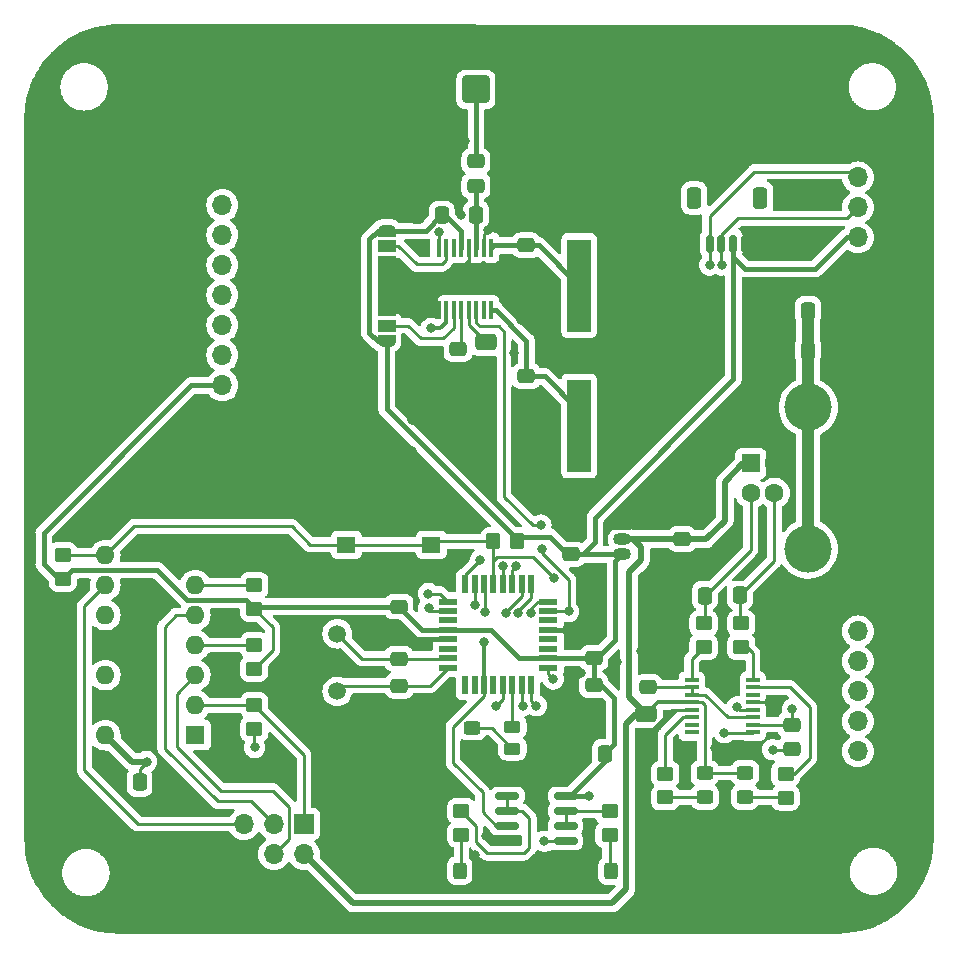
<source format=gbr>
%TF.GenerationSoftware,KiCad,Pcbnew,7.0.10*%
%TF.CreationDate,2024-11-11T15:21:43+02:00*%
%TF.ProjectId,Elektroniikkapaja-vastaanotin,456c656b-7472-46f6-9e69-696b6b617061,rev?*%
%TF.SameCoordinates,Original*%
%TF.FileFunction,Copper,L1,Top*%
%TF.FilePolarity,Positive*%
%FSLAX46Y46*%
G04 Gerber Fmt 4.6, Leading zero omitted, Abs format (unit mm)*
G04 Created by KiCad (PCBNEW 7.0.10) date 2024-11-11 15:21:43*
%MOMM*%
%LPD*%
G01*
G04 APERTURE LIST*
G04 Aperture macros list*
%AMRoundRect*
0 Rectangle with rounded corners*
0 $1 Rounding radius*
0 $2 $3 $4 $5 $6 $7 $8 $9 X,Y pos of 4 corners*
0 Add a 4 corners polygon primitive as box body*
4,1,4,$2,$3,$4,$5,$6,$7,$8,$9,$2,$3,0*
0 Add four circle primitives for the rounded corners*
1,1,$1+$1,$2,$3*
1,1,$1+$1,$4,$5*
1,1,$1+$1,$6,$7*
1,1,$1+$1,$8,$9*
0 Add four rect primitives between the rounded corners*
20,1,$1+$1,$2,$3,$4,$5,0*
20,1,$1+$1,$4,$5,$6,$7,0*
20,1,$1+$1,$6,$7,$8,$9,0*
20,1,$1+$1,$8,$9,$2,$3,0*%
%AMFreePoly0*
4,1,19,0.550000,-0.750000,0.000000,-0.750000,0.000000,-0.744911,-0.071157,-0.744911,-0.207708,-0.704816,-0.327430,-0.627875,-0.420627,-0.520320,-0.479746,-0.390866,-0.500000,-0.250000,-0.500000,0.250000,-0.479746,0.390866,-0.420627,0.520320,-0.327430,0.627875,-0.207708,0.704816,-0.071157,0.744911,0.000000,0.744911,0.000000,0.750000,0.550000,0.750000,0.550000,-0.750000,0.550000,-0.750000,
$1*%
%AMFreePoly1*
4,1,19,0.000000,0.744911,0.071157,0.744911,0.207708,0.704816,0.327430,0.627875,0.420627,0.520320,0.479746,0.390866,0.500000,0.250000,0.500000,-0.250000,0.479746,-0.390866,0.420627,-0.520320,0.327430,-0.627875,0.207708,-0.704816,0.071157,-0.744911,0.000000,-0.744911,0.000000,-0.750000,-0.550000,-0.750000,-0.550000,0.750000,0.000000,0.750000,0.000000,0.744911,0.000000,0.744911,
$1*%
G04 Aperture macros list end*
%TA.AperFunction,SMDPad,CuDef*%
%ADD10RoundRect,0.250000X0.475000X-0.337500X0.475000X0.337500X-0.475000X0.337500X-0.475000X-0.337500X0*%
%TD*%
%TA.AperFunction,ComponentPad*%
%ADD11R,1.700000X1.700000*%
%TD*%
%TA.AperFunction,ComponentPad*%
%ADD12O,1.700000X1.700000*%
%TD*%
%TA.AperFunction,ComponentPad*%
%ADD13C,1.500000*%
%TD*%
%TA.AperFunction,SMDPad,CuDef*%
%ADD14RoundRect,0.250000X0.325000X0.450000X-0.325000X0.450000X-0.325000X-0.450000X0.325000X-0.450000X0*%
%TD*%
%TA.AperFunction,SMDPad,CuDef*%
%ADD15RoundRect,0.250000X0.450000X-0.325000X0.450000X0.325000X-0.450000X0.325000X-0.450000X-0.325000X0*%
%TD*%
%TA.AperFunction,SMDPad,CuDef*%
%ADD16RoundRect,0.250000X0.350000X0.450000X-0.350000X0.450000X-0.350000X-0.450000X0.350000X-0.450000X0*%
%TD*%
%TA.AperFunction,ComponentPad*%
%ADD17RoundRect,0.200100X-0.949900X-0.949900X0.949900X-0.949900X0.949900X0.949900X-0.949900X0.949900X0*%
%TD*%
%TA.AperFunction,ComponentPad*%
%ADD18C,2.500000*%
%TD*%
%TA.AperFunction,SMDPad,CuDef*%
%ADD19RoundRect,0.250000X-0.450000X0.350000X-0.450000X-0.350000X0.450000X-0.350000X0.450000X0.350000X0*%
%TD*%
%TA.AperFunction,SMDPad,CuDef*%
%ADD20R,1.600000X0.550000*%
%TD*%
%TA.AperFunction,SMDPad,CuDef*%
%ADD21R,0.550000X1.600000*%
%TD*%
%TA.AperFunction,SMDPad,CuDef*%
%ADD22RoundRect,0.250000X-0.337500X-0.475000X0.337500X-0.475000X0.337500X0.475000X-0.337500X0.475000X0*%
%TD*%
%TA.AperFunction,SMDPad,CuDef*%
%ADD23RoundRect,0.250000X0.450000X-0.350000X0.450000X0.350000X-0.450000X0.350000X-0.450000X-0.350000X0*%
%TD*%
%TA.AperFunction,SMDPad,CuDef*%
%ADD24R,1.200000X0.400000*%
%TD*%
%TA.AperFunction,SMDPad,CuDef*%
%ADD25RoundRect,0.250000X-0.475000X0.337500X-0.475000X-0.337500X0.475000X-0.337500X0.475000X0.337500X0*%
%TD*%
%TA.AperFunction,SMDPad,CuDef*%
%ADD26RoundRect,0.150000X-0.825000X-0.150000X0.825000X-0.150000X0.825000X0.150000X-0.825000X0.150000X0*%
%TD*%
%TA.AperFunction,ComponentPad*%
%ADD27R,1.500000X1.050000*%
%TD*%
%TA.AperFunction,ComponentPad*%
%ADD28O,1.500000X1.050000*%
%TD*%
%TA.AperFunction,SMDPad,CuDef*%
%ADD29RoundRect,0.250000X0.337500X0.475000X-0.337500X0.475000X-0.337500X-0.475000X0.337500X-0.475000X0*%
%TD*%
%TA.AperFunction,SMDPad,CuDef*%
%ADD30RoundRect,0.150000X0.150000X0.625000X-0.150000X0.625000X-0.150000X-0.625000X0.150000X-0.625000X0*%
%TD*%
%TA.AperFunction,SMDPad,CuDef*%
%ADD31RoundRect,0.250000X0.350000X0.650000X-0.350000X0.650000X-0.350000X-0.650000X0.350000X-0.650000X0*%
%TD*%
%TA.AperFunction,SMDPad,CuDef*%
%ADD32R,2.000000X7.875000*%
%TD*%
%TA.AperFunction,SMDPad,CuDef*%
%ADD33R,1.600000X1.400000*%
%TD*%
%TA.AperFunction,SMDPad,CuDef*%
%ADD34RoundRect,0.250000X-0.650000X0.412500X-0.650000X-0.412500X0.650000X-0.412500X0.650000X0.412500X0*%
%TD*%
%TA.AperFunction,ComponentPad*%
%ADD35R,1.600000X1.600000*%
%TD*%
%TA.AperFunction,ComponentPad*%
%ADD36C,1.600000*%
%TD*%
%TA.AperFunction,ComponentPad*%
%ADD37C,4.000000*%
%TD*%
%TA.AperFunction,ComponentPad*%
%ADD38O,1.600000X1.600000*%
%TD*%
%TA.AperFunction,SMDPad,CuDef*%
%ADD39FreePoly0,270.000000*%
%TD*%
%TA.AperFunction,SMDPad,CuDef*%
%ADD40R,1.500000X1.000000*%
%TD*%
%TA.AperFunction,SMDPad,CuDef*%
%ADD41FreePoly1,270.000000*%
%TD*%
%TA.AperFunction,SMDPad,CuDef*%
%ADD42RoundRect,0.250000X-0.325000X-0.450000X0.325000X-0.450000X0.325000X0.450000X-0.325000X0.450000X0*%
%TD*%
%TA.AperFunction,SMDPad,CuDef*%
%ADD43FreePoly0,90.000000*%
%TD*%
%TA.AperFunction,SMDPad,CuDef*%
%ADD44FreePoly1,90.000000*%
%TD*%
%TA.AperFunction,SMDPad,CuDef*%
%ADD45RoundRect,0.250000X-0.350000X-0.450000X0.350000X-0.450000X0.350000X0.450000X-0.350000X0.450000X0*%
%TD*%
%TA.AperFunction,SMDPad,CuDef*%
%ADD46R,0.410000X1.600000*%
%TD*%
%TA.AperFunction,SMDPad,CuDef*%
%ADD47RoundRect,0.250000X-0.450000X0.262500X-0.450000X-0.262500X0.450000X-0.262500X0.450000X0.262500X0*%
%TD*%
%TA.AperFunction,ViaPad*%
%ADD48C,0.800000*%
%TD*%
%TA.AperFunction,Conductor*%
%ADD49C,0.250000*%
%TD*%
%TA.AperFunction,Conductor*%
%ADD50C,0.400000*%
%TD*%
%TA.AperFunction,Conductor*%
%ADD51C,0.500000*%
%TD*%
%TA.AperFunction,Conductor*%
%ADD52C,0.300000*%
%TD*%
%TA.AperFunction,Conductor*%
%ADD53C,1.000000*%
%TD*%
G04 APERTURE END LIST*
D10*
%TO.P,C14,1*%
%TO.N,+3.3VDc*%
X177220000Y-98445000D03*
%TO.P,C14,2*%
%TO.N,GND*%
X177220000Y-96370000D03*
%TD*%
D11*
%TO.P,J4,1,MISO*%
%TO.N,MISO_5V*%
X169180000Y-116860000D03*
D12*
%TO.P,J4,2,VCC*%
%TO.N,+5VDc*%
X169180000Y-119400000D03*
%TO.P,J4,3,SCK*%
%TO.N,SCK_5V*%
X166640000Y-116860000D03*
%TO.P,J4,4,MOSI*%
%TO.N,MOSI_5V*%
X166640000Y-119400000D03*
%TO.P,J4,5,~{RST}*%
%TO.N,RST_5V*%
X164100000Y-116860000D03*
%TO.P,J4,6,GND*%
%TO.N,GND*%
X164100000Y-119400000D03*
%TD*%
D10*
%TO.P,C5,1*%
%TO.N,Net-(U3-3V3OUT)*%
X198310000Y-105270000D03*
%TO.P,C5,2*%
%TO.N,GND*%
X198310000Y-103195000D03*
%TD*%
D13*
%TO.P,Y2,1,1*%
%TO.N,Net-(U1-XTAL2{slash}PB7)*%
X171990000Y-105630000D03*
%TO.P,Y2,2,2*%
%TO.N,Net-(U1-XTAL1{slash}PB6)*%
X171990000Y-100750000D03*
%TD*%
D14*
%TO.P,D3,1,K*%
%TO.N,GND*%
X184412500Y-120800000D03*
%TO.P,D3,2,A*%
%TO.N,Net-(D3-A)*%
X182362500Y-120800000D03*
%TD*%
D15*
%TO.P,D5,1,K*%
%TO.N,GND*%
X183420000Y-110760000D03*
%TO.P,D5,2,A*%
%TO.N,Net-(D5-A)*%
X183420000Y-108710000D03*
%TD*%
D16*
%TO.P,R12,1*%
%TO.N,+3.3VDc*%
X187220000Y-92930000D03*
%TO.P,R12,2*%
%TO.N,RST*%
X185220000Y-92930000D03*
%TD*%
D17*
%TO.P,J2,1,In*%
%TO.N,Net-(J2-In)*%
X183740000Y-54660000D03*
D18*
%TO.P,J2,2,Ext*%
%TO.N,GND*%
X181200000Y-52120000D03*
X181200000Y-57200000D03*
X186280000Y-52120000D03*
X186280000Y-57200000D03*
%TD*%
D19*
%TO.P,R3,1*%
%TO.N,Net-(J1-D-)*%
X203020000Y-99860000D03*
%TO.P,R3,2*%
%TO.N,Net-(U3-USBDM)*%
X203020000Y-101860000D03*
%TD*%
D20*
%TO.P,U1,1,PD3*%
%TO.N,PD3*%
X181370000Y-98020000D03*
%TO.P,U1,2,PD4*%
%TO.N,PD4*%
X181370000Y-98820000D03*
%TO.P,U1,3,PE0*%
%TO.N,unconnected-(U1-PE0-Pad3)*%
X181370000Y-99620000D03*
%TO.P,U1,4,VCC*%
%TO.N,+3.3VDc*%
X181370000Y-100420000D03*
%TO.P,U1,5,GND*%
%TO.N,GND*%
X181370000Y-101220000D03*
%TO.P,U1,6,PE1*%
%TO.N,unconnected-(U1-PE1-Pad6)*%
X181370000Y-102020000D03*
%TO.P,U1,7,XTAL1/PB6*%
%TO.N,Net-(U1-XTAL1{slash}PB6)*%
X181370000Y-102820000D03*
%TO.P,U1,8,XTAL2/PB7*%
%TO.N,Net-(U1-XTAL2{slash}PB7)*%
X181370000Y-103620000D03*
D21*
%TO.P,U1,9,PD5*%
%TO.N,unconnected-(U1-PD5-Pad9)*%
X182820000Y-105070000D03*
%TO.P,U1,10,PD6*%
%TO.N,unconnected-(U1-PD6-Pad10)*%
X183620000Y-105070000D03*
%TO.P,U1,11,PD7*%
%TO.N,ASK_demodulated*%
X184420000Y-105070000D03*
%TO.P,U1,12,PB0*%
%TO.N,unconnected-(U1-PB0-Pad12)*%
X185220000Y-105070000D03*
%TO.P,U1,13,PB1*%
%TO.N,PB1*%
X186020000Y-105070000D03*
%TO.P,U1,14,PB2*%
%TO.N,int_led*%
X186820000Y-105070000D03*
%TO.P,U1,15,PB3*%
%TO.N,MOSI_3.3V*%
X187620000Y-105070000D03*
%TO.P,U1,16,PB4*%
%TO.N,MISO_3.3V*%
X188420000Y-105070000D03*
D20*
%TO.P,U1,17,PB5*%
%TO.N,SCK_3.3V*%
X189870000Y-103620000D03*
%TO.P,U1,18,AVCC*%
%TO.N,+3.3VDc*%
X189870000Y-102820000D03*
%TO.P,U1,19,PE2*%
%TO.N,unconnected-(U1-PE2-Pad19)*%
X189870000Y-102020000D03*
%TO.P,U1,20,AREF*%
%TO.N,unconnected-(U1-AREF-Pad20)*%
X189870000Y-101220000D03*
%TO.P,U1,21,GND*%
%TO.N,GND*%
X189870000Y-100420000D03*
%TO.P,U1,22,PE3*%
%TO.N,unconnected-(U1-PE3-Pad22)*%
X189870000Y-99620000D03*
%TO.P,U1,23,PC0*%
%TO.N,RSSI*%
X189870000Y-98820000D03*
%TO.P,U1,24,PC1*%
%TO.N,PC1*%
X189870000Y-98020000D03*
D21*
%TO.P,U1,25,PC2*%
%TO.N,PC2*%
X188420000Y-96570000D03*
%TO.P,U1,26,PC3*%
%TO.N,PC3*%
X187620000Y-96570000D03*
%TO.P,U1,27,PC4*%
%TO.N,SDA*%
X186820000Y-96570000D03*
%TO.P,U1,28,PC5*%
%TO.N,SCL*%
X186020000Y-96570000D03*
%TO.P,U1,29,~{RESET}/PC6*%
%TO.N,RST*%
X185220000Y-96570000D03*
%TO.P,U1,30,PD0*%
%TO.N,Rx*%
X184420000Y-96570000D03*
%TO.P,U1,31,PD1*%
%TO.N,Tx*%
X183620000Y-96570000D03*
%TO.P,U1,32,PD2*%
%TO.N,SHDN*%
X182820000Y-96570000D03*
%TD*%
D15*
%TO.P,D2,1,K*%
%TO.N,Net-(D2-K)*%
X206530000Y-114580000D03*
%TO.P,D2,2,A*%
%TO.N,+5VDc*%
X206530000Y-112530000D03*
%TD*%
D22*
%TO.P,C2,1*%
%TO.N,Net-(J1-D+)*%
X206095000Y-97490000D03*
%TO.P,C2,2*%
%TO.N,GND*%
X208170000Y-97490000D03*
%TD*%
D23*
%TO.P,R2,1*%
%TO.N,Net-(D2-K)*%
X209950000Y-114620000D03*
%TO.P,R2,2*%
%TO.N,Net-(U3-CBUS2)*%
X209950000Y-112620000D03*
%TD*%
%TO.P,R11,1*%
%TO.N,+3.3VDc*%
X148770000Y-96090000D03*
%TO.P,R11,2*%
%TO.N,RST*%
X148770000Y-94090000D03*
%TD*%
D24*
%TO.P,U3,1,TXD*%
%TO.N,Rx*%
X207200000Y-109092500D03*
%TO.P,U3,2,~{RTS}*%
%TO.N,RTS*%
X207200000Y-108457500D03*
%TO.P,U3,3,VCCIO*%
%TO.N,Net-(U3-3V3OUT)*%
X207200000Y-107822500D03*
%TO.P,U3,4,RXD*%
%TO.N,Tx*%
X207200000Y-107187500D03*
%TO.P,U3,5,GND*%
%TO.N,GND*%
X207200000Y-106552500D03*
%TO.P,U3,6,~{CTS}*%
%TO.N,unconnected-(U3-~{CTS}-Pad6)*%
X207200000Y-105917500D03*
%TO.P,U3,7,CBUS2*%
%TO.N,Net-(U3-CBUS2)*%
X207200000Y-105282500D03*
%TO.P,U3,8,USBDP*%
%TO.N,Net-(U3-USBDP)*%
X207200000Y-104647500D03*
%TO.P,U3,9,USBDM*%
%TO.N,Net-(U3-USBDM)*%
X202000000Y-104647500D03*
%TO.P,U3,10,3V3OUT*%
%TO.N,Net-(U3-3V3OUT)*%
X202000000Y-105282500D03*
%TO.P,U3,11,~{RESET}*%
X202000000Y-105917500D03*
%TO.P,U3,12,VCC*%
%TO.N,+5VDc*%
X202000000Y-106552500D03*
%TO.P,U3,13,GND*%
%TO.N,GND*%
X202000000Y-107187500D03*
%TO.P,U3,14,CBUS1*%
%TO.N,Net-(U3-CBUS1)*%
X202000000Y-107822500D03*
%TO.P,U3,15,CBUS0*%
%TO.N,unconnected-(U3-CBUS0-Pad15)*%
X202000000Y-108457500D03*
%TO.P,U3,16,CBUS3*%
%TO.N,unconnected-(U3-CBUS3-Pad16)*%
X202000000Y-109092500D03*
%TD*%
D10*
%TO.P,C6,1*%
%TO.N,+5VDc*%
X201200000Y-92745000D03*
%TO.P,C6,2*%
%TO.N,GND*%
X201200000Y-90670000D03*
%TD*%
D25*
%TO.P,C9,1*%
%TO.N,Net-(U2-RO2)*%
X188020000Y-78952500D03*
%TO.P,C9,2*%
%TO.N,GND*%
X188020000Y-81027500D03*
%TD*%
D26*
%TO.P,U5,1*%
%TO.N,Net-(U5A--)*%
X186385000Y-114485000D03*
%TO.P,U5,2,-*%
X186385000Y-115755000D03*
%TO.P,U5,3,+*%
%TO.N,ASK_demodulated*%
X186385000Y-117025000D03*
%TO.P,U5,4,V-*%
%TO.N,GND*%
X186385000Y-118295000D03*
%TO.P,U5,5,+*%
%TO.N,RSSI*%
X191335000Y-118295000D03*
%TO.P,U5,6,-*%
%TO.N,Net-(U5B--)*%
X191335000Y-117025000D03*
%TO.P,U5,7*%
X191335000Y-115755000D03*
%TO.P,U5,8,V+*%
%TO.N,+3.3VDc*%
X191335000Y-114485000D03*
%TD*%
D19*
%TO.P,R6,1*%
%TO.N,Net-(U5B--)*%
X195050000Y-115760000D03*
%TO.P,R6,2*%
%TO.N,Net-(D4-A)*%
X195050000Y-117760000D03*
%TD*%
D22*
%TO.P,C21,1*%
%TO.N,+5VDc*%
X155260000Y-113320000D03*
%TO.P,C21,2*%
%TO.N,GND*%
X157335000Y-113320000D03*
%TD*%
D25*
%TO.P,C13,1*%
%TO.N,+3.3VDc*%
X193710000Y-105075000D03*
%TO.P,C13,2*%
%TO.N,GND*%
X193710000Y-107150000D03*
%TD*%
D27*
%TO.P,U4,1,GND*%
%TO.N,GND*%
X196140000Y-91480000D03*
D28*
%TO.P,U4,2,VI*%
%TO.N,+5VDc*%
X196140000Y-92750000D03*
%TO.P,U4,3,VO*%
%TO.N,+3.3VDc*%
X196140000Y-94020000D03*
%TD*%
D29*
%TO.P,C1,1*%
%TO.N,Net-(J1-D-)*%
X203130000Y-97510000D03*
%TO.P,C1,2*%
%TO.N,GND*%
X201055000Y-97510000D03*
%TD*%
D30*
%TO.P,J3,1,Pin_1*%
%TO.N,GND*%
X206530000Y-67730000D03*
%TO.P,J3,2,Pin_2*%
%TO.N,+3.3VDc*%
X205530000Y-67730000D03*
%TO.P,J3,3,Pin_3*%
%TO.N,SDA*%
X204530000Y-67730000D03*
%TO.P,J3,4,Pin_4*%
%TO.N,SCL*%
X203530000Y-67730000D03*
D31*
%TO.P,J3,MP*%
%TO.N,N/C*%
X207830000Y-63855000D03*
X202230000Y-63855000D03*
%TD*%
D29*
%TO.P,L2,1,1*%
%TO.N,GND*%
X185825000Y-65290000D03*
%TO.P,L2,2,2*%
%TO.N,Net-(U2-ANT)*%
X183750000Y-65290000D03*
%TD*%
D10*
%TO.P,C19,1*%
%TO.N,Net-(U2-ANT)*%
X183740000Y-62835000D03*
%TO.P,C19,2*%
%TO.N,Net-(J2-In)*%
X183740000Y-60760000D03*
%TD*%
%TO.P,C16,1*%
%TO.N,GND*%
X177240000Y-107225000D03*
%TO.P,C16,2*%
%TO.N,Net-(U1-XTAL2{slash}PB7)*%
X177240000Y-105150000D03*
%TD*%
D19*
%TO.P,R4,1*%
%TO.N,Net-(J1-D+)*%
X206200000Y-99870000D03*
%TO.P,R4,2*%
%TO.N,Net-(U3-USBDP)*%
X206200000Y-101870000D03*
%TD*%
D10*
%TO.P,C18,1*%
%TO.N,GND*%
X182220000Y-78700000D03*
%TO.P,C18,2*%
%TO.N,Net-(U2-CTH)*%
X182220000Y-76625000D03*
%TD*%
D32*
%TO.P,Y1,1,1*%
%TO.N,Net-(U2-RO2)*%
X192480000Y-83155000D03*
%TO.P,Y1,2,2*%
%TO.N,Net-(U2-RO1)*%
X192480000Y-71280000D03*
%TD*%
D33*
%TO.P,SW_reset1,1,1*%
%TO.N,GND*%
X172760000Y-90220000D03*
X179960000Y-90220000D03*
%TO.P,SW_reset1,2,2*%
%TO.N,RST*%
X172760000Y-93220000D03*
X179960000Y-93220000D03*
%TD*%
D29*
%TO.P,C10,1*%
%TO.N,+3.3VDc*%
X194655000Y-110910000D03*
%TO.P,C10,2*%
%TO.N,GND*%
X192580000Y-110910000D03*
%TD*%
%TO.P,C11,1*%
%TO.N,+3.3VDc*%
X180845000Y-65320000D03*
%TO.P,C11,2*%
%TO.N,GND*%
X178770000Y-65320000D03*
%TD*%
D34*
%TO.P,C17,1*%
%TO.N,Net-(U2-CAGC)*%
X184620000Y-76067500D03*
%TO.P,C17,2*%
%TO.N,GND*%
X184620000Y-79192500D03*
%TD*%
D35*
%TO.P,J1,1,VBUS*%
%TO.N,+5VDc*%
X207012500Y-86330000D03*
D36*
%TO.P,J1,2,D-*%
%TO.N,Net-(J1-D-)*%
X207012500Y-88830000D03*
%TO.P,J1,3,D+*%
%TO.N,Net-(J1-D+)*%
X209012500Y-88830000D03*
%TO.P,J1,4,GND*%
%TO.N,GND*%
X209012500Y-86330000D03*
D37*
%TO.P,J1,5,Shield*%
%TO.N,Net-(J1-Shield)*%
X211872500Y-81580000D03*
X211872500Y-93580000D03*
%TD*%
D25*
%TO.P,C15,1*%
%TO.N,GND*%
X177220000Y-100772500D03*
%TO.P,C15,2*%
%TO.N,Net-(U1-XTAL1{slash}PB6)*%
X177220000Y-102847500D03*
%TD*%
D35*
%TO.P,U6,1*%
%TO.N,MISO_3.3V*%
X159980000Y-109330000D03*
D38*
%TO.P,U6,2*%
%TO.N,MISO_5V*%
X159980000Y-106790000D03*
%TO.P,U6,3*%
%TO.N,MOSI_5V*%
X159980000Y-104250000D03*
%TO.P,U6,4*%
%TO.N,MOSI_3.3V*%
X159980000Y-101710000D03*
%TO.P,U6,5*%
%TO.N,SCK_5V*%
X159980000Y-99170000D03*
%TO.P,U6,6*%
%TO.N,SCK_3.3V*%
X159980000Y-96630000D03*
%TO.P,U6,7,GND*%
%TO.N,GND*%
X159980000Y-94090000D03*
%TO.P,U6,8*%
%TO.N,RST*%
X152360000Y-94090000D03*
%TO.P,U6,9*%
%TO.N,RST_5V*%
X152360000Y-96630000D03*
%TO.P,U6,10*%
%TO.N,unconnected-(U6-Pad10)*%
X152360000Y-99170000D03*
%TO.P,U6,11*%
%TO.N,GND*%
X152360000Y-101710000D03*
%TO.P,U6,12*%
%TO.N,unconnected-(U6-Pad12)*%
X152360000Y-104250000D03*
%TO.P,U6,13*%
%TO.N,GND*%
X152360000Y-106790000D03*
%TO.P,U6,14,VCC*%
%TO.N,+5VDc*%
X152360000Y-109330000D03*
%TD*%
D23*
%TO.P,R1,1*%
%TO.N,Net-(D1-K)*%
X199770000Y-114600000D03*
%TO.P,R1,2*%
%TO.N,Net-(U3-CBUS1)*%
X199770000Y-112600000D03*
%TD*%
D39*
%TO.P,JP2,1,A*%
%TO.N,+3.3VDc*%
X176180000Y-66640000D03*
D40*
%TO.P,JP2,2,C*%
%TO.N,Net-(JP2-C)*%
X176180000Y-67940000D03*
D41*
%TO.P,JP2,3,B*%
%TO.N,GND*%
X176180000Y-69240000D03*
%TD*%
D29*
%TO.P,C20,1*%
%TO.N,Net-(J1-Shield)*%
X211865000Y-73380000D03*
%TO.P,C20,2*%
%TO.N,GND*%
X209790000Y-73380000D03*
%TD*%
D11*
%TO.P,J7,1,Pin_1*%
%TO.N,GND*%
X162270000Y-82250000D03*
D12*
%TO.P,J7,2,Pin_2*%
%TO.N,+3.3VDc*%
X162270000Y-79710000D03*
%TO.P,J7,3,Pin_3*%
%TO.N,PD4*%
X162270000Y-77170000D03*
%TO.P,J7,4,Pin_4*%
%TO.N,PD3*%
X162270000Y-74630000D03*
%TO.P,J7,5,Pin_5*%
%TO.N,PC3*%
X162270000Y-72090000D03*
%TO.P,J7,6,Pin_6*%
%TO.N,PC2*%
X162270000Y-69550000D03*
%TO.P,J7,7,Pin_7*%
%TO.N,PC1*%
X162270000Y-67010000D03*
%TO.P,J7,8,Pin_8*%
%TO.N,PB1*%
X162270000Y-64470000D03*
%TD*%
D42*
%TO.P,D4,1,K*%
%TO.N,GND*%
X193130000Y-120820000D03*
%TO.P,D4,2,A*%
%TO.N,Net-(D4-A)*%
X195180000Y-120820000D03*
%TD*%
D11*
%TO.P,J6,1,Pin_1*%
%TO.N,GND*%
X216070000Y-113250000D03*
D12*
%TO.P,J6,2,Pin_2*%
%TO.N,unconnected-(J6-Pin_2-Pad2)*%
X216070000Y-110710000D03*
%TO.P,J6,3,Pin_3*%
%TO.N,+3.3VDc*%
X216070000Y-108170000D03*
%TO.P,J6,4,Pin_4*%
%TO.N,Rx*%
X216070000Y-105630000D03*
%TO.P,J6,5,Pin_5*%
%TO.N,Tx*%
X216070000Y-103090000D03*
%TO.P,J6,6,Pin_6*%
%TO.N,RTS*%
X216070000Y-100550000D03*
%TD*%
D34*
%TO.P,C3,1*%
%TO.N,+5VDc*%
X198140000Y-107537500D03*
%TO.P,C3,2*%
%TO.N,GND*%
X198140000Y-110662500D03*
%TD*%
D10*
%TO.P,C12,1*%
%TO.N,+3.3VDc*%
X193730000Y-102815000D03*
%TO.P,C12,2*%
%TO.N,GND*%
X193730000Y-100740000D03*
%TD*%
%TO.P,C7,1*%
%TO.N,+3.3VDc*%
X191790000Y-94027500D03*
%TO.P,C7,2*%
%TO.N,GND*%
X191790000Y-91952500D03*
%TD*%
D11*
%TO.P,J5,1,Pin_1*%
%TO.N,GND*%
X216080000Y-69730000D03*
D12*
%TO.P,J5,2,Pin_2*%
%TO.N,+3.3VDc*%
X216080000Y-67190000D03*
%TO.P,J5,3,Pin_3*%
%TO.N,SDA*%
X216080000Y-64650000D03*
%TO.P,J5,4,Pin_4*%
%TO.N,SCL*%
X216080000Y-62110000D03*
%TD*%
D23*
%TO.P,R8,1*%
%TO.N,+5VDc*%
X164970000Y-108800000D03*
%TO.P,R8,2*%
%TO.N,MISO_5V*%
X164970000Y-106800000D03*
%TD*%
D25*
%TO.P,C4,1*%
%TO.N,RTS*%
X210470000Y-108455000D03*
%TO.P,C4,2*%
%TO.N,RST*%
X210470000Y-110530000D03*
%TD*%
D23*
%TO.P,R9,1*%
%TO.N,+3.3VDc*%
X164960000Y-103710000D03*
%TO.P,R9,2*%
%TO.N,MOSI_3.3V*%
X164960000Y-101710000D03*
%TD*%
D43*
%TO.P,JP1,1,A*%
%TO.N,+3.3VDc*%
X176170000Y-75960000D03*
D40*
%TO.P,JP1,2,C*%
%TO.N,Net-(JP1-C)*%
X176170000Y-74660000D03*
D44*
%TO.P,JP1,3,B*%
%TO.N,GND*%
X176170000Y-73360000D03*
%TD*%
D45*
%TO.P,R7,1*%
%TO.N,GND*%
X209840000Y-76770000D03*
%TO.P,R7,2*%
%TO.N,Net-(J1-Shield)*%
X211840000Y-76770000D03*
%TD*%
D25*
%TO.P,C8,1*%
%TO.N,Net-(U2-RO1)*%
X187990000Y-67860000D03*
%TO.P,C8,2*%
%TO.N,GND*%
X187990000Y-69935000D03*
%TD*%
D46*
%TO.P,U2,1,RO1*%
%TO.N,Net-(U2-RO1)*%
X185025000Y-68070000D03*
%TO.P,U2,2,GNDRF*%
%TO.N,GND*%
X184390000Y-68070000D03*
%TO.P,U2,3,ANT*%
%TO.N,Net-(U2-ANT)*%
X183755000Y-68070000D03*
%TO.P,U2,4,GNDRF*%
%TO.N,GND*%
X183120000Y-68070000D03*
%TO.P,U2,5,VDD*%
%TO.N,+3.3VDc*%
X182485000Y-68070000D03*
%TO.P,U2,6,SQ*%
%TO.N,unconnected-(U2-SQ-Pad6)*%
X181850000Y-68070000D03*
%TO.P,U2,7,SEL0*%
%TO.N,Net-(JP2-C)*%
X181215000Y-68070000D03*
%TO.P,U2,8,~{SHDN}*%
%TO.N,SHDN*%
X180580000Y-68070000D03*
%TO.P,U2,9,GND*%
%TO.N,GND*%
X180580000Y-73378600D03*
%TO.P,U2,10,DO*%
%TO.N,ASK_demodulated*%
X181215000Y-73378600D03*
%TO.P,U2,11,SEL1*%
%TO.N,Net-(JP1-C)*%
X181850000Y-73378600D03*
%TO.P,U2,12,CTH*%
%TO.N,Net-(U2-CTH)*%
X182485000Y-73378600D03*
%TO.P,U2,13,CAGC*%
%TO.N,Net-(U2-CAGC)*%
X183120000Y-73378600D03*
%TO.P,U2,14,RSSI*%
%TO.N,RSSI*%
X183755000Y-73378600D03*
%TO.P,U2,15,NC*%
%TO.N,unconnected-(U2-NC-Pad15)*%
X184390000Y-73378600D03*
%TO.P,U2,16,RO2*%
%TO.N,Net-(U2-RO2)*%
X185025000Y-73378600D03*
%TD*%
D19*
%TO.P,R5,1*%
%TO.N,Net-(U5A--)*%
X182510000Y-115750000D03*
%TO.P,R5,2*%
%TO.N,Net-(D3-A)*%
X182510000Y-117750000D03*
%TD*%
D23*
%TO.P,R10,1*%
%TO.N,+3.3VDc*%
X164970000Y-98630000D03*
%TO.P,R10,2*%
%TO.N,SCK_3.3V*%
X164970000Y-96630000D03*
%TD*%
D47*
%TO.P,R13,1*%
%TO.N,int_led*%
X186830000Y-108647500D03*
%TO.P,R13,2*%
%TO.N,Net-(D5-A)*%
X186830000Y-110472500D03*
%TD*%
D15*
%TO.P,D1,1,K*%
%TO.N,Net-(D1-K)*%
X203110000Y-114580000D03*
%TO.P,D1,2,A*%
%TO.N,+5VDc*%
X203110000Y-112530000D03*
%TD*%
D48*
%TO.N,GND*%
X167720000Y-92940000D03*
X192610000Y-61100000D03*
X195620000Y-82370000D03*
X192610000Y-63750000D03*
X189490000Y-75050000D03*
X195600000Y-63750000D03*
X178820000Y-68100000D03*
X195600000Y-61100000D03*
X198000000Y-115790000D03*
X185070000Y-59010000D03*
X185550000Y-61680000D03*
X185090000Y-85600000D03*
X171690000Y-50580000D03*
X192600000Y-58380000D03*
X187550000Y-74190000D03*
X195620000Y-74160000D03*
X171690000Y-53230000D03*
X195620000Y-71510000D03*
X178320000Y-85240000D03*
X177700000Y-61270000D03*
X195590000Y-58380000D03*
X197740000Y-102220000D03*
X171730000Y-85230000D03*
X174720000Y-79830000D03*
X189590000Y-55730000D03*
X171720000Y-66490000D03*
X168740000Y-100120000D03*
X188010000Y-83530000D03*
X195580000Y-53230000D03*
X182080000Y-64080000D03*
X211950000Y-63750000D03*
X171730000Y-77180000D03*
X171700000Y-58460000D03*
X178820000Y-70730000D03*
X176170000Y-71210000D03*
X177700000Y-55810000D03*
X192440000Y-77350000D03*
X185090000Y-82590000D03*
X178310000Y-79860000D03*
X193630000Y-99140000D03*
X187550000Y-71540000D03*
X209060000Y-104220000D03*
X171720000Y-69140000D03*
X197960000Y-113360000D03*
X195690000Y-103170000D03*
X189500000Y-69870000D03*
X174740000Y-82580000D03*
X205830000Y-103490000D03*
X188010000Y-86540000D03*
X182060000Y-61710000D03*
X189590000Y-58380000D03*
X179840000Y-60090000D03*
X189600000Y-63750000D03*
X178820000Y-73380000D03*
X174710000Y-61270000D03*
X203980000Y-110430000D03*
X179860000Y-62690000D03*
X187560000Y-65260000D03*
X212840000Y-67740000D03*
X185550000Y-64080000D03*
X162880000Y-99900000D03*
X182820000Y-59030000D03*
X171700000Y-63920000D03*
X207660000Y-94530000D03*
X184770000Y-66560000D03*
X178310000Y-77240000D03*
X174740000Y-85230000D03*
X187570000Y-62730000D03*
X183560000Y-71290000D03*
X177690000Y-50580000D03*
X195590000Y-55730000D03*
X171730000Y-79830000D03*
X195580000Y-50580000D03*
X171700000Y-61270000D03*
X174700000Y-50580000D03*
X201600000Y-110500000D03*
X177700000Y-58460000D03*
X187570000Y-60080000D03*
X195610000Y-66280000D03*
X192590000Y-50580000D03*
X195610000Y-68930000D03*
X195620000Y-85020000D03*
X174700000Y-53230000D03*
X192610000Y-104040000D03*
X183640000Y-119440000D03*
X189500000Y-72520000D03*
X182070000Y-62920000D03*
X171390000Y-113590000D03*
X184600000Y-117890000D03*
X178330000Y-82610000D03*
X208650000Y-106560000D03*
X182510000Y-65270000D03*
X189490000Y-77350000D03*
X171730000Y-74370000D03*
X195620000Y-76970000D03*
X174710000Y-58460000D03*
X174710000Y-63920000D03*
X182080000Y-60380000D03*
X185550000Y-62930000D03*
X189580000Y-50580000D03*
X192590000Y-53230000D03*
X182230000Y-82600000D03*
X195620000Y-79620000D03*
X189590000Y-66280000D03*
X181990000Y-71300000D03*
X167750000Y-100100000D03*
X192620000Y-66290000D03*
X174720000Y-77210000D03*
X189600000Y-61100000D03*
X165290000Y-112710000D03*
X209820000Y-75050000D03*
X183560000Y-69980000D03*
X192600000Y-55730000D03*
X171700000Y-55810000D03*
X177690000Y-53230000D03*
X171730000Y-71720000D03*
X171730000Y-82580000D03*
X189580000Y-53230000D03*
X182230000Y-79890000D03*
X168530000Y-93800000D03*
X198160000Y-109330000D03*
X181990000Y-69990000D03*
X213740000Y-66820000D03*
X185530000Y-60390000D03*
X177700000Y-63920000D03*
X186970000Y-76980000D03*
X174710000Y-55810000D03*
%TO.N,+5VDc*%
X155860000Y-111570000D03*
X165010000Y-110370000D03*
%TO.N,RTS*%
X210540000Y-107120000D03*
%TO.N,RST*%
X208850000Y-110570000D03*
X190320000Y-96050000D03*
%TO.N,+3.3VDc*%
X193300000Y-114480000D03*
%TO.N,PD4*%
X179750000Y-98600000D03*
%TO.N,ASK_demodulated*%
X184420000Y-101410000D03*
X179930000Y-74900000D03*
%TO.N,PD3*%
X179720000Y-97350000D03*
%TO.N,PC3*%
X186260000Y-99020000D03*
%TO.N,SDA*%
X204540000Y-69520000D03*
X187090000Y-95040000D03*
%TO.N,RSSI*%
X191580000Y-98850000D03*
X189250000Y-91550000D03*
X189520000Y-118320000D03*
X189330000Y-93615000D03*
%TO.N,PC2*%
X187340000Y-98990000D03*
%TO.N,PC1*%
X188380000Y-99010000D03*
%TO.N,PB1*%
X185460000Y-106870000D03*
%TO.N,SCL*%
X186020000Y-95040000D03*
X203520000Y-69530000D03*
%TO.N,Rx*%
X184490000Y-98920000D03*
X204760000Y-109120000D03*
%TO.N,Tx*%
X183660000Y-98320000D03*
X205850000Y-106940000D03*
%TO.N,SHDN*%
X184110000Y-94500000D03*
X180575686Y-66720686D03*
%TO.N,MOSI_3.3V*%
X187720000Y-106830000D03*
%TO.N,SCK_3.3V*%
X190280000Y-104570000D03*
%TO.N,MISO_3.3V*%
X188850000Y-106840000D03*
%TD*%
D49*
%TO.N,Net-(J1-D-)*%
X203130000Y-97510000D02*
X203130000Y-99750000D01*
X207012500Y-93627500D02*
X203130000Y-97510000D01*
X203130000Y-99750000D02*
X203020000Y-99860000D01*
X207012500Y-88830000D02*
X207012500Y-93627500D01*
%TO.N,GND*%
X184390000Y-66940000D02*
X184770000Y-66560000D01*
D50*
X181370000Y-101220000D02*
X177667500Y-101220000D01*
X177667500Y-101220000D02*
X177220000Y-100772500D01*
X193410000Y-100420000D02*
X193730000Y-100740000D01*
D49*
X208642500Y-106552500D02*
X208650000Y-106560000D01*
X200372600Y-107187500D02*
X198230100Y-109330000D01*
X207200000Y-106552500D02*
X208642500Y-106552500D01*
X183120000Y-69120000D02*
X182250000Y-69990000D01*
X183120000Y-68070000D02*
X183120000Y-69540000D01*
X184390000Y-68070000D02*
X184390000Y-66940000D01*
X198230100Y-109330000D02*
X198160000Y-109330000D01*
X182250000Y-69990000D02*
X181990000Y-69990000D01*
D50*
X189870000Y-100420000D02*
X193410000Y-100420000D01*
D49*
X183120000Y-68070000D02*
X183120000Y-69120000D01*
X202000000Y-107187500D02*
X200372600Y-107187500D01*
X183120000Y-69540000D02*
X183560000Y-69980000D01*
%TO.N,Net-(J1-D+)*%
X206095000Y-99765000D02*
X206200000Y-99870000D01*
X209012500Y-88830000D02*
X209012500Y-94572500D01*
X209012500Y-94572500D02*
X206095000Y-97490000D01*
X206095000Y-97490000D02*
X206095000Y-99765000D01*
%TO.N,+5VDc*%
X164970000Y-108800000D02*
X164970000Y-110330000D01*
D51*
X197272500Y-107537500D02*
X198140000Y-107537500D01*
D49*
X201195000Y-92750000D02*
X201200000Y-92745000D01*
D51*
X197700000Y-93410000D02*
X197700000Y-94540000D01*
D52*
X199125000Y-106552500D02*
X202000000Y-106552500D01*
D49*
X197000000Y-92750000D02*
X196140000Y-92750000D01*
X164970000Y-110330000D02*
X165010000Y-110370000D01*
D51*
X196450000Y-122390000D02*
X196450000Y-108360000D01*
X197040000Y-92750000D02*
X197700000Y-93410000D01*
D52*
X198140000Y-107537500D02*
X199125000Y-106552500D01*
D51*
X201200000Y-92745000D02*
X203225000Y-92745000D01*
X196710000Y-106107500D02*
X198140000Y-107537500D01*
D49*
X155260000Y-112170000D02*
X155260000Y-113320000D01*
D51*
X196140000Y-92750000D02*
X201195000Y-92750000D01*
X197700000Y-94540000D02*
X196710000Y-95530000D01*
X173340000Y-123560000D02*
X195280000Y-123560000D01*
D49*
X203110000Y-106812500D02*
X203110000Y-112530000D01*
D51*
X169180000Y-119400000D02*
X173340000Y-123560000D01*
X204810000Y-87880000D02*
X206360000Y-86330000D01*
X206360000Y-86330000D02*
X207012500Y-86330000D01*
D49*
X202000000Y-106552500D02*
X202850000Y-106552500D01*
D51*
X196140000Y-92750000D02*
X197040000Y-92750000D01*
X152360000Y-109330000D02*
X154600000Y-111570000D01*
X196710000Y-95530000D02*
X196710000Y-106107500D01*
D49*
X203110000Y-112530000D02*
X206530000Y-112530000D01*
X155860000Y-111570000D02*
X155260000Y-112170000D01*
D51*
X204810000Y-91160000D02*
X204810000Y-87880000D01*
X154600000Y-111570000D02*
X155860000Y-111570000D01*
X203225000Y-92745000D02*
X204810000Y-91160000D01*
D49*
X202850000Y-106552500D02*
X203110000Y-106812500D01*
D51*
X195280000Y-123560000D02*
X196450000Y-122390000D01*
X196450000Y-108360000D02*
X197272500Y-107537500D01*
D49*
%TO.N,RTS*%
X210467500Y-108457500D02*
X210470000Y-108455000D01*
X210540000Y-108385000D02*
X210470000Y-108455000D01*
X207200000Y-108457500D02*
X210467500Y-108457500D01*
X210540000Y-107120000D02*
X210540000Y-108385000D01*
%TO.N,RST*%
X185550000Y-94260000D02*
X185220000Y-94590000D01*
X188530000Y-94260000D02*
X185550000Y-94260000D01*
X154800000Y-91650000D02*
X168140000Y-91650000D01*
X168140000Y-91650000D02*
X169710000Y-93220000D01*
X185220000Y-95090000D02*
X185220000Y-96570000D01*
X185220000Y-92930000D02*
X180250000Y-92930000D01*
X148770000Y-94090000D02*
X152360000Y-94090000D01*
X210430000Y-110570000D02*
X210470000Y-110530000D01*
X169710000Y-93220000D02*
X172760000Y-93220000D01*
X180250000Y-92930000D02*
X179960000Y-93220000D01*
X172760000Y-93220000D02*
X179960000Y-93220000D01*
X185220000Y-92930000D02*
X185220000Y-95090000D01*
X152360000Y-94090000D02*
X154800000Y-91650000D01*
X185220000Y-94590000D02*
X185220000Y-95090000D01*
X190320000Y-96050000D02*
X188530000Y-94260000D01*
X208850000Y-110570000D02*
X210430000Y-110570000D01*
%TO.N,Net-(U3-3V3OUT)*%
X198322500Y-105282500D02*
X198310000Y-105270000D01*
X207200000Y-107822500D02*
X205052500Y-107822500D01*
X202000000Y-105917500D02*
X202000000Y-105282500D01*
X203147500Y-105917500D02*
X202000000Y-105917500D01*
X205052500Y-107822500D02*
X203147500Y-105917500D01*
X202000000Y-105282500D02*
X198322500Y-105282500D01*
%TO.N,+3.3VDc*%
X166520000Y-102150000D02*
X164960000Y-103710000D01*
X193295000Y-114485000D02*
X193300000Y-114480000D01*
D50*
X215120000Y-67190000D02*
X216080000Y-67190000D01*
X194655000Y-111535000D02*
X194655000Y-110910000D01*
X182485000Y-68070000D02*
X182485000Y-66675000D01*
X191335000Y-114485000D02*
X191705000Y-114485000D01*
X195530000Y-101310000D02*
X194025000Y-102815000D01*
D49*
X205530000Y-67730000D02*
X205530000Y-68870000D01*
D50*
X164970000Y-98630000D02*
X164240000Y-97900000D01*
D49*
X193710000Y-102835000D02*
X193730000Y-102815000D01*
D50*
X179470000Y-66640000D02*
X180790000Y-65320000D01*
X182485000Y-66675000D02*
X181190000Y-65380000D01*
X176180000Y-66640000D02*
X179470000Y-66640000D01*
X187620000Y-92530000D02*
X189990000Y-92530000D01*
X193710000Y-105075000D02*
X193710000Y-102835000D01*
X184990000Y-100420000D02*
X187390000Y-102820000D01*
X187390000Y-102820000D02*
X189870000Y-102820000D01*
D49*
X191340000Y-114480000D02*
X191335000Y-114485000D01*
D50*
X174710000Y-75250000D02*
X174710000Y-67360000D01*
X192822500Y-94027500D02*
X193830000Y-93020000D01*
X187220000Y-92930000D02*
X187620000Y-92530000D01*
D49*
X164970000Y-98630000D02*
X166520000Y-100180000D01*
X180845000Y-65380000D02*
X180845000Y-65320000D01*
D50*
X176170000Y-75960000D02*
X175420000Y-75960000D01*
X193830000Y-90910000D02*
X205530000Y-79210000D01*
X193830000Y-93020000D02*
X193830000Y-90910000D01*
D49*
X191257500Y-94027500D02*
X191790000Y-94027500D01*
D50*
X191335000Y-114485000D02*
X193295000Y-114485000D01*
X191705000Y-114485000D02*
X194655000Y-111535000D01*
D49*
X191790000Y-94027500D02*
X192822500Y-94027500D01*
D50*
X181370000Y-100420000D02*
X184990000Y-100420000D01*
X177220000Y-98445000D02*
X165155000Y-98445000D01*
D49*
X194305000Y-105075000D02*
X193710000Y-105075000D01*
D50*
X212430000Y-69880000D02*
X215120000Y-67190000D01*
X181190000Y-65380000D02*
X180845000Y-65380000D01*
X180790000Y-65320000D02*
X180845000Y-65320000D01*
X147150000Y-94840000D02*
X147150000Y-92200000D01*
X159640000Y-79710000D02*
X162270000Y-79710000D01*
X175430000Y-66640000D02*
X176180000Y-66640000D01*
D49*
X193725000Y-102820000D02*
X193730000Y-102815000D01*
D50*
X194655000Y-110910000D02*
X195450000Y-110115000D01*
X196140000Y-94020000D02*
X195530000Y-94630000D01*
X205530000Y-79210000D02*
X205530000Y-67730000D01*
X177220000Y-98445000D02*
X179195000Y-100420000D01*
X176170000Y-81700000D02*
X187220000Y-92750000D01*
X196140000Y-94020000D02*
X191797500Y-94020000D01*
D49*
X166520000Y-100180000D02*
X166520000Y-102150000D01*
D50*
X147150000Y-92200000D02*
X159640000Y-79710000D01*
X176170000Y-75960000D02*
X176170000Y-81700000D01*
X206540000Y-69880000D02*
X212430000Y-69880000D01*
D49*
X191797500Y-94020000D02*
X191790000Y-94027500D01*
X165155000Y-98445000D02*
X164970000Y-98630000D01*
D50*
X205530000Y-68870000D02*
X206540000Y-69880000D01*
X194025000Y-102815000D02*
X193730000Y-102815000D01*
X195450000Y-106220000D02*
X194305000Y-105075000D01*
X189870000Y-102820000D02*
X193725000Y-102820000D01*
X191487500Y-94027500D02*
X191790000Y-94027500D01*
D49*
X148770000Y-96090000D02*
X148400000Y-96090000D01*
D50*
X195530000Y-94630000D02*
X195530000Y-101310000D01*
X149500000Y-95360000D02*
X148770000Y-96090000D01*
X179195000Y-100420000D02*
X181370000Y-100420000D01*
X156760000Y-95360000D02*
X149500000Y-95360000D01*
X175420000Y-75960000D02*
X174710000Y-75250000D01*
X174710000Y-67360000D02*
X175430000Y-66640000D01*
X189990000Y-92530000D02*
X191487500Y-94027500D01*
X195450000Y-110115000D02*
X195450000Y-106220000D01*
X187220000Y-92750000D02*
X187220000Y-92930000D01*
X148400000Y-96090000D02*
X147150000Y-94840000D01*
X164240000Y-97900000D02*
X159300000Y-97900000D01*
X159300000Y-97900000D02*
X156760000Y-95360000D01*
%TO.N,Net-(U2-RO1)*%
X185235000Y-67860000D02*
X187570000Y-67860000D01*
D49*
X187780000Y-68070000D02*
X187990000Y-67860000D01*
D50*
X185025000Y-68070000D02*
X185235000Y-67860000D01*
X189060000Y-67860000D02*
X192480000Y-71280000D01*
X187570000Y-67860000D02*
X187780000Y-68070000D01*
X187990000Y-67860000D02*
X189060000Y-67860000D01*
%TO.N,Net-(U2-RO2)*%
X189582500Y-78952500D02*
X192480000Y-81850000D01*
X188020000Y-78952500D02*
X188020000Y-75940000D01*
X188020000Y-78952500D02*
X189582500Y-78952500D01*
X185458600Y-73378600D02*
X185025000Y-73378600D01*
X192480000Y-81850000D02*
X192480000Y-83155000D01*
X188020000Y-75940000D02*
X185458600Y-73378600D01*
D49*
%TO.N,Net-(U1-XTAL1{slash}PB6)*%
X174087500Y-102847500D02*
X177220000Y-102847500D01*
X177220000Y-102847500D02*
X181342500Y-102847500D01*
X181342500Y-102847500D02*
X181370000Y-102820000D01*
X171990000Y-100750000D02*
X174087500Y-102847500D01*
%TO.N,Net-(U1-XTAL2{slash}PB7)*%
X179450000Y-105160000D02*
X179440000Y-105150000D01*
X179440000Y-105150000D02*
X177240000Y-105150000D01*
X172470000Y-105150000D02*
X177240000Y-105150000D01*
X181370000Y-103620000D02*
X179830000Y-105160000D01*
X171990000Y-105630000D02*
X172470000Y-105150000D01*
X179830000Y-105160000D02*
X179450000Y-105160000D01*
%TO.N,Net-(U2-CAGC)*%
X183120000Y-73378600D02*
X183120000Y-74567500D01*
X183120000Y-74567500D02*
X184620000Y-76067500D01*
%TO.N,Net-(U2-CTH)*%
X182485000Y-76360000D02*
X182220000Y-76625000D01*
X182485000Y-73378600D02*
X182485000Y-76360000D01*
D50*
%TO.N,Net-(U2-ANT)*%
X183750000Y-62845000D02*
X183750000Y-68065000D01*
D49*
X183755000Y-65295000D02*
X183750000Y-65290000D01*
D50*
X183740000Y-62835000D02*
X183750000Y-62845000D01*
X183750000Y-68065000D02*
X183755000Y-68070000D01*
%TO.N,Net-(J2-In)*%
X183740000Y-60760000D02*
X183740000Y-54660000D01*
D49*
%TO.N,Net-(D1-K)*%
X199770000Y-114600000D02*
X203090000Y-114600000D01*
X203090000Y-114600000D02*
X203110000Y-114580000D01*
%TO.N,Net-(D2-K)*%
X206530000Y-114580000D02*
X209910000Y-114580000D01*
X209910000Y-114580000D02*
X209950000Y-114620000D01*
%TO.N,Net-(D3-A)*%
X182510000Y-117750000D02*
X182510000Y-120652500D01*
X182510000Y-120652500D02*
X182362500Y-120800000D01*
%TO.N,Net-(D4-A)*%
X195050000Y-117760000D02*
X195050000Y-120690000D01*
X195050000Y-120690000D02*
X195180000Y-120820000D01*
%TO.N,Net-(JP1-C)*%
X181850000Y-74840000D02*
X180940000Y-75750000D01*
X179080000Y-75750000D02*
X177990000Y-74660000D01*
X177990000Y-74660000D02*
X176170000Y-74660000D01*
X181850000Y-73378600D02*
X181850000Y-74840000D01*
X180940000Y-75750000D02*
X179080000Y-75750000D01*
%TO.N,Net-(JP2-C)*%
X176180000Y-67940000D02*
X177180000Y-67940000D01*
X177180000Y-67940000D02*
X178710000Y-69470000D01*
X181215000Y-69125000D02*
X181215000Y-68070000D01*
X180870000Y-69470000D02*
X181215000Y-69125000D01*
X178710000Y-69470000D02*
X180870000Y-69470000D01*
%TO.N,Net-(U3-CBUS1)*%
X199770000Y-109310000D02*
X199770000Y-112600000D01*
X201257500Y-107822500D02*
X199770000Y-109310000D01*
X202000000Y-107822500D02*
X201257500Y-107822500D01*
%TO.N,Net-(U3-CBUS2)*%
X210650000Y-112620000D02*
X209950000Y-112620000D01*
X207200000Y-105282500D02*
X210302500Y-105282500D01*
X211990000Y-111280000D02*
X210650000Y-112620000D01*
X211990000Y-106970000D02*
X211990000Y-111280000D01*
X210302500Y-105282500D02*
X211990000Y-106970000D01*
%TO.N,Net-(U3-USBDM)*%
X203020000Y-101860000D02*
X202000000Y-102880000D01*
X202000000Y-102880000D02*
X202000000Y-104647500D01*
%TO.N,Net-(U3-USBDP)*%
X206200000Y-101870000D02*
X206650000Y-101870000D01*
X206650000Y-101870000D02*
X207200000Y-102420000D01*
X207200000Y-102420000D02*
X207200000Y-104647500D01*
%TO.N,Net-(U5A--)*%
X186385000Y-114485000D02*
X186385000Y-115755000D01*
X182510000Y-115750000D02*
X183750000Y-116990000D01*
X184710000Y-119330000D02*
X187790000Y-119330000D01*
X188250000Y-116330000D02*
X187675000Y-115755000D01*
X183750000Y-116990000D02*
X183750000Y-118370000D01*
X187790000Y-119330000D02*
X188250000Y-118870000D01*
X188250000Y-118870000D02*
X188250000Y-116330000D01*
X186380000Y-115750000D02*
X186385000Y-115755000D01*
X183750000Y-118370000D02*
X184710000Y-119330000D01*
X187675000Y-115755000D02*
X186385000Y-115755000D01*
%TO.N,Net-(U5B--)*%
X191335000Y-117025000D02*
X191335000Y-115755000D01*
X195045000Y-115755000D02*
X195050000Y-115760000D01*
X191335000Y-115755000D02*
X195045000Y-115755000D01*
%TO.N,Net-(D5-A)*%
X185067500Y-108710000D02*
X183420000Y-108710000D01*
X186830000Y-110472500D02*
X185067500Y-108710000D01*
%TO.N,PD4*%
X179970000Y-98820000D02*
X181370000Y-98820000D01*
X179750000Y-98600000D02*
X179970000Y-98820000D01*
%TO.N,ASK_demodulated*%
X181800000Y-108615000D02*
X184420000Y-105995000D01*
X184310000Y-114180000D02*
X181800000Y-111670000D01*
X181800000Y-111670000D02*
X181800000Y-108615000D01*
X185455000Y-117025000D02*
X184310000Y-115880000D01*
D52*
X181215000Y-74398600D02*
X181215000Y-73378600D01*
X179930000Y-74900000D02*
X180713600Y-74900000D01*
D49*
X184310000Y-115880000D02*
X184310000Y-114180000D01*
X184420000Y-105995000D02*
X184420000Y-105070000D01*
D52*
X184410000Y-101420000D02*
X184410000Y-105060000D01*
D49*
X186385000Y-117025000D02*
X185455000Y-117025000D01*
D52*
X180713600Y-74900000D02*
X181215000Y-74398600D01*
D49*
X184420000Y-101410000D02*
X184410000Y-101420000D01*
X184410000Y-105060000D02*
X184420000Y-105070000D01*
%TO.N,PD3*%
X179720000Y-97350000D02*
X180700000Y-97350000D01*
X180700000Y-97350000D02*
X181370000Y-98020000D01*
%TO.N,PC3*%
X187620000Y-96570000D02*
X187620000Y-97570000D01*
X187620000Y-97570000D02*
X186260000Y-98930000D01*
X186260000Y-98930000D02*
X186260000Y-99020000D01*
%TO.N,SDA*%
X215170000Y-65560000D02*
X205920000Y-65560000D01*
X204530000Y-66950000D02*
X204530000Y-67730000D01*
X205920000Y-65560000D02*
X204530000Y-66950000D01*
X204530000Y-67730000D02*
X204530000Y-69510000D01*
X216080000Y-64650000D02*
X215170000Y-65560000D01*
X186820000Y-95310000D02*
X186820000Y-96570000D01*
X187090000Y-95040000D02*
X186820000Y-95310000D01*
X204530000Y-69510000D02*
X204540000Y-69520000D01*
%TO.N,RSSI*%
X191550000Y-98820000D02*
X189870000Y-98820000D01*
X191310000Y-118320000D02*
X191335000Y-118295000D01*
X186110000Y-75170000D02*
X185660000Y-74720000D01*
X184046400Y-74720000D02*
X183755000Y-74428600D01*
X188530000Y-91550000D02*
X186110000Y-89130000D01*
X189250000Y-91550000D02*
X188530000Y-91550000D01*
X186110000Y-89130000D02*
X186110000Y-75170000D01*
X191580000Y-96180000D02*
X191580000Y-98850000D01*
X191580000Y-98850000D02*
X191550000Y-98820000D01*
X189330000Y-93930000D02*
X191580000Y-96180000D01*
X185660000Y-74720000D02*
X184046400Y-74720000D01*
X183755000Y-74428600D02*
X183755000Y-73378600D01*
X189520000Y-118320000D02*
X191310000Y-118320000D01*
X189330000Y-93615000D02*
X189330000Y-93930000D01*
%TO.N,PC2*%
X188420000Y-96570000D02*
X188420000Y-97710000D01*
X187340000Y-98790000D02*
X187340000Y-98990000D01*
X188420000Y-97710000D02*
X187340000Y-98790000D01*
%TO.N,PC1*%
X189870000Y-98020000D02*
X188970000Y-98020000D01*
X188970000Y-98020000D02*
X188380000Y-98610000D01*
X188380000Y-98610000D02*
X188380000Y-99010000D01*
%TO.N,PB1*%
X186020000Y-106310000D02*
X186020000Y-105070000D01*
X185460000Y-106870000D02*
X186020000Y-106310000D01*
%TO.N,SCL*%
X203530000Y-67730000D02*
X203530000Y-69520000D01*
X203530000Y-69520000D02*
X203520000Y-69530000D01*
X203530000Y-65390000D02*
X203530000Y-67730000D01*
X207290000Y-61630000D02*
X203530000Y-65390000D01*
X216080000Y-62110000D02*
X215600000Y-61630000D01*
X215600000Y-61630000D02*
X207290000Y-61630000D01*
X186020000Y-95040000D02*
X186020000Y-96570000D01*
%TO.N,MISO_5V*%
X164970000Y-106800000D02*
X159990000Y-106800000D01*
X159990000Y-106800000D02*
X159980000Y-106790000D01*
X169180000Y-111010000D02*
X164970000Y-106800000D01*
X169180000Y-116860000D02*
X169180000Y-111010000D01*
%TO.N,Rx*%
X184420000Y-96570000D02*
X184480000Y-96630000D01*
X204760000Y-109120000D02*
X207172500Y-109120000D01*
X184480000Y-98910000D02*
X184490000Y-98920000D01*
X207172500Y-109120000D02*
X207200000Y-109092500D01*
X184480000Y-96630000D02*
X184480000Y-98910000D01*
%TO.N,Tx*%
X183660000Y-96610000D02*
X183620000Y-96570000D01*
X206097500Y-107187500D02*
X207200000Y-107187500D01*
X205850000Y-106940000D02*
X206097500Y-107187500D01*
X183660000Y-98320000D02*
X183660000Y-96610000D01*
%TO.N,SHDN*%
X180575686Y-68065686D02*
X180580000Y-68070000D01*
X180575686Y-66720686D02*
X180575686Y-68065686D01*
X182820000Y-95790000D02*
X182820000Y-96570000D01*
X184110000Y-94500000D02*
X182820000Y-95790000D01*
D53*
%TO.N,Net-(J1-Shield)*%
X211872500Y-81580000D02*
X211872500Y-76802500D01*
D49*
X211865000Y-76745000D02*
X211840000Y-76770000D01*
X211872500Y-76802500D02*
X211840000Y-76770000D01*
D53*
X211872500Y-81580000D02*
X211872500Y-93580000D01*
X211865000Y-73380000D02*
X211865000Y-76745000D01*
D49*
%TO.N,SCK_5V*%
X158360000Y-99170000D02*
X159980000Y-99170000D01*
X157390000Y-100140000D02*
X158360000Y-99170000D01*
X166640000Y-116860000D02*
X164720000Y-114940000D01*
X164720000Y-114940000D02*
X161860000Y-114940000D01*
X157390000Y-110470000D02*
X157390000Y-100140000D01*
X161860000Y-114940000D02*
X157390000Y-110470000D01*
%TO.N,MOSI_5V*%
X167900000Y-118140000D02*
X167900000Y-115400000D01*
X166640000Y-119400000D02*
X167900000Y-118140000D01*
X158400000Y-105830000D02*
X159980000Y-104250000D01*
X167900000Y-115400000D02*
X166520000Y-114020000D01*
X158400000Y-110300000D02*
X158400000Y-105830000D01*
X162120000Y-114020000D02*
X158400000Y-110300000D01*
X166520000Y-114020000D02*
X162120000Y-114020000D01*
%TO.N,RST_5V*%
X150580000Y-112310000D02*
X150580000Y-98410000D01*
X164100000Y-116860000D02*
X155130000Y-116860000D01*
X155130000Y-116860000D02*
X150580000Y-112310000D01*
X150580000Y-98410000D02*
X152360000Y-96630000D01*
%TO.N,MOSI_3.3V*%
X159980000Y-101710000D02*
X164960000Y-101710000D01*
X187720000Y-106830000D02*
X187620000Y-106730000D01*
X187620000Y-106730000D02*
X187620000Y-105070000D01*
%TO.N,SCK_3.3V*%
X189870000Y-104160000D02*
X190280000Y-104570000D01*
X164970000Y-96630000D02*
X159980000Y-96630000D01*
X189870000Y-103620000D02*
X189870000Y-104160000D01*
%TO.N,MISO_3.3V*%
X188850000Y-106840000D02*
X188420000Y-106410000D01*
X188420000Y-106410000D02*
X188420000Y-105070000D01*
%TO.N,int_led*%
X186820000Y-108637500D02*
X186830000Y-108647500D01*
X186820000Y-105070000D02*
X186820000Y-108637500D01*
%TD*%
%TA.AperFunction,Conductor*%
%TO.N,GND*%
G36*
X176084951Y-99165185D02*
G01*
X176123449Y-99204401D01*
X176152288Y-99251156D01*
X176276344Y-99375212D01*
X176425666Y-99467314D01*
X176592203Y-99522499D01*
X176694991Y-99533000D01*
X177265980Y-99532999D01*
X177333019Y-99552683D01*
X177353661Y-99569318D01*
X178682058Y-100897715D01*
X178687178Y-100903153D01*
X178727071Y-100948183D01*
X178756476Y-100968480D01*
X178776573Y-100982352D01*
X178782591Y-100986780D01*
X178816907Y-101013664D01*
X178829947Y-101023880D01*
X178829946Y-101023880D01*
X178839177Y-101028034D01*
X178858731Y-101039062D01*
X178867070Y-101044818D01*
X178923331Y-101066154D01*
X178930208Y-101069003D01*
X178951563Y-101078615D01*
X178985063Y-101093693D01*
X178985066Y-101093693D01*
X178985069Y-101093695D01*
X178995034Y-101095521D01*
X179016656Y-101101548D01*
X179019777Y-101102731D01*
X179026128Y-101105140D01*
X179083689Y-101112128D01*
X179085815Y-101112387D01*
X179093222Y-101113514D01*
X179152394Y-101124358D01*
X179212433Y-101120725D01*
X179219921Y-101120500D01*
X180196502Y-101120500D01*
X180263541Y-101140185D01*
X180309296Y-101192989D01*
X180319240Y-101262147D01*
X180290215Y-101325703D01*
X180270816Y-101343764D01*
X180212454Y-101387454D01*
X180212453Y-101387455D01*
X180212452Y-101387456D01*
X180126206Y-101502664D01*
X180126202Y-101502671D01*
X180075910Y-101637513D01*
X180075909Y-101637517D01*
X180069500Y-101697127D01*
X180069500Y-101957965D01*
X180069501Y-102098000D01*
X180049817Y-102165039D01*
X179997013Y-102210794D01*
X179945501Y-102222000D01*
X178468348Y-102222000D01*
X178401309Y-102202315D01*
X178362809Y-102163097D01*
X178361930Y-102161672D01*
X178287712Y-102041344D01*
X178163656Y-101917288D01*
X178014334Y-101825186D01*
X177847797Y-101770001D01*
X177847795Y-101770000D01*
X177745010Y-101759500D01*
X176694998Y-101759500D01*
X176694980Y-101759501D01*
X176592203Y-101770000D01*
X176592200Y-101770001D01*
X176425668Y-101825185D01*
X176425663Y-101825187D01*
X176276342Y-101917289D01*
X176152289Y-102041342D01*
X176140413Y-102060597D01*
X176081262Y-102156497D01*
X176077191Y-102163097D01*
X176025243Y-102209821D01*
X175971652Y-102222000D01*
X174397952Y-102222000D01*
X174330913Y-102202315D01*
X174310271Y-102185681D01*
X173248588Y-101123997D01*
X173215103Y-101062674D01*
X173216495Y-101004220D01*
X173221166Y-100986791D01*
X173226207Y-100967977D01*
X173243324Y-100772319D01*
X173245277Y-100750002D01*
X173245277Y-100749997D01*
X173238732Y-100675185D01*
X173226207Y-100532023D01*
X173183365Y-100372135D01*
X173169577Y-100320677D01*
X173169576Y-100320676D01*
X173169575Y-100320670D01*
X173077102Y-100122362D01*
X173077100Y-100122359D01*
X173077099Y-100122357D01*
X172951599Y-99943124D01*
X172878119Y-99869644D01*
X172796877Y-99788402D01*
X172658978Y-99691844D01*
X172617638Y-99662897D01*
X172518112Y-99616488D01*
X172419330Y-99570425D01*
X172419326Y-99570424D01*
X172419322Y-99570422D01*
X172207977Y-99513793D01*
X171990002Y-99494723D01*
X171989998Y-99494723D01*
X171844682Y-99507436D01*
X171772023Y-99513793D01*
X171772020Y-99513793D01*
X171560677Y-99570422D01*
X171560668Y-99570426D01*
X171362361Y-99662898D01*
X171362357Y-99662900D01*
X171183121Y-99788402D01*
X171028402Y-99943121D01*
X170902900Y-100122357D01*
X170902898Y-100122361D01*
X170810426Y-100320668D01*
X170810422Y-100320677D01*
X170753793Y-100532020D01*
X170753793Y-100532024D01*
X170734723Y-100749997D01*
X170734723Y-100750002D01*
X170742379Y-100837513D01*
X170752017Y-100947681D01*
X170753793Y-100967975D01*
X170753793Y-100967979D01*
X170810422Y-101179322D01*
X170810424Y-101179326D01*
X170810425Y-101179330D01*
X170820375Y-101200668D01*
X170902897Y-101377638D01*
X170909772Y-101387456D01*
X171028402Y-101556877D01*
X171183123Y-101711598D01*
X171362361Y-101837102D01*
X171560670Y-101929575D01*
X171560676Y-101929576D01*
X171560677Y-101929577D01*
X171587231Y-101936692D01*
X171772023Y-101986207D01*
X171954926Y-102002208D01*
X171989998Y-102005277D01*
X171990000Y-102005277D01*
X171990002Y-102005277D01*
X172020212Y-102002633D01*
X172207977Y-101986207D01*
X172244221Y-101976495D01*
X172314071Y-101978156D01*
X172363997Y-102008587D01*
X172977728Y-102622319D01*
X173586697Y-103231288D01*
X173596522Y-103243551D01*
X173596743Y-103243369D01*
X173601711Y-103249374D01*
X173601713Y-103249376D01*
X173601714Y-103249377D01*
X173619363Y-103265951D01*
X173650722Y-103295399D01*
X173653521Y-103298112D01*
X173673022Y-103317614D01*
X173673026Y-103317617D01*
X173673029Y-103317620D01*
X173676202Y-103320081D01*
X173685074Y-103327659D01*
X173716918Y-103357562D01*
X173734476Y-103367214D01*
X173750733Y-103377893D01*
X173766564Y-103390173D01*
X173796303Y-103403042D01*
X173806652Y-103407521D01*
X173817141Y-103412660D01*
X173837547Y-103423878D01*
X173855408Y-103433697D01*
X173868023Y-103436935D01*
X173874805Y-103438677D01*
X173893219Y-103444981D01*
X173911604Y-103452938D01*
X173954761Y-103459773D01*
X173966156Y-103462132D01*
X174008481Y-103473000D01*
X174028516Y-103473000D01*
X174047913Y-103474526D01*
X174067696Y-103477660D01*
X174111175Y-103473550D01*
X174122844Y-103473000D01*
X175971652Y-103473000D01*
X176038691Y-103492685D01*
X176077189Y-103531901D01*
X176152288Y-103653656D01*
X176276344Y-103777712D01*
X176425666Y-103869814D01*
X176469558Y-103884358D01*
X176527001Y-103924129D01*
X176553825Y-103988644D01*
X176541511Y-104057420D01*
X176493968Y-104108621D01*
X176469560Y-104119768D01*
X176445669Y-104127684D01*
X176445663Y-104127687D01*
X176296342Y-104219789D01*
X176172289Y-104343842D01*
X176172288Y-104343844D01*
X176099672Y-104461575D01*
X176097191Y-104465597D01*
X176045243Y-104512321D01*
X175991652Y-104524500D01*
X172605674Y-104524500D01*
X172553269Y-104512882D01*
X172510988Y-104493166D01*
X172419330Y-104450425D01*
X172419326Y-104450424D01*
X172419322Y-104450422D01*
X172207977Y-104393793D01*
X171990002Y-104374723D01*
X171989998Y-104374723D01*
X171844682Y-104387436D01*
X171772023Y-104393793D01*
X171772020Y-104393793D01*
X171560677Y-104450422D01*
X171560670Y-104450424D01*
X171560670Y-104450425D01*
X171536759Y-104461575D01*
X171362361Y-104542898D01*
X171362357Y-104542900D01*
X171183121Y-104668402D01*
X171028402Y-104823121D01*
X170902900Y-105002357D01*
X170902898Y-105002361D01*
X170810426Y-105200668D01*
X170810422Y-105200677D01*
X170753793Y-105412020D01*
X170753793Y-105412024D01*
X170734723Y-105629997D01*
X170734723Y-105630002D01*
X170735949Y-105644013D01*
X170752605Y-105834403D01*
X170753793Y-105847975D01*
X170753793Y-105847979D01*
X170810422Y-106059322D01*
X170810424Y-106059326D01*
X170810425Y-106059330D01*
X170846767Y-106137266D01*
X170902897Y-106257638D01*
X170902898Y-106257639D01*
X171028402Y-106436877D01*
X171183123Y-106591598D01*
X171362361Y-106717102D01*
X171560670Y-106809575D01*
X171560676Y-106809576D01*
X171560677Y-106809577D01*
X171574232Y-106813209D01*
X171772023Y-106866207D01*
X171954926Y-106882208D01*
X171989998Y-106885277D01*
X171990000Y-106885277D01*
X171990002Y-106885277D01*
X172018254Y-106882805D01*
X172207977Y-106866207D01*
X172419330Y-106809575D01*
X172617639Y-106717102D01*
X172796877Y-106591598D01*
X172951598Y-106436877D01*
X173077102Y-106257639D01*
X173169575Y-106059330D01*
X173221001Y-105867405D01*
X173257366Y-105807746D01*
X173320213Y-105777217D01*
X173340776Y-105775500D01*
X175991652Y-105775500D01*
X176058691Y-105795185D01*
X176097189Y-105834401D01*
X176172288Y-105956156D01*
X176296344Y-106080212D01*
X176445666Y-106172314D01*
X176612203Y-106227499D01*
X176714991Y-106238000D01*
X177765008Y-106237999D01*
X177765016Y-106237998D01*
X177765019Y-106237998D01*
X177821302Y-106232248D01*
X177867797Y-106227499D01*
X178034334Y-106172314D01*
X178183656Y-106080212D01*
X178307712Y-105956156D01*
X178382809Y-105834402D01*
X178434757Y-105787679D01*
X178488348Y-105775500D01*
X179316370Y-105775500D01*
X179347207Y-105779396D01*
X179352250Y-105780690D01*
X179370981Y-105785500D01*
X179391016Y-105785500D01*
X179410414Y-105787026D01*
X179430194Y-105790159D01*
X179430195Y-105790160D01*
X179430195Y-105790159D01*
X179430196Y-105790160D01*
X179473675Y-105786050D01*
X179485344Y-105785500D01*
X179747257Y-105785500D01*
X179762877Y-105787224D01*
X179762904Y-105786939D01*
X179770660Y-105787671D01*
X179770667Y-105787673D01*
X179837873Y-105785561D01*
X179841768Y-105785500D01*
X179869346Y-105785500D01*
X179869350Y-105785500D01*
X179873324Y-105784997D01*
X179884963Y-105784080D01*
X179928627Y-105782709D01*
X179947869Y-105777117D01*
X179966912Y-105773174D01*
X179986792Y-105770664D01*
X180027401Y-105754585D01*
X180038444Y-105750803D01*
X180080390Y-105738618D01*
X180097629Y-105728422D01*
X180115103Y-105719862D01*
X180133727Y-105712488D01*
X180133727Y-105712487D01*
X180133732Y-105712486D01*
X180169083Y-105686800D01*
X180178814Y-105680408D01*
X180216420Y-105658170D01*
X180230589Y-105643999D01*
X180245379Y-105631368D01*
X180261587Y-105619594D01*
X180289438Y-105585926D01*
X180297279Y-105577309D01*
X181442772Y-104431818D01*
X181504095Y-104398333D01*
X181530453Y-104395499D01*
X181920500Y-104395499D01*
X181987539Y-104415184D01*
X182033294Y-104467988D01*
X182044500Y-104519499D01*
X182044500Y-105917870D01*
X182044501Y-105917876D01*
X182050908Y-105977483D01*
X182101202Y-106112328D01*
X182101206Y-106112335D01*
X182187452Y-106227544D01*
X182187455Y-106227547D01*
X182302664Y-106313793D01*
X182302671Y-106313797D01*
X182347618Y-106330561D01*
X182437517Y-106364091D01*
X182497127Y-106370500D01*
X182860547Y-106370499D01*
X182927585Y-106390183D01*
X182973340Y-106442987D01*
X182983284Y-106512146D01*
X182954259Y-106575701D01*
X182948227Y-106582180D01*
X181416208Y-108114199D01*
X181403951Y-108124020D01*
X181404134Y-108124241D01*
X181398122Y-108129214D01*
X181352098Y-108178223D01*
X181349391Y-108181016D01*
X181329889Y-108200517D01*
X181329875Y-108200534D01*
X181327407Y-108203715D01*
X181319843Y-108212570D01*
X181289937Y-108244418D01*
X181289936Y-108244420D01*
X181280284Y-108261976D01*
X181269610Y-108278226D01*
X181257329Y-108294061D01*
X181257324Y-108294068D01*
X181239975Y-108334158D01*
X181234838Y-108344644D01*
X181213803Y-108382906D01*
X181208822Y-108402307D01*
X181202521Y-108420710D01*
X181194562Y-108439102D01*
X181194561Y-108439105D01*
X181187728Y-108482243D01*
X181185360Y-108493674D01*
X181174501Y-108535971D01*
X181174500Y-108535982D01*
X181174500Y-108556016D01*
X181172973Y-108575415D01*
X181169840Y-108595194D01*
X181169840Y-108595195D01*
X181173950Y-108638674D01*
X181174500Y-108650343D01*
X181174500Y-111587255D01*
X181172775Y-111602872D01*
X181173061Y-111602899D01*
X181172326Y-111610665D01*
X181174439Y-111677872D01*
X181174500Y-111681767D01*
X181174500Y-111709357D01*
X181175003Y-111713335D01*
X181175918Y-111724967D01*
X181177290Y-111768624D01*
X181177291Y-111768627D01*
X181182880Y-111787867D01*
X181186824Y-111806911D01*
X181189336Y-111826792D01*
X181205414Y-111867403D01*
X181209197Y-111878452D01*
X181221381Y-111920388D01*
X181231580Y-111937634D01*
X181240138Y-111955103D01*
X181247514Y-111973732D01*
X181273181Y-112009060D01*
X181279593Y-112018821D01*
X181301828Y-112056417D01*
X181301833Y-112056424D01*
X181315990Y-112070580D01*
X181328627Y-112085375D01*
X181330919Y-112088529D01*
X181337221Y-112097204D01*
X181340406Y-112101587D01*
X181368705Y-112124998D01*
X181374057Y-112129425D01*
X181382698Y-112137288D01*
X183648181Y-114402771D01*
X183681666Y-114464094D01*
X183684500Y-114490452D01*
X183684500Y-114763770D01*
X183664815Y-114830809D01*
X183612011Y-114876564D01*
X183542853Y-114886508D01*
X183479297Y-114857483D01*
X183472819Y-114851451D01*
X183428657Y-114807289D01*
X183428656Y-114807288D01*
X183279334Y-114715186D01*
X183112797Y-114660001D01*
X183112795Y-114660000D01*
X183010010Y-114649500D01*
X182009998Y-114649500D01*
X182009980Y-114649501D01*
X181907203Y-114660000D01*
X181907200Y-114660001D01*
X181740668Y-114715185D01*
X181740663Y-114715187D01*
X181591342Y-114807289D01*
X181467289Y-114931342D01*
X181375187Y-115080663D01*
X181375185Y-115080668D01*
X181354118Y-115144246D01*
X181320001Y-115247203D01*
X181320001Y-115247204D01*
X181320000Y-115247204D01*
X181309500Y-115349983D01*
X181309500Y-116150001D01*
X181309501Y-116150019D01*
X181320000Y-116252796D01*
X181320001Y-116252799D01*
X181375185Y-116419331D01*
X181375187Y-116419336D01*
X181467289Y-116568657D01*
X181560951Y-116662319D01*
X181594436Y-116723642D01*
X181589452Y-116793334D01*
X181560951Y-116837681D01*
X181467289Y-116931342D01*
X181375187Y-117080663D01*
X181375185Y-117080668D01*
X181359020Y-117129452D01*
X181320001Y-117247203D01*
X181320001Y-117247204D01*
X181320000Y-117247204D01*
X181309500Y-117349983D01*
X181309500Y-118150001D01*
X181309501Y-118150019D01*
X181320000Y-118252796D01*
X181320001Y-118252799D01*
X181350670Y-118345351D01*
X181375186Y-118419334D01*
X181467288Y-118568656D01*
X181591344Y-118692712D01*
X181740666Y-118784814D01*
X181740668Y-118784815D01*
X181761110Y-118791588D01*
X181799502Y-118804310D01*
X181856947Y-118844081D01*
X181883772Y-118908596D01*
X181884500Y-118922016D01*
X181884500Y-119520527D01*
X181864815Y-119587566D01*
X181812011Y-119633321D01*
X181799509Y-119638231D01*
X181728900Y-119661629D01*
X181718166Y-119665186D01*
X181718163Y-119665187D01*
X181568842Y-119757289D01*
X181444789Y-119881342D01*
X181352687Y-120030663D01*
X181352685Y-120030668D01*
X181339294Y-120071080D01*
X181297501Y-120197203D01*
X181297501Y-120197204D01*
X181297500Y-120197204D01*
X181287000Y-120299983D01*
X181287000Y-121300001D01*
X181287001Y-121300019D01*
X181297500Y-121402796D01*
X181297501Y-121402799D01*
X181347880Y-121554830D01*
X181352686Y-121569334D01*
X181444788Y-121718656D01*
X181568844Y-121842712D01*
X181718166Y-121934814D01*
X181884703Y-121989999D01*
X181987491Y-122000500D01*
X182737508Y-122000499D01*
X182737516Y-122000498D01*
X182737519Y-122000498D01*
X182793802Y-121994748D01*
X182840297Y-121989999D01*
X183006834Y-121934814D01*
X183156156Y-121842712D01*
X183280212Y-121718656D01*
X183372314Y-121569334D01*
X183427499Y-121402797D01*
X183438000Y-121300009D01*
X183437999Y-120299992D01*
X183435465Y-120275189D01*
X183427499Y-120197203D01*
X183427498Y-120197200D01*
X183422518Y-120182171D01*
X183372314Y-120030666D01*
X183280212Y-119881344D01*
X183171818Y-119772950D01*
X183138334Y-119711627D01*
X183135500Y-119685269D01*
X183135500Y-118939452D01*
X183155185Y-118872413D01*
X183207989Y-118826658D01*
X183277147Y-118816714D01*
X183340703Y-118845739D01*
X183347180Y-118851770D01*
X183779880Y-119284471D01*
X184209197Y-119713788D01*
X184219022Y-119726051D01*
X184219243Y-119725869D01*
X184224211Y-119731874D01*
X184273222Y-119777899D01*
X184276021Y-119780612D01*
X184295522Y-119800114D01*
X184295526Y-119800117D01*
X184295529Y-119800120D01*
X184298702Y-119802581D01*
X184307574Y-119810159D01*
X184339418Y-119840062D01*
X184356976Y-119849714D01*
X184373233Y-119860393D01*
X184389064Y-119872673D01*
X184418803Y-119885542D01*
X184429152Y-119890021D01*
X184439641Y-119895160D01*
X184450890Y-119901344D01*
X184477908Y-119916197D01*
X184490523Y-119919435D01*
X184497305Y-119921177D01*
X184515719Y-119927481D01*
X184534104Y-119935438D01*
X184577261Y-119942273D01*
X184588656Y-119944632D01*
X184630981Y-119955500D01*
X184651016Y-119955500D01*
X184670413Y-119957026D01*
X184690196Y-119960160D01*
X184733675Y-119956050D01*
X184745344Y-119955500D01*
X187707257Y-119955500D01*
X187722877Y-119957224D01*
X187722904Y-119956939D01*
X187730660Y-119957671D01*
X187730667Y-119957673D01*
X187797873Y-119955561D01*
X187801768Y-119955500D01*
X187829346Y-119955500D01*
X187829350Y-119955500D01*
X187833324Y-119954997D01*
X187844963Y-119954080D01*
X187888627Y-119952709D01*
X187907869Y-119947117D01*
X187926912Y-119943174D01*
X187946792Y-119940664D01*
X187987401Y-119924585D01*
X187998444Y-119920803D01*
X188040390Y-119908618D01*
X188057629Y-119898422D01*
X188075103Y-119889862D01*
X188093727Y-119882488D01*
X188093727Y-119882487D01*
X188093732Y-119882486D01*
X188129083Y-119856800D01*
X188138814Y-119850408D01*
X188176420Y-119828170D01*
X188190589Y-119813999D01*
X188205379Y-119801368D01*
X188221587Y-119789594D01*
X188249438Y-119755926D01*
X188257279Y-119747309D01*
X188633785Y-119370803D01*
X188646041Y-119360987D01*
X188645858Y-119360765D01*
X188651870Y-119355790D01*
X188651877Y-119355786D01*
X188697949Y-119306722D01*
X188700566Y-119304023D01*
X188720120Y-119284471D01*
X188722576Y-119281303D01*
X188730156Y-119272427D01*
X188760062Y-119240582D01*
X188769713Y-119223024D01*
X188780396Y-119206761D01*
X188792673Y-119190936D01*
X188810021Y-119150844D01*
X188815151Y-119140371D01*
X188833583Y-119106845D01*
X188883129Y-119057584D01*
X188951444Y-119042928D01*
X189015127Y-119066267D01*
X189055363Y-119095500D01*
X189067270Y-119104151D01*
X189240192Y-119181142D01*
X189240197Y-119181144D01*
X189425354Y-119220500D01*
X189425355Y-119220500D01*
X189614644Y-119220500D01*
X189614646Y-119220500D01*
X189799803Y-119181144D01*
X189972730Y-119104151D01*
X190074633Y-119030114D01*
X190140437Y-119006634D01*
X190208491Y-119022459D01*
X190210614Y-119023686D01*
X190249602Y-119046744D01*
X190263019Y-119050642D01*
X190407426Y-119092597D01*
X190407429Y-119092597D01*
X190407431Y-119092598D01*
X190444306Y-119095500D01*
X190444314Y-119095500D01*
X192225686Y-119095500D01*
X192225694Y-119095500D01*
X192262569Y-119092598D01*
X192262571Y-119092597D01*
X192262573Y-119092597D01*
X192329216Y-119073235D01*
X192420398Y-119046744D01*
X192561865Y-118963081D01*
X192678081Y-118846865D01*
X192761744Y-118705398D01*
X192807598Y-118547569D01*
X192810500Y-118510694D01*
X192810500Y-118079306D01*
X192807598Y-118042431D01*
X192805158Y-118034034D01*
X192761745Y-117884606D01*
X192761744Y-117884603D01*
X192761744Y-117884602D01*
X192678081Y-117743135D01*
X192678078Y-117743132D01*
X192673298Y-117736969D01*
X192675750Y-117735066D01*
X192649155Y-117686421D01*
X192654104Y-117616726D01*
X192674940Y-117584304D01*
X192673298Y-117583031D01*
X192678075Y-117576870D01*
X192678081Y-117576865D01*
X192761744Y-117435398D01*
X192807598Y-117277569D01*
X192810500Y-117240694D01*
X192810500Y-116809306D01*
X192807598Y-116772431D01*
X192803986Y-116760000D01*
X192761745Y-116614606D01*
X192761745Y-116614605D01*
X192761744Y-116614603D01*
X192761744Y-116614602D01*
X192733958Y-116567619D01*
X192716778Y-116499896D01*
X192738938Y-116433634D01*
X192793404Y-116389871D01*
X192840692Y-116380500D01*
X193815858Y-116380500D01*
X193882897Y-116400185D01*
X193921395Y-116439401D01*
X193940282Y-116470021D01*
X194007289Y-116578657D01*
X194100951Y-116672319D01*
X194134436Y-116733642D01*
X194129452Y-116803334D01*
X194100951Y-116847681D01*
X194007289Y-116941342D01*
X193915187Y-117090663D01*
X193915185Y-117090668D01*
X193887349Y-117174670D01*
X193860001Y-117257203D01*
X193860001Y-117257204D01*
X193860000Y-117257204D01*
X193849500Y-117359983D01*
X193849500Y-118160001D01*
X193849501Y-118160019D01*
X193860000Y-118262796D01*
X193860001Y-118262799D01*
X193907024Y-118404702D01*
X193915186Y-118429334D01*
X194007288Y-118578656D01*
X194131344Y-118702712D01*
X194280666Y-118794814D01*
X194280668Y-118794815D01*
X194301106Y-118801587D01*
X194339502Y-118814310D01*
X194396947Y-118854081D01*
X194423772Y-118918596D01*
X194424500Y-118932016D01*
X194424500Y-119687770D01*
X194404815Y-119754809D01*
X194388181Y-119775451D01*
X194262289Y-119901342D01*
X194170187Y-120050663D01*
X194170185Y-120050668D01*
X194146237Y-120122938D01*
X194115001Y-120217203D01*
X194115001Y-120217204D01*
X194115000Y-120217204D01*
X194104500Y-120319983D01*
X194104500Y-121320001D01*
X194104501Y-121320019D01*
X194115000Y-121422796D01*
X194115001Y-121422799D01*
X194170185Y-121589331D01*
X194170186Y-121589334D01*
X194262288Y-121738656D01*
X194386344Y-121862712D01*
X194535666Y-121954814D01*
X194702203Y-122009999D01*
X194804991Y-122020500D01*
X195458770Y-122020499D01*
X195525809Y-122040183D01*
X195571564Y-122092987D01*
X195581508Y-122162146D01*
X195552483Y-122225702D01*
X195546451Y-122232180D01*
X195005451Y-122773181D01*
X194944128Y-122806666D01*
X194917770Y-122809500D01*
X173702229Y-122809500D01*
X173635190Y-122789815D01*
X173614548Y-122773181D01*
X170552869Y-119711501D01*
X170519384Y-119650178D01*
X170517022Y-119613012D01*
X170519249Y-119587566D01*
X170535659Y-119400000D01*
X170534595Y-119387844D01*
X170524870Y-119276680D01*
X170515063Y-119164592D01*
X170453903Y-118936337D01*
X170354035Y-118722171D01*
X170342290Y-118705398D01*
X170218496Y-118528600D01*
X170200582Y-118510686D01*
X170096567Y-118406671D01*
X170063084Y-118345351D01*
X170068068Y-118275659D01*
X170109939Y-118219725D01*
X170140915Y-118202810D01*
X170272331Y-118153796D01*
X170387546Y-118067546D01*
X170473796Y-117952331D01*
X170524091Y-117817483D01*
X170530500Y-117757873D01*
X170530499Y-115962128D01*
X170524091Y-115902517D01*
X170522560Y-115898413D01*
X170473796Y-115767669D01*
X170473793Y-115767664D01*
X170387547Y-115652455D01*
X170387544Y-115652452D01*
X170272335Y-115566206D01*
X170272328Y-115566202D01*
X170137482Y-115515908D01*
X170137483Y-115515908D01*
X170077883Y-115509501D01*
X170077881Y-115509500D01*
X170077873Y-115509500D01*
X170077865Y-115509500D01*
X169929500Y-115509500D01*
X169862461Y-115489815D01*
X169816706Y-115437011D01*
X169805500Y-115385500D01*
X169805500Y-111092738D01*
X169807224Y-111077124D01*
X169806938Y-111077097D01*
X169807672Y-111069334D01*
X169805561Y-111002144D01*
X169805500Y-110998250D01*
X169805500Y-110970651D01*
X169805500Y-110970650D01*
X169804997Y-110966670D01*
X169804080Y-110955021D01*
X169803778Y-110945403D01*
X169802709Y-110911373D01*
X169797122Y-110892144D01*
X169793174Y-110873084D01*
X169791070Y-110856424D01*
X169790664Y-110853208D01*
X169790663Y-110853206D01*
X169790663Y-110853204D01*
X169774588Y-110812604D01*
X169770804Y-110801552D01*
X169758618Y-110759609D01*
X169758616Y-110759606D01*
X169748423Y-110742371D01*
X169739861Y-110724894D01*
X169732487Y-110706269D01*
X169712276Y-110678452D01*
X169706811Y-110670930D01*
X169700405Y-110661177D01*
X169678170Y-110623580D01*
X169678168Y-110623578D01*
X169678165Y-110623574D01*
X169664006Y-110609415D01*
X169651368Y-110594619D01*
X169646456Y-110587858D01*
X169639594Y-110578413D01*
X169634014Y-110573797D01*
X169605940Y-110550572D01*
X169597299Y-110542709D01*
X166206818Y-107152228D01*
X166173333Y-107090905D01*
X166170499Y-107064547D01*
X166170499Y-106399998D01*
X166170498Y-106399981D01*
X166159999Y-106297203D01*
X166159998Y-106297200D01*
X166157923Y-106290937D01*
X166104814Y-106130666D01*
X166012712Y-105981344D01*
X165888656Y-105857288D01*
X165775801Y-105787679D01*
X165739336Y-105765187D01*
X165739331Y-105765185D01*
X165695923Y-105750801D01*
X165572797Y-105710001D01*
X165572795Y-105710000D01*
X165470010Y-105699500D01*
X164469998Y-105699500D01*
X164469980Y-105699501D01*
X164367203Y-105710000D01*
X164367200Y-105710001D01*
X164200668Y-105765185D01*
X164200663Y-105765187D01*
X164051342Y-105857289D01*
X163927289Y-105981342D01*
X163927288Y-105981344D01*
X163858010Y-106093663D01*
X163844481Y-106115597D01*
X163792533Y-106162321D01*
X163738942Y-106174500D01*
X161201190Y-106174500D01*
X161134151Y-106154815D01*
X161099615Y-106121623D01*
X160980045Y-105950858D01*
X160819141Y-105789954D01*
X160632734Y-105659432D01*
X160632728Y-105659429D01*
X160574725Y-105632382D01*
X160522285Y-105586210D01*
X160503133Y-105519017D01*
X160523348Y-105452135D01*
X160574725Y-105407618D01*
X160575111Y-105407438D01*
X160632734Y-105380568D01*
X160819139Y-105250047D01*
X160980047Y-105089139D01*
X161110568Y-104902734D01*
X161206739Y-104696496D01*
X161265635Y-104476692D01*
X161285468Y-104250000D01*
X161285265Y-104247685D01*
X161275611Y-104137331D01*
X161265635Y-104023308D01*
X161206739Y-103803504D01*
X161110568Y-103597266D01*
X160999524Y-103438677D01*
X160980045Y-103410858D01*
X160819141Y-103249954D01*
X160632734Y-103119432D01*
X160632728Y-103119429D01*
X160574725Y-103092382D01*
X160522285Y-103046210D01*
X160503133Y-102979017D01*
X160523348Y-102912135D01*
X160574725Y-102867618D01*
X160632734Y-102840568D01*
X160819139Y-102710047D01*
X160980047Y-102549139D01*
X161078698Y-102408249D01*
X161092613Y-102388377D01*
X161147189Y-102344752D01*
X161194188Y-102335500D01*
X163728942Y-102335500D01*
X163795981Y-102355185D01*
X163834479Y-102394401D01*
X163912308Y-102520582D01*
X163917289Y-102528657D01*
X164010951Y-102622319D01*
X164044436Y-102683642D01*
X164039452Y-102753334D01*
X164010951Y-102797681D01*
X163917289Y-102891342D01*
X163825187Y-103040663D01*
X163825185Y-103040668D01*
X163808838Y-103090000D01*
X163770001Y-103207203D01*
X163770001Y-103207204D01*
X163770000Y-103207204D01*
X163759500Y-103309983D01*
X163759500Y-104110001D01*
X163759501Y-104110019D01*
X163770000Y-104212796D01*
X163770001Y-104212799D01*
X163825185Y-104379331D01*
X163825187Y-104379336D01*
X163837708Y-104399635D01*
X163917288Y-104528656D01*
X164041344Y-104652712D01*
X164190666Y-104744814D01*
X164357203Y-104799999D01*
X164459991Y-104810500D01*
X165460008Y-104810499D01*
X165460016Y-104810498D01*
X165460019Y-104810498D01*
X165516302Y-104804748D01*
X165562797Y-104799999D01*
X165729334Y-104744814D01*
X165878656Y-104652712D01*
X166002712Y-104528656D01*
X166094814Y-104379334D01*
X166149999Y-104212797D01*
X166160500Y-104110009D01*
X166160499Y-103445451D01*
X166180183Y-103378413D01*
X166196813Y-103357776D01*
X166903788Y-102650801D01*
X166916042Y-102640986D01*
X166915859Y-102640764D01*
X166921868Y-102635791D01*
X166921877Y-102635786D01*
X166967949Y-102586722D01*
X166970566Y-102584023D01*
X166990120Y-102564471D01*
X166992576Y-102561303D01*
X167000156Y-102552427D01*
X167030062Y-102520582D01*
X167039713Y-102503024D01*
X167050396Y-102486761D01*
X167062673Y-102470936D01*
X167080021Y-102430844D01*
X167085151Y-102420371D01*
X167106197Y-102382092D01*
X167111180Y-102362680D01*
X167117481Y-102344280D01*
X167125437Y-102325896D01*
X167132270Y-102282748D01*
X167134633Y-102271338D01*
X167145500Y-102229019D01*
X167145500Y-102208983D01*
X167147027Y-102189582D01*
X167147645Y-102185681D01*
X167150160Y-102169804D01*
X167146050Y-102126324D01*
X167145500Y-102114655D01*
X167145500Y-100262742D01*
X167147224Y-100247122D01*
X167146939Y-100247096D01*
X167147671Y-100239340D01*
X167147673Y-100239333D01*
X167145561Y-100172126D01*
X167145500Y-100168231D01*
X167145500Y-100140654D01*
X167145500Y-100140650D01*
X167144996Y-100136665D01*
X167144080Y-100125021D01*
X167142709Y-100081373D01*
X167137122Y-100062144D01*
X167133174Y-100043084D01*
X167130663Y-100023204D01*
X167114588Y-99982604D01*
X167110804Y-99971552D01*
X167098618Y-99929609D01*
X167098616Y-99929606D01*
X167088423Y-99912371D01*
X167079861Y-99894894D01*
X167072487Y-99876269D01*
X167046816Y-99840937D01*
X167040405Y-99831177D01*
X167022520Y-99800936D01*
X167018172Y-99793583D01*
X167018165Y-99793574D01*
X167004006Y-99779415D01*
X166991368Y-99764619D01*
X166979594Y-99748413D01*
X166975387Y-99744933D01*
X166945940Y-99720572D01*
X166937299Y-99712709D01*
X166581771Y-99357181D01*
X166548286Y-99295858D01*
X166553270Y-99226166D01*
X166595142Y-99170233D01*
X166660606Y-99145816D01*
X166669452Y-99145500D01*
X176017912Y-99145500D01*
X176084951Y-99165185D01*
G37*
%TD.AperFunction*%
%TA.AperFunction,Conductor*%
G36*
X184580703Y-117035739D02*
G01*
X184587181Y-117041771D01*
X184926508Y-117381098D01*
X184954547Y-117428507D01*
X184955160Y-117428242D01*
X184957257Y-117433089D01*
X184957902Y-117434179D01*
X184958255Y-117435396D01*
X184958258Y-117435403D01*
X185041916Y-117576861D01*
X185041923Y-117576870D01*
X185158129Y-117693076D01*
X185158133Y-117693079D01*
X185158135Y-117693081D01*
X185299602Y-117776744D01*
X185304094Y-117778049D01*
X185457426Y-117822597D01*
X185457429Y-117822597D01*
X185457431Y-117822598D01*
X185494306Y-117825500D01*
X185494314Y-117825500D01*
X187275686Y-117825500D01*
X187275694Y-117825500D01*
X187312569Y-117822598D01*
X187465906Y-117778049D01*
X187535774Y-117778248D01*
X187594444Y-117816190D01*
X187623288Y-117879828D01*
X187624500Y-117897125D01*
X187624500Y-118559547D01*
X187604815Y-118626586D01*
X187588181Y-118647228D01*
X187567228Y-118668181D01*
X187505905Y-118701666D01*
X187479547Y-118704500D01*
X185020452Y-118704500D01*
X184953413Y-118684815D01*
X184932771Y-118668181D01*
X184411819Y-118147228D01*
X184378334Y-118085905D01*
X184375500Y-118059547D01*
X184375500Y-117129452D01*
X184395185Y-117062413D01*
X184447989Y-117016658D01*
X184517147Y-117006714D01*
X184580703Y-117035739D01*
G37*
%TD.AperFunction*%
%TA.AperFunction,Conductor*%
G36*
X192598035Y-103540185D02*
G01*
X192636533Y-103579401D01*
X192662288Y-103621156D01*
X192662289Y-103621157D01*
X192786344Y-103745212D01*
X192930165Y-103833921D01*
X192976890Y-103885869D01*
X192988113Y-103954831D01*
X192960269Y-104018914D01*
X192921650Y-104048631D01*
X192921813Y-104048895D01*
X192919264Y-104050466D01*
X192917484Y-104051837D01*
X192915676Y-104052680D01*
X192766342Y-104144789D01*
X192642289Y-104268842D01*
X192550187Y-104418163D01*
X192550185Y-104418168D01*
X192530794Y-104476686D01*
X192495001Y-104584703D01*
X192495001Y-104584704D01*
X192495000Y-104584704D01*
X192484500Y-104687483D01*
X192484500Y-105462501D01*
X192484501Y-105462519D01*
X192495000Y-105565296D01*
X192495001Y-105565299D01*
X192550185Y-105731831D01*
X192550187Y-105731836D01*
X192570758Y-105765187D01*
X192642288Y-105881156D01*
X192766344Y-106005212D01*
X192915666Y-106097314D01*
X193082203Y-106152499D01*
X193184991Y-106163000D01*
X194235008Y-106162999D01*
X194328217Y-106153477D01*
X194396906Y-106166246D01*
X194428497Y-106189154D01*
X194713181Y-106473837D01*
X194746666Y-106535160D01*
X194749500Y-106561518D01*
X194749500Y-109560500D01*
X194729815Y-109627539D01*
X194677011Y-109673294D01*
X194625500Y-109684500D01*
X194267498Y-109684500D01*
X194267480Y-109684501D01*
X194164703Y-109695000D01*
X194164700Y-109695001D01*
X193998168Y-109750185D01*
X193998163Y-109750187D01*
X193848842Y-109842289D01*
X193724789Y-109966342D01*
X193632687Y-110115663D01*
X193632685Y-110115668D01*
X193612073Y-110177873D01*
X193577501Y-110282203D01*
X193577501Y-110282204D01*
X193577500Y-110282204D01*
X193567000Y-110384983D01*
X193567000Y-111435001D01*
X193567001Y-111435019D01*
X193577501Y-111537799D01*
X193578203Y-111541079D01*
X193578047Y-111543150D01*
X193578189Y-111544533D01*
X193577942Y-111544558D01*
X193572985Y-111610753D01*
X193544630Y-111654711D01*
X191551162Y-113648181D01*
X191489839Y-113681666D01*
X191463481Y-113684500D01*
X190444298Y-113684500D01*
X190407432Y-113687401D01*
X190407426Y-113687402D01*
X190249606Y-113733254D01*
X190249603Y-113733255D01*
X190108137Y-113816917D01*
X190108129Y-113816923D01*
X189991923Y-113933129D01*
X189991917Y-113933137D01*
X189908255Y-114074603D01*
X189908254Y-114074606D01*
X189862402Y-114232426D01*
X189862401Y-114232432D01*
X189859500Y-114269298D01*
X189859500Y-114700701D01*
X189862401Y-114737567D01*
X189862402Y-114737573D01*
X189908254Y-114895393D01*
X189908255Y-114895396D01*
X189991917Y-115036862D01*
X189996702Y-115043031D01*
X189994256Y-115044927D01*
X190020857Y-115093642D01*
X190015873Y-115163334D01*
X189995069Y-115195703D01*
X189996702Y-115196969D01*
X189991917Y-115203137D01*
X189908255Y-115344603D01*
X189908254Y-115344606D01*
X189862402Y-115502426D01*
X189862401Y-115502432D01*
X189859500Y-115539298D01*
X189859500Y-115970701D01*
X189862401Y-116007567D01*
X189862402Y-116007573D01*
X189908254Y-116165393D01*
X189908255Y-116165396D01*
X189908256Y-116165398D01*
X189924629Y-116193084D01*
X189991917Y-116306862D01*
X189996702Y-116313031D01*
X189994256Y-116314927D01*
X190020857Y-116363642D01*
X190015873Y-116433334D01*
X189995069Y-116465703D01*
X189996702Y-116466969D01*
X189991917Y-116473137D01*
X189908255Y-116614603D01*
X189908254Y-116614606D01*
X189862402Y-116772426D01*
X189862401Y-116772432D01*
X189859500Y-116809298D01*
X189859500Y-117240701D01*
X189862401Y-117277567D01*
X189862402Y-117277573D01*
X189864853Y-117286007D01*
X189864654Y-117355877D01*
X189826712Y-117414547D01*
X189763073Y-117443390D01*
X189719997Y-117441893D01*
X189614646Y-117419500D01*
X189425354Y-117419500D01*
X189392897Y-117426398D01*
X189240197Y-117458855D01*
X189240192Y-117458857D01*
X189067270Y-117535848D01*
X189061637Y-117539101D01*
X189060145Y-117536517D01*
X189006483Y-117555617D01*
X188938441Y-117539739D01*
X188889785Y-117489595D01*
X188875500Y-117431814D01*
X188875500Y-116412742D01*
X188877224Y-116397122D01*
X188876939Y-116397096D01*
X188877671Y-116389340D01*
X188877673Y-116389333D01*
X188875561Y-116322126D01*
X188875500Y-116318231D01*
X188875500Y-116290654D01*
X188875500Y-116290650D01*
X188874996Y-116286665D01*
X188874080Y-116275021D01*
X188873382Y-116252799D01*
X188872709Y-116231373D01*
X188867122Y-116212144D01*
X188863174Y-116193084D01*
X188861796Y-116182171D01*
X188860664Y-116173208D01*
X188860663Y-116173206D01*
X188860663Y-116173204D01*
X188844588Y-116132604D01*
X188840804Y-116121552D01*
X188828618Y-116079609D01*
X188828616Y-116079606D01*
X188818423Y-116062371D01*
X188809861Y-116044894D01*
X188802487Y-116026269D01*
X188776816Y-115990937D01*
X188770405Y-115981177D01*
X188748170Y-115943580D01*
X188748168Y-115943578D01*
X188748165Y-115943574D01*
X188734006Y-115929415D01*
X188721368Y-115914619D01*
X188709594Y-115898413D01*
X188675940Y-115870572D01*
X188667299Y-115862709D01*
X188175803Y-115371212D01*
X188165980Y-115358950D01*
X188165759Y-115359134D01*
X188160786Y-115353122D01*
X188111776Y-115307099D01*
X188108977Y-115304386D01*
X188089477Y-115284885D01*
X188088856Y-115284403D01*
X188086286Y-115282409D01*
X188077434Y-115274848D01*
X188045582Y-115244938D01*
X188045580Y-115244936D01*
X188045577Y-115244935D01*
X188028029Y-115235288D01*
X188011763Y-115224604D01*
X187995932Y-115212324D01*
X187955849Y-115194978D01*
X187945363Y-115189841D01*
X187907094Y-115168803D01*
X187907092Y-115168802D01*
X187887693Y-115163822D01*
X187869281Y-115157518D01*
X187850898Y-115149562D01*
X187843404Y-115147385D01*
X187844315Y-115144246D01*
X187794710Y-115120713D01*
X187757796Y-115061390D01*
X187758815Y-114991528D01*
X187770532Y-114965082D01*
X187811744Y-114895398D01*
X187822760Y-114857483D01*
X187857597Y-114737573D01*
X187857598Y-114737567D01*
X187858495Y-114726166D01*
X187860500Y-114700694D01*
X187860500Y-114269306D01*
X187857598Y-114232431D01*
X187853984Y-114219992D01*
X187819762Y-114102200D01*
X187811744Y-114074602D01*
X187728081Y-113933135D01*
X187728079Y-113933133D01*
X187728076Y-113933129D01*
X187611870Y-113816923D01*
X187611862Y-113816917D01*
X187470396Y-113733255D01*
X187470393Y-113733254D01*
X187312573Y-113687402D01*
X187312567Y-113687401D01*
X187275701Y-113684500D01*
X187275694Y-113684500D01*
X185494306Y-113684500D01*
X185494298Y-113684500D01*
X185457432Y-113687401D01*
X185457426Y-113687402D01*
X185299606Y-113733254D01*
X185299603Y-113733255D01*
X185158137Y-113816917D01*
X185158133Y-113816920D01*
X185062989Y-113912064D01*
X185001665Y-113945548D01*
X184931974Y-113940564D01*
X184876041Y-113898692D01*
X184867075Y-113882652D01*
X184866247Y-113883108D01*
X184862487Y-113876269D01*
X184836816Y-113840937D01*
X184830405Y-113831177D01*
X184808170Y-113793580D01*
X184808168Y-113793578D01*
X184808165Y-113793574D01*
X184794006Y-113779415D01*
X184781368Y-113764619D01*
X184769594Y-113748413D01*
X184751272Y-113733256D01*
X184735940Y-113720572D01*
X184727299Y-113712709D01*
X182461819Y-111447228D01*
X182428334Y-111385905D01*
X182425500Y-111359547D01*
X182425500Y-109803105D01*
X182445185Y-109736066D01*
X182497989Y-109690311D01*
X182567147Y-109680367D01*
X182614594Y-109697565D01*
X182650666Y-109719814D01*
X182817203Y-109774999D01*
X182919991Y-109785500D01*
X183920008Y-109785499D01*
X183920016Y-109785498D01*
X183920019Y-109785498D01*
X183976302Y-109779748D01*
X184022797Y-109774999D01*
X184189334Y-109719814D01*
X184338656Y-109627712D01*
X184462712Y-109503656D01*
X184530099Y-109394402D01*
X184582047Y-109347679D01*
X184635638Y-109335500D01*
X184757048Y-109335500D01*
X184824087Y-109355185D01*
X184844729Y-109371819D01*
X185593181Y-110120271D01*
X185626666Y-110181594D01*
X185629500Y-110207952D01*
X185629500Y-110785001D01*
X185629501Y-110785019D01*
X185640000Y-110887796D01*
X185640001Y-110887799D01*
X185677249Y-111000203D01*
X185695186Y-111054334D01*
X185787288Y-111203656D01*
X185911344Y-111327712D01*
X186060666Y-111419814D01*
X186227203Y-111474999D01*
X186329991Y-111485500D01*
X187330008Y-111485499D01*
X187330016Y-111485498D01*
X187330019Y-111485498D01*
X187386302Y-111479748D01*
X187432797Y-111474999D01*
X187599334Y-111419814D01*
X187748656Y-111327712D01*
X187872712Y-111203656D01*
X187964814Y-111054334D01*
X188019999Y-110887797D01*
X188030500Y-110785009D01*
X188030499Y-110159992D01*
X188026441Y-110120271D01*
X188019999Y-110057203D01*
X188019998Y-110057200D01*
X188011704Y-110032171D01*
X187964814Y-109890666D01*
X187872712Y-109741344D01*
X187779049Y-109647681D01*
X187745564Y-109586358D01*
X187750548Y-109516666D01*
X187779049Y-109472319D01*
X187812457Y-109438911D01*
X187872712Y-109378656D01*
X187964814Y-109229334D01*
X188019999Y-109062797D01*
X188030500Y-108960009D01*
X188030499Y-108334992D01*
X188029984Y-108329954D01*
X188019999Y-108232203D01*
X188019998Y-108232200D01*
X188003037Y-108181016D01*
X187964814Y-108065666D01*
X187872712Y-107916344D01*
X187870755Y-107914387D01*
X187869841Y-107912713D01*
X187868234Y-107910681D01*
X187868581Y-107910406D01*
X187837270Y-107853064D01*
X187842254Y-107783372D01*
X187884126Y-107727439D01*
X187932650Y-107705417D01*
X187999803Y-107691144D01*
X187999807Y-107691142D01*
X187999808Y-107691142D01*
X188079103Y-107655837D01*
X188172730Y-107614151D01*
X188205232Y-107590536D01*
X188271037Y-107567056D01*
X188339091Y-107582881D01*
X188350994Y-107590530D01*
X188389707Y-107618656D01*
X188397270Y-107624151D01*
X188570192Y-107701142D01*
X188570197Y-107701144D01*
X188755354Y-107740500D01*
X188755355Y-107740500D01*
X188944644Y-107740500D01*
X188944646Y-107740500D01*
X189129803Y-107701144D01*
X189302730Y-107624151D01*
X189455871Y-107512888D01*
X189582533Y-107372216D01*
X189677179Y-107208284D01*
X189735674Y-107028256D01*
X189755460Y-106840000D01*
X189735674Y-106651744D01*
X189677179Y-106471716D01*
X189582533Y-106307784D01*
X189455871Y-106167112D01*
X189454679Y-106166246D01*
X189302734Y-106055851D01*
X189302732Y-106055850D01*
X189268728Y-106040710D01*
X189215491Y-105995459D01*
X189195171Y-105928609D01*
X189195343Y-105920780D01*
X189195496Y-105917907D01*
X189195500Y-105917873D01*
X189195499Y-104929233D01*
X189215183Y-104862196D01*
X189267987Y-104816441D01*
X189337146Y-104806497D01*
X189400702Y-104835522D01*
X189437430Y-104890916D01*
X189452819Y-104938280D01*
X189452821Y-104938284D01*
X189547467Y-105102216D01*
X189636114Y-105200668D01*
X189674129Y-105242888D01*
X189827265Y-105354148D01*
X189827270Y-105354151D01*
X190000192Y-105431142D01*
X190000197Y-105431144D01*
X190185354Y-105470500D01*
X190185355Y-105470500D01*
X190374644Y-105470500D01*
X190374646Y-105470500D01*
X190559803Y-105431144D01*
X190732730Y-105354151D01*
X190885871Y-105242888D01*
X191012533Y-105102216D01*
X191107179Y-104938284D01*
X191165674Y-104758256D01*
X191185460Y-104570000D01*
X191165674Y-104381744D01*
X191112442Y-104217916D01*
X191110448Y-104148077D01*
X191114185Y-104136287D01*
X191164091Y-104002483D01*
X191170500Y-103942873D01*
X191170499Y-103644499D01*
X191190183Y-103577461D01*
X191242987Y-103531706D01*
X191294499Y-103520500D01*
X192530996Y-103520500D01*
X192598035Y-103540185D01*
G37*
%TD.AperFunction*%
%TA.AperFunction,Conductor*%
G36*
X156485520Y-96080185D02*
G01*
X156506162Y-96096819D01*
X158742162Y-98332819D01*
X158775647Y-98394142D01*
X158770663Y-98463834D01*
X158728791Y-98519767D01*
X158663327Y-98544184D01*
X158654481Y-98544500D01*
X158442738Y-98544500D01*
X158427121Y-98542776D01*
X158427094Y-98543062D01*
X158419332Y-98542327D01*
X158352145Y-98544439D01*
X158348251Y-98544500D01*
X158320650Y-98544500D01*
X158316962Y-98544965D01*
X158316649Y-98545005D01*
X158305031Y-98545918D01*
X158261373Y-98547290D01*
X158261372Y-98547290D01*
X158242129Y-98552881D01*
X158223079Y-98556825D01*
X158203211Y-98559334D01*
X158203210Y-98559335D01*
X158162600Y-98575413D01*
X158151553Y-98579195D01*
X158109610Y-98591381D01*
X158109609Y-98591382D01*
X158092367Y-98601579D01*
X158074899Y-98610137D01*
X158056269Y-98617513D01*
X158056266Y-98617515D01*
X158020939Y-98643181D01*
X158011180Y-98649592D01*
X157973579Y-98671830D01*
X157959408Y-98686000D01*
X157944623Y-98698628D01*
X157928412Y-98710407D01*
X157900571Y-98744059D01*
X157892711Y-98752696D01*
X157006208Y-99639199D01*
X156993951Y-99649020D01*
X156994134Y-99649241D01*
X156988122Y-99654214D01*
X156942098Y-99703223D01*
X156939391Y-99706016D01*
X156919889Y-99725517D01*
X156919875Y-99725534D01*
X156917407Y-99728715D01*
X156909843Y-99737570D01*
X156879937Y-99769418D01*
X156879936Y-99769420D01*
X156870284Y-99786976D01*
X156859610Y-99803226D01*
X156847329Y-99819061D01*
X156847324Y-99819068D01*
X156829975Y-99859158D01*
X156824838Y-99869644D01*
X156803803Y-99907906D01*
X156798822Y-99927307D01*
X156792521Y-99945710D01*
X156784562Y-99964102D01*
X156784561Y-99964105D01*
X156777728Y-100007243D01*
X156775360Y-100018674D01*
X156764501Y-100060971D01*
X156764500Y-100060982D01*
X156764500Y-100081016D01*
X156762973Y-100100413D01*
X156759840Y-100120196D01*
X156761460Y-100137328D01*
X156763950Y-100163674D01*
X156764500Y-100175343D01*
X156764500Y-110387255D01*
X156762775Y-110402872D01*
X156763061Y-110402899D01*
X156762326Y-110410665D01*
X156764439Y-110477872D01*
X156764500Y-110481767D01*
X156764500Y-110509357D01*
X156765003Y-110513335D01*
X156765918Y-110524967D01*
X156767290Y-110568624D01*
X156767291Y-110568627D01*
X156772880Y-110587867D01*
X156776824Y-110606911D01*
X156778930Y-110623580D01*
X156779336Y-110626792D01*
X156795414Y-110667403D01*
X156799197Y-110678452D01*
X156811381Y-110720388D01*
X156821580Y-110737634D01*
X156830136Y-110755100D01*
X156837514Y-110773732D01*
X156863181Y-110809060D01*
X156869593Y-110818821D01*
X156891828Y-110856417D01*
X156891833Y-110856424D01*
X156905990Y-110870580D01*
X156918628Y-110885376D01*
X156930405Y-110901586D01*
X156930406Y-110901587D01*
X156964057Y-110929425D01*
X156972698Y-110937288D01*
X161359194Y-115323784D01*
X161369019Y-115336048D01*
X161369240Y-115335866D01*
X161374210Y-115341874D01*
X161423239Y-115387915D01*
X161426036Y-115390626D01*
X161445530Y-115410120D01*
X161448695Y-115412575D01*
X161457571Y-115420156D01*
X161489418Y-115450062D01*
X161489422Y-115450064D01*
X161506973Y-115459713D01*
X161523231Y-115470392D01*
X161539064Y-115482674D01*
X161570748Y-115496384D01*
X161579155Y-115500022D01*
X161589635Y-115505155D01*
X161627908Y-115526197D01*
X161647312Y-115531179D01*
X161665710Y-115537478D01*
X161684105Y-115545438D01*
X161727254Y-115552271D01*
X161738680Y-115554638D01*
X161780981Y-115565500D01*
X161801016Y-115565500D01*
X161820413Y-115567026D01*
X161840196Y-115570160D01*
X161883675Y-115566050D01*
X161895344Y-115565500D01*
X163200934Y-115565500D01*
X163267973Y-115585185D01*
X163313728Y-115637989D01*
X163323672Y-115707147D01*
X163294647Y-115770703D01*
X163272057Y-115791075D01*
X163228597Y-115821505D01*
X163061505Y-115988597D01*
X162926348Y-116181623D01*
X162871771Y-116225248D01*
X162824773Y-116234500D01*
X155440452Y-116234500D01*
X155373413Y-116214815D01*
X155352771Y-116198181D01*
X151241819Y-112087228D01*
X151208334Y-112025905D01*
X151205500Y-111999547D01*
X151205500Y-110314049D01*
X151225185Y-110247010D01*
X151277989Y-110201255D01*
X151347147Y-110191311D01*
X151410703Y-110220336D01*
X151417181Y-110226368D01*
X151520858Y-110330045D01*
X151520861Y-110330047D01*
X151707266Y-110460568D01*
X151913504Y-110556739D01*
X151913509Y-110556740D01*
X151913511Y-110556741D01*
X151957860Y-110568624D01*
X152133308Y-110615635D01*
X152295230Y-110629801D01*
X152359998Y-110635468D01*
X152360000Y-110635468D01*
X152360001Y-110635468D01*
X152380062Y-110633712D01*
X152526861Y-110620869D01*
X152595359Y-110634635D01*
X152625348Y-110656716D01*
X154024267Y-112055634D01*
X154036048Y-112069266D01*
X154050389Y-112088529D01*
X154050390Y-112088530D01*
X154088343Y-112120376D01*
X154096319Y-112127686D01*
X154100219Y-112131587D01*
X154124544Y-112150821D01*
X154127340Y-112153099D01*
X154143181Y-112166391D01*
X154184786Y-112201302D01*
X154184794Y-112201306D01*
X154190824Y-112205273D01*
X154190790Y-112205323D01*
X154197137Y-112209366D01*
X154197169Y-112209316D01*
X154203321Y-112213110D01*
X154253449Y-112236485D01*
X154305889Y-112282657D01*
X154325041Y-112349851D01*
X154306584Y-112413963D01*
X154237689Y-112525659D01*
X154237685Y-112525668D01*
X154220465Y-112577634D01*
X154182501Y-112692203D01*
X154182501Y-112692204D01*
X154182500Y-112692204D01*
X154172000Y-112794983D01*
X154172000Y-113845001D01*
X154172001Y-113845019D01*
X154182500Y-113947796D01*
X154182501Y-113947799D01*
X154237685Y-114114331D01*
X154237687Y-114114336D01*
X154247883Y-114130866D01*
X154329788Y-114263656D01*
X154453844Y-114387712D01*
X154603166Y-114479814D01*
X154769703Y-114534999D01*
X154872491Y-114545500D01*
X155647508Y-114545499D01*
X155647516Y-114545498D01*
X155647519Y-114545498D01*
X155703802Y-114539748D01*
X155750297Y-114534999D01*
X155916834Y-114479814D01*
X156066156Y-114387712D01*
X156190212Y-114263656D01*
X156282314Y-114114334D01*
X156337499Y-113947797D01*
X156348000Y-113845009D01*
X156347999Y-112794992D01*
X156340081Y-112717484D01*
X156337499Y-112692203D01*
X156337498Y-112692200D01*
X156302317Y-112586032D01*
X156282314Y-112525666D01*
X156279023Y-112520330D01*
X156260583Y-112452937D01*
X156281506Y-112386274D01*
X156311677Y-112354916D01*
X156411133Y-112282657D01*
X156465871Y-112242888D01*
X156592533Y-112102216D01*
X156687179Y-111938284D01*
X156745674Y-111758256D01*
X156765460Y-111570000D01*
X156745674Y-111381744D01*
X156687179Y-111201716D01*
X156592533Y-111037784D01*
X156465871Y-110897112D01*
X156465870Y-110897111D01*
X156312734Y-110785851D01*
X156312729Y-110785848D01*
X156139807Y-110708857D01*
X156139802Y-110708855D01*
X155970345Y-110672837D01*
X155954646Y-110669500D01*
X155765354Y-110669500D01*
X155749655Y-110672837D01*
X155580197Y-110708855D01*
X155580192Y-110708857D01*
X155407270Y-110785848D01*
X155407265Y-110785851D01*
X155393548Y-110795818D01*
X155327742Y-110819298D01*
X155320663Y-110819500D01*
X154962229Y-110819500D01*
X154895190Y-110799815D01*
X154874548Y-110783181D01*
X153686716Y-109595348D01*
X153653231Y-109534025D01*
X153650869Y-109496863D01*
X153665468Y-109330000D01*
X153645635Y-109103308D01*
X153590815Y-108898715D01*
X153586741Y-108883511D01*
X153586738Y-108883502D01*
X153556603Y-108818878D01*
X153490568Y-108677266D01*
X153360047Y-108490861D01*
X153360045Y-108490858D01*
X153199141Y-108329954D01*
X153012734Y-108199432D01*
X153012732Y-108199431D01*
X152806497Y-108103261D01*
X152806488Y-108103258D01*
X152586697Y-108044366D01*
X152586693Y-108044365D01*
X152586692Y-108044365D01*
X152586691Y-108044364D01*
X152586686Y-108044364D01*
X152360002Y-108024532D01*
X152359998Y-108024532D01*
X152133313Y-108044364D01*
X152133302Y-108044366D01*
X151913511Y-108103258D01*
X151913502Y-108103261D01*
X151707267Y-108199431D01*
X151707265Y-108199432D01*
X151520858Y-108329954D01*
X151417181Y-108433632D01*
X151355858Y-108467117D01*
X151286166Y-108462133D01*
X151230233Y-108420261D01*
X151205816Y-108354797D01*
X151205500Y-108345951D01*
X151205500Y-105234049D01*
X151225185Y-105167010D01*
X151277989Y-105121255D01*
X151347147Y-105111311D01*
X151410703Y-105140336D01*
X151417181Y-105146368D01*
X151520858Y-105250045D01*
X151520861Y-105250047D01*
X151707266Y-105380568D01*
X151913504Y-105476739D01*
X152133308Y-105535635D01*
X152295230Y-105549801D01*
X152359998Y-105555468D01*
X152360000Y-105555468D01*
X152360002Y-105555468D01*
X152416673Y-105550509D01*
X152586692Y-105535635D01*
X152806496Y-105476739D01*
X153012734Y-105380568D01*
X153199139Y-105250047D01*
X153360047Y-105089139D01*
X153490568Y-104902734D01*
X153586739Y-104696496D01*
X153645635Y-104476692D01*
X153665468Y-104250000D01*
X153665265Y-104247685D01*
X153655611Y-104137331D01*
X153645635Y-104023308D01*
X153586739Y-103803504D01*
X153490568Y-103597266D01*
X153379524Y-103438677D01*
X153360045Y-103410858D01*
X153199141Y-103249954D01*
X153012734Y-103119432D01*
X153012732Y-103119431D01*
X152806497Y-103023261D01*
X152806488Y-103023258D01*
X152586697Y-102964366D01*
X152586693Y-102964365D01*
X152586692Y-102964365D01*
X152586691Y-102964364D01*
X152586686Y-102964364D01*
X152360002Y-102944532D01*
X152359998Y-102944532D01*
X152133313Y-102964364D01*
X152133302Y-102964366D01*
X151913511Y-103023258D01*
X151913502Y-103023261D01*
X151707267Y-103119431D01*
X151707265Y-103119432D01*
X151520858Y-103249954D01*
X151417181Y-103353632D01*
X151355858Y-103387117D01*
X151286166Y-103382133D01*
X151230233Y-103340261D01*
X151205816Y-103274797D01*
X151205500Y-103265951D01*
X151205500Y-100154049D01*
X151225185Y-100087010D01*
X151277989Y-100041255D01*
X151347147Y-100031311D01*
X151410703Y-100060336D01*
X151417181Y-100066368D01*
X151520858Y-100170045D01*
X151567693Y-100202839D01*
X151707266Y-100300568D01*
X151913504Y-100396739D01*
X152133308Y-100455635D01*
X152295230Y-100469801D01*
X152359998Y-100475468D01*
X152360000Y-100475468D01*
X152360002Y-100475468D01*
X152416673Y-100470509D01*
X152586692Y-100455635D01*
X152806496Y-100396739D01*
X153012734Y-100300568D01*
X153199139Y-100170047D01*
X153360047Y-100009139D01*
X153490568Y-99822734D01*
X153586739Y-99616496D01*
X153645635Y-99396692D01*
X153665468Y-99170000D01*
X153645635Y-98943308D01*
X153586739Y-98723504D01*
X153490568Y-98517266D01*
X153360047Y-98330861D01*
X153360045Y-98330858D01*
X153199141Y-98169954D01*
X153012734Y-98039432D01*
X153012728Y-98039429D01*
X152985038Y-98026517D01*
X152954724Y-98012381D01*
X152902285Y-97966210D01*
X152883133Y-97899017D01*
X152903348Y-97832135D01*
X152954725Y-97787618D01*
X153012734Y-97760568D01*
X153199139Y-97630047D01*
X153360047Y-97469139D01*
X153490568Y-97282734D01*
X153586739Y-97076496D01*
X153645635Y-96856692D01*
X153665468Y-96630000D01*
X153645635Y-96403308D01*
X153595605Y-96216592D01*
X153597268Y-96146744D01*
X153636431Y-96088881D01*
X153700659Y-96061377D01*
X153715380Y-96060500D01*
X156418481Y-96060500D01*
X156485520Y-96080185D01*
G37*
%TD.AperFunction*%
%TA.AperFunction,Conductor*%
G36*
X163805981Y-107445185D02*
G01*
X163844479Y-107484401D01*
X163927288Y-107618656D01*
X163927289Y-107618657D01*
X164020951Y-107712319D01*
X164054436Y-107773642D01*
X164049452Y-107843334D01*
X164020951Y-107887681D01*
X163927289Y-107981342D01*
X163835187Y-108130663D01*
X163835185Y-108130668D01*
X163815429Y-108190288D01*
X163780001Y-108297203D01*
X163780001Y-108297204D01*
X163780000Y-108297204D01*
X163769500Y-108399983D01*
X163769500Y-109200001D01*
X163769501Y-109200019D01*
X163780000Y-109302796D01*
X163780001Y-109302799D01*
X163835185Y-109469331D01*
X163835187Y-109469336D01*
X163864380Y-109516666D01*
X163927288Y-109618656D01*
X164051344Y-109742712D01*
X164151551Y-109804520D01*
X164156049Y-109807294D01*
X164202774Y-109859242D01*
X164213997Y-109928204D01*
X164198342Y-109974830D01*
X164182821Y-110001714D01*
X164124327Y-110181740D01*
X164124326Y-110181744D01*
X164104540Y-110370000D01*
X164124326Y-110558256D01*
X164124327Y-110558259D01*
X164182818Y-110738277D01*
X164182821Y-110738284D01*
X164277467Y-110902216D01*
X164363937Y-110998250D01*
X164404129Y-111042888D01*
X164557265Y-111154148D01*
X164557270Y-111154151D01*
X164730192Y-111231142D01*
X164730197Y-111231144D01*
X164915354Y-111270500D01*
X164915355Y-111270500D01*
X165104644Y-111270500D01*
X165104646Y-111270500D01*
X165289803Y-111231144D01*
X165462730Y-111154151D01*
X165615871Y-111042888D01*
X165742533Y-110902216D01*
X165837179Y-110738284D01*
X165895674Y-110558256D01*
X165915460Y-110370000D01*
X165895674Y-110181744D01*
X165837179Y-110001716D01*
X165800649Y-109938444D01*
X165784177Y-109870547D01*
X165807029Y-109804520D01*
X165842941Y-109770908D01*
X165888656Y-109742712D01*
X166012712Y-109618656D01*
X166104814Y-109469334D01*
X166159999Y-109302797D01*
X166170500Y-109200009D01*
X166170499Y-109184455D01*
X166190180Y-109117418D01*
X166242982Y-109071660D01*
X166312139Y-109061713D01*
X166375697Y-109090735D01*
X166382180Y-109096771D01*
X168518181Y-111232771D01*
X168551666Y-111294094D01*
X168554500Y-111320452D01*
X168554500Y-114866139D01*
X168534815Y-114933178D01*
X168482011Y-114978933D01*
X168412853Y-114988877D01*
X168351462Y-114961684D01*
X168325942Y-114940573D01*
X168317299Y-114932709D01*
X167020803Y-113636212D01*
X167010980Y-113623950D01*
X167010759Y-113624134D01*
X167005786Y-113618122D01*
X166956776Y-113572099D01*
X166953977Y-113569386D01*
X166934477Y-113549885D01*
X166934471Y-113549880D01*
X166931286Y-113547409D01*
X166922434Y-113539848D01*
X166890582Y-113509938D01*
X166890580Y-113509936D01*
X166890577Y-113509935D01*
X166873029Y-113500288D01*
X166856763Y-113489604D01*
X166840932Y-113477324D01*
X166800849Y-113459978D01*
X166790363Y-113454841D01*
X166752094Y-113433803D01*
X166752092Y-113433802D01*
X166732693Y-113428822D01*
X166714281Y-113422518D01*
X166695898Y-113414562D01*
X166695892Y-113414560D01*
X166652760Y-113407729D01*
X166641322Y-113405361D01*
X166599020Y-113394500D01*
X166599019Y-113394500D01*
X166578984Y-113394500D01*
X166559586Y-113392973D01*
X166552162Y-113391797D01*
X166539805Y-113389840D01*
X166539804Y-113389840D01*
X166496325Y-113393950D01*
X166484656Y-113394500D01*
X162430453Y-113394500D01*
X162363414Y-113374815D01*
X162342772Y-113358181D01*
X159826771Y-110842180D01*
X159793286Y-110780857D01*
X159798270Y-110711165D01*
X159840142Y-110655232D01*
X159905606Y-110630815D01*
X159914452Y-110630499D01*
X160827871Y-110630499D01*
X160827872Y-110630499D01*
X160887483Y-110624091D01*
X161022331Y-110573796D01*
X161137546Y-110487546D01*
X161223796Y-110372331D01*
X161274091Y-110237483D01*
X161280500Y-110177873D01*
X161280499Y-108482128D01*
X161274091Y-108422517D01*
X161272651Y-108418657D01*
X161223797Y-108287671D01*
X161223793Y-108287664D01*
X161137547Y-108172455D01*
X161137544Y-108172452D01*
X161022335Y-108086206D01*
X161022328Y-108086202D01*
X160887482Y-108035908D01*
X160887483Y-108035908D01*
X160852404Y-108032137D01*
X160787853Y-108005399D01*
X160748005Y-107948006D01*
X160745512Y-107878181D01*
X160781165Y-107818092D01*
X160794539Y-107807272D01*
X160798121Y-107804763D01*
X160819139Y-107790047D01*
X160980047Y-107629139D01*
X161076251Y-107491744D01*
X161085611Y-107478377D01*
X161140188Y-107434752D01*
X161187186Y-107425500D01*
X163738942Y-107425500D01*
X163805981Y-107445185D01*
G37*
%TD.AperFunction*%
%TA.AperFunction,Conductor*%
G36*
X200820525Y-109246576D02*
G01*
X200876459Y-109288447D01*
X200900482Y-109349503D01*
X200905909Y-109399983D01*
X200956202Y-109534828D01*
X200956206Y-109534835D01*
X201042452Y-109650044D01*
X201042455Y-109650047D01*
X201157664Y-109736293D01*
X201157671Y-109736297D01*
X201292517Y-109786591D01*
X201292516Y-109786591D01*
X201299444Y-109787335D01*
X201352127Y-109793000D01*
X202360500Y-109792999D01*
X202427539Y-109812683D01*
X202473294Y-109865487D01*
X202484500Y-109916999D01*
X202484500Y-111382983D01*
X202464815Y-111450022D01*
X202412011Y-111495777D01*
X202399510Y-111500686D01*
X202342736Y-111519500D01*
X202340666Y-111520186D01*
X202340663Y-111520187D01*
X202191342Y-111612289D01*
X202067289Y-111736342D01*
X201975187Y-111885663D01*
X201975185Y-111885668D01*
X201962964Y-111922548D01*
X201920001Y-112052203D01*
X201920001Y-112052204D01*
X201920000Y-112052204D01*
X201909500Y-112154983D01*
X201909500Y-112905001D01*
X201909501Y-112905019D01*
X201920000Y-113007796D01*
X201920001Y-113007799D01*
X201958108Y-113122796D01*
X201975186Y-113174334D01*
X202046119Y-113289336D01*
X202067289Y-113323657D01*
X202191346Y-113447714D01*
X202194182Y-113449463D01*
X202195717Y-113451170D01*
X202197011Y-113452193D01*
X202196836Y-113452414D01*
X202240905Y-113501411D01*
X202252126Y-113570374D01*
X202224282Y-113634456D01*
X202194182Y-113660537D01*
X202191346Y-113662285D01*
X202067289Y-113786342D01*
X201987565Y-113915597D01*
X201935617Y-113962321D01*
X201882026Y-113974500D01*
X201001058Y-113974500D01*
X200934019Y-113954815D01*
X200895519Y-113915597D01*
X200875480Y-113883108D01*
X200812712Y-113781344D01*
X200719049Y-113687681D01*
X200685564Y-113626358D01*
X200690548Y-113556666D01*
X200719049Y-113512319D01*
X200755819Y-113475549D01*
X200812712Y-113418656D01*
X200904814Y-113269334D01*
X200959999Y-113102797D01*
X200970500Y-113000009D01*
X200970499Y-112199992D01*
X200959999Y-112097203D01*
X200904814Y-111930666D01*
X200812712Y-111781344D01*
X200688656Y-111657288D01*
X200575114Y-111587255D01*
X200539336Y-111565187D01*
X200539335Y-111565186D01*
X200539334Y-111565186D01*
X200480493Y-111545688D01*
X200423051Y-111505916D01*
X200396228Y-111441400D01*
X200395500Y-111427983D01*
X200395500Y-109620451D01*
X200415185Y-109553412D01*
X200431815Y-109532774D01*
X200689514Y-109275075D01*
X200750834Y-109241592D01*
X200820525Y-109246576D01*
G37*
%TD.AperFunction*%
%TA.AperFunction,Conductor*%
G36*
X209290233Y-109102685D02*
G01*
X209328731Y-109141901D01*
X209383670Y-109230971D01*
X209402289Y-109261157D01*
X209526346Y-109385214D01*
X209529182Y-109386963D01*
X209530717Y-109388670D01*
X209532011Y-109389693D01*
X209531836Y-109389914D01*
X209575905Y-109438911D01*
X209587126Y-109507874D01*
X209559282Y-109571956D01*
X209529182Y-109598037D01*
X209526346Y-109599785D01*
X209402285Y-109723846D01*
X209399823Y-109726960D01*
X209397594Y-109728537D01*
X209397181Y-109728951D01*
X209397110Y-109728880D01*
X209342797Y-109767331D01*
X209272998Y-109770464D01*
X209252128Y-109763319D01*
X209129807Y-109708857D01*
X209129802Y-109708855D01*
X208984001Y-109677865D01*
X208944646Y-109669500D01*
X208755354Y-109669500D01*
X208722897Y-109676398D01*
X208570197Y-109708855D01*
X208570192Y-109708857D01*
X208397270Y-109785848D01*
X208397265Y-109785851D01*
X208244129Y-109897111D01*
X208117466Y-110037785D01*
X208022821Y-110201715D01*
X208022818Y-110201722D01*
X207981124Y-110330045D01*
X207964326Y-110381744D01*
X207944540Y-110570000D01*
X207964326Y-110758256D01*
X207964327Y-110758259D01*
X208022818Y-110938277D01*
X208022821Y-110938284D01*
X208117467Y-111102216D01*
X208207063Y-111201722D01*
X208244129Y-111242888D01*
X208397265Y-111354148D01*
X208397270Y-111354151D01*
X208570192Y-111431142D01*
X208570197Y-111431144D01*
X208755354Y-111470500D01*
X208755355Y-111470500D01*
X208938770Y-111470500D01*
X209005809Y-111490185D01*
X209051564Y-111542989D01*
X209061508Y-111612147D01*
X209032483Y-111675703D01*
X209026451Y-111682181D01*
X208907289Y-111801342D01*
X208815187Y-111950663D01*
X208815185Y-111950668D01*
X208798988Y-111999547D01*
X208760001Y-112117203D01*
X208760001Y-112117204D01*
X208760000Y-112117204D01*
X208749500Y-112219983D01*
X208749500Y-113020001D01*
X208749501Y-113020019D01*
X208760000Y-113122796D01*
X208760001Y-113122799D01*
X208790356Y-113214403D01*
X208815186Y-113289334D01*
X208901222Y-113428822D01*
X208907289Y-113438657D01*
X209000951Y-113532319D01*
X209034436Y-113593642D01*
X209029452Y-113663334D01*
X209000951Y-113707681D01*
X208907289Y-113801342D01*
X208849153Y-113895597D01*
X208797205Y-113942321D01*
X208743614Y-113954500D01*
X207745638Y-113954500D01*
X207678599Y-113934815D01*
X207640099Y-113895597D01*
X207632396Y-113883108D01*
X207572712Y-113786344D01*
X207448656Y-113662288D01*
X207445819Y-113660538D01*
X207444283Y-113658830D01*
X207442989Y-113657807D01*
X207443163Y-113657585D01*
X207399096Y-113608594D01*
X207387872Y-113539632D01*
X207415713Y-113475549D01*
X207445817Y-113449462D01*
X207448656Y-113447712D01*
X207572712Y-113323656D01*
X207664814Y-113174334D01*
X207719999Y-113007797D01*
X207730500Y-112905009D01*
X207730499Y-112154992D01*
X207728108Y-112131590D01*
X207719999Y-112052203D01*
X207719998Y-112052200D01*
X207697367Y-111983905D01*
X207664814Y-111885666D01*
X207572712Y-111736344D01*
X207448656Y-111612288D01*
X207332718Y-111540777D01*
X207299336Y-111520187D01*
X207299331Y-111520185D01*
X207256270Y-111505916D01*
X207132797Y-111465001D01*
X207132795Y-111465000D01*
X207030010Y-111454500D01*
X206029998Y-111454500D01*
X206029980Y-111454501D01*
X205927203Y-111465000D01*
X205927200Y-111465001D01*
X205760668Y-111520185D01*
X205760663Y-111520187D01*
X205611342Y-111612289D01*
X205487289Y-111736342D01*
X205419901Y-111845597D01*
X205367953Y-111892321D01*
X205314362Y-111904500D01*
X204325638Y-111904500D01*
X204258599Y-111884815D01*
X204220099Y-111845597D01*
X204192804Y-111801344D01*
X204152712Y-111736344D01*
X204028656Y-111612288D01*
X203912718Y-111540777D01*
X203879336Y-111520187D01*
X203879335Y-111520186D01*
X203879334Y-111520186D01*
X203820493Y-111500688D01*
X203763051Y-111460916D01*
X203736228Y-111396400D01*
X203735500Y-111382983D01*
X203735500Y-109609288D01*
X203755185Y-109542249D01*
X203807989Y-109496494D01*
X203877147Y-109486550D01*
X203940703Y-109515575D01*
X203966886Y-109547287D01*
X204027467Y-109652216D01*
X204115679Y-109750185D01*
X204154129Y-109792888D01*
X204307265Y-109904148D01*
X204307270Y-109904151D01*
X204480192Y-109981142D01*
X204480197Y-109981144D01*
X204665354Y-110020500D01*
X204665355Y-110020500D01*
X204854644Y-110020500D01*
X204854646Y-110020500D01*
X205039803Y-109981144D01*
X205212730Y-109904151D01*
X205365871Y-109792888D01*
X205371541Y-109786591D01*
X205371600Y-109786526D01*
X205431087Y-109749879D01*
X205463748Y-109745500D01*
X206359974Y-109745500D01*
X206403307Y-109753318D01*
X206492517Y-109786591D01*
X206492516Y-109786591D01*
X206499444Y-109787335D01*
X206552127Y-109793000D01*
X207847872Y-109792999D01*
X207907483Y-109786591D01*
X208042331Y-109736296D01*
X208157546Y-109650046D01*
X208243796Y-109534831D01*
X208294091Y-109399983D01*
X208300500Y-109340373D01*
X208300499Y-109206999D01*
X208320183Y-109139961D01*
X208372987Y-109094206D01*
X208424499Y-109083000D01*
X209223194Y-109083000D01*
X209290233Y-109102685D01*
G37*
%TD.AperFunction*%
%TA.AperFunction,Conductor*%
G36*
X210059087Y-105927685D02*
G01*
X210079729Y-105944319D01*
X210225387Y-106089977D01*
X210258872Y-106151300D01*
X210253888Y-106220992D01*
X210212016Y-106276925D01*
X210188142Y-106290937D01*
X210087270Y-106335848D01*
X210087265Y-106335851D01*
X209934129Y-106447111D01*
X209807466Y-106587785D01*
X209712821Y-106751715D01*
X209712818Y-106751722D01*
X209654681Y-106930650D01*
X209654326Y-106931744D01*
X209641029Y-107058259D01*
X209634540Y-107120000D01*
X209654326Y-107308256D01*
X209661452Y-107330187D01*
X209663446Y-107400028D01*
X209627364Y-107459860D01*
X209608617Y-107474042D01*
X209526342Y-107524789D01*
X209402287Y-107648844D01*
X209359521Y-107718179D01*
X209325648Y-107773097D01*
X209273703Y-107819821D01*
X209220111Y-107832000D01*
X208424500Y-107832000D01*
X208357461Y-107812315D01*
X208311706Y-107759511D01*
X208300500Y-107708001D01*
X208300499Y-107574630D01*
X208300497Y-107574609D01*
X208294439Y-107518255D01*
X208294439Y-107491744D01*
X208300500Y-107435373D01*
X208300499Y-106939628D01*
X208294091Y-106880017D01*
X208293152Y-106877500D01*
X208243797Y-106745171D01*
X208243796Y-106745169D01*
X208232721Y-106730375D01*
X208157546Y-106629954D01*
X208157545Y-106629953D01*
X208155193Y-106626811D01*
X208130776Y-106561347D01*
X208145627Y-106493074D01*
X208155193Y-106478189D01*
X208160039Y-106471716D01*
X208243796Y-106359831D01*
X208294091Y-106224983D01*
X208300500Y-106165373D01*
X208300499Y-106031999D01*
X208320183Y-105964961D01*
X208372987Y-105919206D01*
X208424499Y-105908000D01*
X209992048Y-105908000D01*
X210059087Y-105927685D01*
G37*
%TD.AperFunction*%
%TA.AperFunction,Conductor*%
G36*
X204954549Y-96672553D02*
G01*
X205010482Y-96714425D01*
X205034899Y-96779889D01*
X205028921Y-96827737D01*
X205017502Y-96862197D01*
X205017500Y-96862204D01*
X205007000Y-96964983D01*
X205007000Y-98015001D01*
X205007001Y-98015019D01*
X205017500Y-98117796D01*
X205017501Y-98117799D01*
X205056620Y-98235851D01*
X205072686Y-98284334D01*
X205164788Y-98433656D01*
X205288844Y-98557712D01*
X205410597Y-98632809D01*
X205457321Y-98684755D01*
X205469500Y-98738347D01*
X205469500Y-98742026D01*
X205449815Y-98809065D01*
X205410598Y-98847563D01*
X205374371Y-98869909D01*
X205281342Y-98927289D01*
X205157289Y-99051342D01*
X205065187Y-99200663D01*
X205065185Y-99200668D01*
X205058166Y-99221851D01*
X205010001Y-99367203D01*
X205010001Y-99367204D01*
X205010000Y-99367204D01*
X204999500Y-99469983D01*
X204999500Y-100270001D01*
X204999501Y-100270019D01*
X205010000Y-100372796D01*
X205010001Y-100372799D01*
X205054758Y-100507865D01*
X205065186Y-100539334D01*
X205149421Y-100675902D01*
X205157289Y-100688657D01*
X205250951Y-100782319D01*
X205284436Y-100843642D01*
X205279452Y-100913334D01*
X205250951Y-100957681D01*
X205157289Y-101051342D01*
X205065187Y-101200663D01*
X205065185Y-101200668D01*
X205044361Y-101263511D01*
X205010001Y-101367203D01*
X205010001Y-101367204D01*
X205010000Y-101367204D01*
X204999500Y-101469983D01*
X204999500Y-102270001D01*
X204999501Y-102270019D01*
X205010000Y-102372796D01*
X205010001Y-102372799D01*
X205065185Y-102539331D01*
X205065187Y-102539336D01*
X205080693Y-102564475D01*
X205157288Y-102688656D01*
X205281344Y-102812712D01*
X205430666Y-102904814D01*
X205597203Y-102959999D01*
X205699991Y-102970500D01*
X206450500Y-102970499D01*
X206517539Y-102990183D01*
X206563294Y-103042987D01*
X206574500Y-103094499D01*
X206574500Y-103836735D01*
X206554815Y-103903774D01*
X206502011Y-103949529D01*
X206493834Y-103952917D01*
X206357669Y-104003703D01*
X206357664Y-104003706D01*
X206242455Y-104089952D01*
X206242452Y-104089955D01*
X206156206Y-104205164D01*
X206156202Y-104205171D01*
X206105994Y-104339788D01*
X206105909Y-104340017D01*
X206099500Y-104399627D01*
X206099500Y-104399634D01*
X206099500Y-104399635D01*
X206099500Y-104895370D01*
X206099501Y-104895376D01*
X206105561Y-104951749D01*
X206105561Y-104978253D01*
X206099500Y-105034627D01*
X206099500Y-105034630D01*
X206099500Y-105034633D01*
X206099500Y-105530370D01*
X206099501Y-105530376D01*
X206105561Y-105586749D01*
X206105561Y-105613253D01*
X206099500Y-105669627D01*
X206099500Y-105669632D01*
X206099500Y-105919288D01*
X206079815Y-105986327D01*
X206027011Y-106032082D01*
X205957853Y-106042026D01*
X205949724Y-106040579D01*
X205944647Y-106039500D01*
X205944646Y-106039500D01*
X205755354Y-106039500D01*
X205722897Y-106046398D01*
X205570197Y-106078855D01*
X205570192Y-106078857D01*
X205397270Y-106155848D01*
X205397265Y-106155851D01*
X205244129Y-106267111D01*
X205117466Y-106407785D01*
X205022821Y-106571715D01*
X205022818Y-106571722D01*
X205002824Y-106633259D01*
X204963386Y-106690935D01*
X204899028Y-106718133D01*
X204830181Y-106706218D01*
X204797212Y-106682622D01*
X204289090Y-106174500D01*
X203648303Y-105533712D01*
X203638480Y-105521450D01*
X203638259Y-105521634D01*
X203633286Y-105515622D01*
X203584276Y-105469599D01*
X203581477Y-105466886D01*
X203561977Y-105447385D01*
X203561971Y-105447380D01*
X203558786Y-105444909D01*
X203549934Y-105437348D01*
X203518082Y-105407438D01*
X203518080Y-105407436D01*
X203518077Y-105407435D01*
X203500529Y-105397788D01*
X203484263Y-105387104D01*
X203468432Y-105374824D01*
X203428349Y-105357478D01*
X203417863Y-105352341D01*
X203379594Y-105331303D01*
X203379592Y-105331302D01*
X203360193Y-105326322D01*
X203341781Y-105320018D01*
X203323398Y-105312062D01*
X203323392Y-105312060D01*
X203280260Y-105305229D01*
X203268822Y-105302861D01*
X203226520Y-105292000D01*
X203226519Y-105292000D01*
X203224500Y-105292000D01*
X203222977Y-105291552D01*
X203218782Y-105291023D01*
X203218867Y-105290346D01*
X203157461Y-105272315D01*
X203111706Y-105219511D01*
X203100500Y-105168001D01*
X203100499Y-105034630D01*
X203100497Y-105034609D01*
X203098309Y-105014258D01*
X203094439Y-104978254D01*
X203094439Y-104951744D01*
X203096859Y-104929235D01*
X203100500Y-104895373D01*
X203100499Y-104399628D01*
X203094091Y-104340017D01*
X203093152Y-104337500D01*
X203043797Y-104205171D01*
X203043793Y-104205164D01*
X202957547Y-104089955D01*
X202957544Y-104089952D01*
X202842335Y-104003706D01*
X202842330Y-104003703D01*
X202706166Y-103952917D01*
X202650233Y-103911045D01*
X202625816Y-103845581D01*
X202625500Y-103836735D01*
X202625500Y-103190451D01*
X202645185Y-103123412D01*
X202661815Y-103102774D01*
X202767771Y-102996817D01*
X202829094Y-102963333D01*
X202855452Y-102960499D01*
X203520002Y-102960499D01*
X203520008Y-102960499D01*
X203622797Y-102949999D01*
X203789334Y-102894814D01*
X203938656Y-102802712D01*
X204062712Y-102678656D01*
X204154814Y-102529334D01*
X204209999Y-102362797D01*
X204220500Y-102260009D01*
X204220499Y-101459992D01*
X204212086Y-101377638D01*
X204209999Y-101357203D01*
X204209998Y-101357200D01*
X204178950Y-101263504D01*
X204154814Y-101190666D01*
X204062712Y-101041344D01*
X203969049Y-100947681D01*
X203935564Y-100886358D01*
X203940548Y-100816666D01*
X203969049Y-100772319D01*
X203991371Y-100749997D01*
X204062712Y-100678656D01*
X204154814Y-100529334D01*
X204209999Y-100362797D01*
X204220500Y-100260009D01*
X204220499Y-99459992D01*
X204219704Y-99452214D01*
X204209999Y-99357203D01*
X204209998Y-99357200D01*
X204190822Y-99299331D01*
X204154814Y-99190666D01*
X204062712Y-99041344D01*
X203938656Y-98917288D01*
X203861842Y-98869909D01*
X203833240Y-98852267D01*
X203786515Y-98800319D01*
X203775294Y-98731356D01*
X203803137Y-98667274D01*
X203833236Y-98641192D01*
X203936156Y-98577712D01*
X204060212Y-98453656D01*
X204152314Y-98304334D01*
X204207499Y-98137797D01*
X204218000Y-98035009D01*
X204217999Y-97357950D01*
X204237683Y-97290912D01*
X204254313Y-97270275D01*
X204823536Y-96701052D01*
X204884857Y-96667569D01*
X204954549Y-96672553D01*
G37*
%TD.AperFunction*%
%TA.AperFunction,Conductor*%
G36*
X195878834Y-102054336D02*
G01*
X195934767Y-102096208D01*
X195959184Y-102161672D01*
X195959500Y-102170518D01*
X195959500Y-105439481D01*
X195939815Y-105506520D01*
X195887011Y-105552275D01*
X195817853Y-105562219D01*
X195754297Y-105533194D01*
X195747819Y-105527162D01*
X194969804Y-104749147D01*
X194936319Y-104687824D01*
X194934128Y-104674075D01*
X194924999Y-104584703D01*
X194869814Y-104418166D01*
X194777712Y-104268844D01*
X194653656Y-104144788D01*
X194509832Y-104056077D01*
X194463109Y-104004130D01*
X194451886Y-103935167D01*
X194479730Y-103871085D01*
X194518350Y-103841370D01*
X194518187Y-103841105D01*
X194520751Y-103839523D01*
X194522531Y-103838154D01*
X194524322Y-103837317D01*
X194524334Y-103837314D01*
X194673656Y-103745212D01*
X194797712Y-103621156D01*
X194889814Y-103471834D01*
X194944999Y-103305297D01*
X194955500Y-103202509D01*
X194955499Y-102926517D01*
X194975183Y-102859479D01*
X194991813Y-102838842D01*
X195747820Y-102082836D01*
X195809142Y-102049352D01*
X195878834Y-102054336D01*
G37*
%TD.AperFunction*%
%TA.AperFunction,Conductor*%
G36*
X205765703Y-89259036D02*
G01*
X205796880Y-89300342D01*
X205814652Y-89338452D01*
X205881931Y-89482732D01*
X205881932Y-89482734D01*
X206012454Y-89669141D01*
X206173358Y-89830045D01*
X206334123Y-89942613D01*
X206377748Y-89997189D01*
X206387000Y-90044188D01*
X206387000Y-93317046D01*
X206367315Y-93384085D01*
X206350681Y-93404727D01*
X203507226Y-96248181D01*
X203445903Y-96281666D01*
X203419545Y-96284500D01*
X202742498Y-96284500D01*
X202742480Y-96284501D01*
X202639703Y-96295000D01*
X202639700Y-96295001D01*
X202473168Y-96350185D01*
X202473163Y-96350187D01*
X202323842Y-96442289D01*
X202199789Y-96566342D01*
X202107687Y-96715663D01*
X202107685Y-96715668D01*
X202084764Y-96784841D01*
X202052501Y-96882203D01*
X202052501Y-96882204D01*
X202052500Y-96882204D01*
X202042000Y-96984983D01*
X202042000Y-98035001D01*
X202042001Y-98035019D01*
X202052500Y-98137796D01*
X202052501Y-98137799D01*
X202107685Y-98304331D01*
X202107687Y-98304336D01*
X202142498Y-98360773D01*
X202189833Y-98437517D01*
X202199789Y-98453657D01*
X202323844Y-98577712D01*
X202332941Y-98583323D01*
X202379666Y-98635270D01*
X202390889Y-98704233D01*
X202363046Y-98768315D01*
X202306851Y-98806567D01*
X202250672Y-98825183D01*
X202250663Y-98825187D01*
X202101342Y-98917289D01*
X201977289Y-99041342D01*
X201885187Y-99190663D01*
X201885185Y-99190668D01*
X201865141Y-99251157D01*
X201830001Y-99357203D01*
X201830001Y-99357204D01*
X201830000Y-99357204D01*
X201819500Y-99459983D01*
X201819500Y-100260001D01*
X201819501Y-100260019D01*
X201830000Y-100362796D01*
X201830001Y-100362799D01*
X201885185Y-100529331D01*
X201885187Y-100529336D01*
X201920069Y-100585888D01*
X201975589Y-100675902D01*
X201977289Y-100678657D01*
X202070951Y-100772319D01*
X202104436Y-100833642D01*
X202099452Y-100903334D01*
X202070951Y-100947681D01*
X201977289Y-101041342D01*
X201885187Y-101190663D01*
X201885185Y-101190668D01*
X201857349Y-101274670D01*
X201830001Y-101357203D01*
X201830001Y-101357204D01*
X201830000Y-101357204D01*
X201819500Y-101459983D01*
X201819500Y-102124546D01*
X201799815Y-102191585D01*
X201783185Y-102212222D01*
X201693262Y-102302146D01*
X201616208Y-102379200D01*
X201603951Y-102389020D01*
X201604134Y-102389241D01*
X201598122Y-102394214D01*
X201552098Y-102443223D01*
X201549391Y-102446016D01*
X201529889Y-102465517D01*
X201529875Y-102465534D01*
X201527407Y-102468715D01*
X201519843Y-102477570D01*
X201489937Y-102509418D01*
X201489936Y-102509420D01*
X201480284Y-102526976D01*
X201469610Y-102543226D01*
X201457329Y-102559061D01*
X201457324Y-102559068D01*
X201439975Y-102599158D01*
X201434838Y-102609644D01*
X201413803Y-102647906D01*
X201408822Y-102667307D01*
X201402521Y-102685710D01*
X201394562Y-102704102D01*
X201394561Y-102704105D01*
X201387728Y-102747243D01*
X201385360Y-102758674D01*
X201374501Y-102800971D01*
X201374500Y-102800982D01*
X201374500Y-102821016D01*
X201372973Y-102840415D01*
X201369840Y-102860194D01*
X201369840Y-102860195D01*
X201373950Y-102903674D01*
X201374500Y-102915343D01*
X201374500Y-103836735D01*
X201354815Y-103903774D01*
X201302011Y-103949529D01*
X201293834Y-103952917D01*
X201157669Y-104003703D01*
X201157664Y-104003706D01*
X201042455Y-104089952D01*
X201042452Y-104089955D01*
X200956206Y-104205164D01*
X200956202Y-104205171D01*
X200905994Y-104339788D01*
X200905909Y-104340017D01*
X200899500Y-104399627D01*
X200899500Y-104524500D01*
X200899501Y-104532999D01*
X200879817Y-104600039D01*
X200827013Y-104645794D01*
X200775501Y-104657000D01*
X199566058Y-104657000D01*
X199499019Y-104637315D01*
X199460519Y-104598097D01*
X199456451Y-104591501D01*
X199377712Y-104463844D01*
X199253656Y-104339788D01*
X199121745Y-104258425D01*
X199104336Y-104247687D01*
X199104331Y-104247685D01*
X199102862Y-104247198D01*
X198937797Y-104192501D01*
X198937795Y-104192500D01*
X198835010Y-104182000D01*
X197784998Y-104182000D01*
X197784980Y-104182001D01*
X197682203Y-104192500D01*
X197682196Y-104192502D01*
X197623503Y-104211951D01*
X197553674Y-104214352D01*
X197493633Y-104178620D01*
X197462441Y-104116100D01*
X197460500Y-104094245D01*
X197460500Y-95892229D01*
X197480185Y-95825190D01*
X197496819Y-95804548D01*
X197801936Y-95499431D01*
X198185642Y-95115724D01*
X198199257Y-95103958D01*
X198218530Y-95089610D01*
X198250383Y-95051648D01*
X198257671Y-95043694D01*
X198261590Y-95039777D01*
X198280859Y-95015404D01*
X198283020Y-95012751D01*
X198331302Y-94955214D01*
X198331308Y-94955201D01*
X198335272Y-94949176D01*
X198335324Y-94949210D01*
X198339371Y-94942858D01*
X198339317Y-94942825D01*
X198343106Y-94936681D01*
X198343110Y-94936677D01*
X198374819Y-94868674D01*
X198376348Y-94865516D01*
X198410040Y-94798433D01*
X198410043Y-94798417D01*
X198412510Y-94791644D01*
X198412568Y-94791665D01*
X198415043Y-94784546D01*
X198414985Y-94784527D01*
X198417255Y-94777677D01*
X198421705Y-94756124D01*
X198432431Y-94704171D01*
X198433186Y-94700767D01*
X198450500Y-94627721D01*
X198450500Y-94627719D01*
X198450501Y-94627715D01*
X198451339Y-94620548D01*
X198451397Y-94620554D01*
X198452164Y-94613056D01*
X198452104Y-94613051D01*
X198452733Y-94605860D01*
X198450552Y-94530889D01*
X198450500Y-94527283D01*
X198450500Y-93624500D01*
X198470185Y-93557461D01*
X198522989Y-93511706D01*
X198574500Y-93500500D01*
X200032202Y-93500500D01*
X200099241Y-93520185D01*
X200129470Y-93547592D01*
X200132287Y-93551155D01*
X200132288Y-93551156D01*
X200256344Y-93675212D01*
X200405666Y-93767314D01*
X200572203Y-93822499D01*
X200674991Y-93833000D01*
X201725008Y-93832999D01*
X201725016Y-93832998D01*
X201725019Y-93832998D01*
X201782638Y-93827112D01*
X201827797Y-93822499D01*
X201994334Y-93767314D01*
X202143656Y-93675212D01*
X202267712Y-93551156D01*
X202267715Y-93551150D01*
X202272193Y-93545489D01*
X202274015Y-93546930D01*
X202317665Y-93507675D01*
X202371248Y-93495500D01*
X203161295Y-93495500D01*
X203179265Y-93496809D01*
X203203023Y-93500289D01*
X203252369Y-93495971D01*
X203263176Y-93495500D01*
X203268704Y-93495500D01*
X203268709Y-93495500D01*
X203299556Y-93491893D01*
X203303030Y-93491539D01*
X203377797Y-93484999D01*
X203377805Y-93484996D01*
X203384866Y-93483539D01*
X203384878Y-93483598D01*
X203392243Y-93481965D01*
X203392229Y-93481906D01*
X203399249Y-93480241D01*
X203399255Y-93480241D01*
X203469779Y-93454572D01*
X203473117Y-93453412D01*
X203544334Y-93429814D01*
X203544342Y-93429808D01*
X203550882Y-93426760D01*
X203550908Y-93426816D01*
X203557690Y-93423532D01*
X203557663Y-93423478D01*
X203564113Y-93420238D01*
X203564117Y-93420237D01*
X203626837Y-93378984D01*
X203629732Y-93377140D01*
X203693656Y-93337712D01*
X203693662Y-93337705D01*
X203699325Y-93333229D01*
X203699362Y-93333277D01*
X203705204Y-93328518D01*
X203705164Y-93328471D01*
X203710686Y-93323835D01*
X203710696Y-93323830D01*
X203762185Y-93269253D01*
X203764632Y-93266734D01*
X205295638Y-91735727D01*
X205309267Y-91723950D01*
X205328530Y-91709610D01*
X205343153Y-91692183D01*
X205360366Y-91671669D01*
X205367683Y-91663684D01*
X205368992Y-91662374D01*
X205371590Y-91659777D01*
X205390859Y-91635404D01*
X205393020Y-91632751D01*
X205441302Y-91575214D01*
X205441308Y-91575201D01*
X205445272Y-91569176D01*
X205445324Y-91569210D01*
X205449371Y-91562858D01*
X205449317Y-91562825D01*
X205453106Y-91556681D01*
X205453110Y-91556677D01*
X205484819Y-91488674D01*
X205486348Y-91485516D01*
X205520040Y-91418433D01*
X205520043Y-91418417D01*
X205522510Y-91411644D01*
X205522568Y-91411665D01*
X205525043Y-91404546D01*
X205524985Y-91404527D01*
X205527255Y-91397677D01*
X205534675Y-91361740D01*
X205542431Y-91324171D01*
X205543186Y-91320767D01*
X205560500Y-91247721D01*
X205560500Y-91247719D01*
X205560501Y-91247715D01*
X205561339Y-91240548D01*
X205561397Y-91240554D01*
X205562164Y-91233056D01*
X205562104Y-91233051D01*
X205562733Y-91225860D01*
X205560552Y-91150889D01*
X205560500Y-91147283D01*
X205560500Y-89352749D01*
X205580185Y-89285710D01*
X205632989Y-89239955D01*
X205702147Y-89230011D01*
X205765703Y-89259036D01*
G37*
%TD.AperFunction*%
%TA.AperFunction,Conductor*%
G36*
X194772539Y-94740185D02*
G01*
X194818294Y-94792989D01*
X194829500Y-94844500D01*
X194829500Y-100968480D01*
X194809815Y-101035519D01*
X194793181Y-101056161D01*
X194158660Y-101690681D01*
X194097337Y-101724166D01*
X194070979Y-101727000D01*
X193204998Y-101727000D01*
X193204980Y-101727001D01*
X193102203Y-101737500D01*
X193102200Y-101737501D01*
X192935668Y-101792685D01*
X192935663Y-101792687D01*
X192786342Y-101884789D01*
X192662289Y-102008842D01*
X192662288Y-102008844D01*
X192634229Y-102054336D01*
X192630367Y-102060597D01*
X192578419Y-102107321D01*
X192524828Y-102119500D01*
X191294500Y-102119500D01*
X191227461Y-102099815D01*
X191181706Y-102047011D01*
X191170500Y-101995500D01*
X191170499Y-101697130D01*
X191170499Y-101697129D01*
X191170499Y-101697128D01*
X191164091Y-101637517D01*
X191164089Y-101637513D01*
X191163632Y-101633255D01*
X191163632Y-101606745D01*
X191164089Y-101602486D01*
X191164091Y-101602483D01*
X191170500Y-101542873D01*
X191170499Y-100897128D01*
X191164091Y-100837517D01*
X191154839Y-100812712D01*
X191113797Y-100702671D01*
X191113793Y-100702664D01*
X191044050Y-100609501D01*
X191027546Y-100587454D01*
X190936457Y-100519265D01*
X190894588Y-100463333D01*
X190889604Y-100393641D01*
X190923089Y-100332318D01*
X190936452Y-100320738D01*
X191027546Y-100252546D01*
X191113796Y-100137331D01*
X191164091Y-100002483D01*
X191170500Y-99942873D01*
X191170499Y-99836701D01*
X191190183Y-99769664D01*
X191242987Y-99723909D01*
X191312145Y-99713965D01*
X191320280Y-99715413D01*
X191404523Y-99733319D01*
X191485354Y-99750500D01*
X191485355Y-99750500D01*
X191674644Y-99750500D01*
X191674646Y-99750500D01*
X191859803Y-99711144D01*
X192032730Y-99634151D01*
X192185871Y-99522888D01*
X192312533Y-99382216D01*
X192407179Y-99218284D01*
X192465674Y-99038256D01*
X192485460Y-98850000D01*
X192465674Y-98661744D01*
X192407179Y-98481716D01*
X192312533Y-98317784D01*
X192286322Y-98288674D01*
X192237350Y-98234284D01*
X192207120Y-98171292D01*
X192205500Y-98151312D01*
X192205500Y-96262742D01*
X192207224Y-96247122D01*
X192206939Y-96247095D01*
X192207673Y-96239333D01*
X192205561Y-96172112D01*
X192205500Y-96168218D01*
X192205500Y-96140656D01*
X192205500Y-96140650D01*
X192204996Y-96136668D01*
X192204081Y-96125029D01*
X192203958Y-96121109D01*
X192202710Y-96081373D01*
X192197119Y-96062130D01*
X192193173Y-96043078D01*
X192190664Y-96023208D01*
X192174579Y-95982583D01*
X192170804Y-95971555D01*
X192158618Y-95929610D01*
X192148419Y-95912364D01*
X192139858Y-95894888D01*
X192132487Y-95876271D01*
X192132486Y-95876268D01*
X192106805Y-95840921D01*
X192100409Y-95831182D01*
X192078171Y-95793580D01*
X192078169Y-95793578D01*
X192078166Y-95793574D01*
X192064005Y-95779413D01*
X192051370Y-95764620D01*
X192039593Y-95748412D01*
X192005945Y-95720576D01*
X191997304Y-95712713D01*
X191611771Y-95327180D01*
X191578286Y-95265857D01*
X191583270Y-95196165D01*
X191625142Y-95140232D01*
X191690606Y-95115815D01*
X191699452Y-95115499D01*
X192315002Y-95115499D01*
X192315008Y-95115499D01*
X192417797Y-95104999D01*
X192584334Y-95049814D01*
X192733656Y-94957712D01*
X192857712Y-94833656D01*
X192891175Y-94779402D01*
X192943123Y-94732679D01*
X192996714Y-94720500D01*
X194705500Y-94720500D01*
X194772539Y-94740185D01*
G37*
%TD.AperFunction*%
%TA.AperFunction,Conductor*%
G36*
X163712539Y-98620185D02*
G01*
X163758294Y-98672989D01*
X163769500Y-98724500D01*
X163769500Y-99030000D01*
X163769501Y-99030019D01*
X163780000Y-99132796D01*
X163780001Y-99132799D01*
X163826423Y-99272888D01*
X163835186Y-99299334D01*
X163927288Y-99448656D01*
X164051344Y-99572712D01*
X164200666Y-99664814D01*
X164367203Y-99719999D01*
X164469991Y-99730500D01*
X165134546Y-99730499D01*
X165201585Y-99750183D01*
X165222227Y-99766818D01*
X165858181Y-100402771D01*
X165891666Y-100464094D01*
X165894500Y-100490452D01*
X165894500Y-100558196D01*
X165874815Y-100625235D01*
X165822011Y-100670990D01*
X165752853Y-100680934D01*
X165731497Y-100675902D01*
X165562799Y-100620001D01*
X165562795Y-100620000D01*
X165460010Y-100609500D01*
X164459998Y-100609500D01*
X164459980Y-100609501D01*
X164357203Y-100620000D01*
X164357200Y-100620001D01*
X164190668Y-100675185D01*
X164190663Y-100675187D01*
X164041342Y-100767289D01*
X163917289Y-100891342D01*
X163901286Y-100917288D01*
X163841842Y-101013663D01*
X163834481Y-101025597D01*
X163782533Y-101072321D01*
X163728942Y-101084500D01*
X161194188Y-101084500D01*
X161127149Y-101064815D01*
X161092613Y-101031623D01*
X160980045Y-100870858D01*
X160819141Y-100709954D01*
X160632734Y-100579432D01*
X160632728Y-100579429D01*
X160605038Y-100566517D01*
X160574724Y-100552381D01*
X160522285Y-100506210D01*
X160503133Y-100439017D01*
X160523348Y-100372135D01*
X160574725Y-100327618D01*
X160632734Y-100300568D01*
X160819139Y-100170047D01*
X160980047Y-100009139D01*
X161110568Y-99822734D01*
X161206739Y-99616496D01*
X161265635Y-99396692D01*
X161285468Y-99170000D01*
X161265635Y-98943308D01*
X161215605Y-98756592D01*
X161217268Y-98686744D01*
X161256431Y-98628881D01*
X161320659Y-98601377D01*
X161335380Y-98600500D01*
X163645500Y-98600500D01*
X163712539Y-98620185D01*
G37*
%TD.AperFunction*%
%TA.AperFunction,Conductor*%
G36*
X167896587Y-92295185D02*
G01*
X167917228Y-92311818D01*
X168564840Y-92959431D01*
X169209197Y-93603788D01*
X169219022Y-93616051D01*
X169219243Y-93615869D01*
X169224211Y-93621874D01*
X169273222Y-93667899D01*
X169276021Y-93670612D01*
X169295522Y-93690114D01*
X169295526Y-93690117D01*
X169295529Y-93690120D01*
X169298702Y-93692581D01*
X169307574Y-93700159D01*
X169339418Y-93730062D01*
X169356976Y-93739714D01*
X169373235Y-93750395D01*
X169389064Y-93762673D01*
X169429155Y-93780021D01*
X169439626Y-93785151D01*
X169462180Y-93797550D01*
X169477902Y-93806194D01*
X169477904Y-93806195D01*
X169477908Y-93806197D01*
X169497316Y-93811180D01*
X169515719Y-93817481D01*
X169534101Y-93825436D01*
X169534102Y-93825436D01*
X169534104Y-93825437D01*
X169577250Y-93832270D01*
X169588672Y-93834636D01*
X169630981Y-93845500D01*
X169651016Y-93845500D01*
X169670414Y-93847026D01*
X169690194Y-93850159D01*
X169690195Y-93850160D01*
X169690195Y-93850159D01*
X169690196Y-93850160D01*
X169733675Y-93846050D01*
X169745344Y-93845500D01*
X171335501Y-93845500D01*
X171402540Y-93865185D01*
X171448295Y-93917989D01*
X171458437Y-93964611D01*
X171459099Y-93964576D01*
X171459146Y-93964571D01*
X171459146Y-93964573D01*
X171459324Y-93964564D01*
X171459501Y-93967876D01*
X171465908Y-94027483D01*
X171516202Y-94162328D01*
X171516206Y-94162335D01*
X171602452Y-94277544D01*
X171602455Y-94277547D01*
X171717664Y-94363793D01*
X171717671Y-94363797D01*
X171852517Y-94414091D01*
X171852516Y-94414091D01*
X171859444Y-94414835D01*
X171912127Y-94420500D01*
X173607872Y-94420499D01*
X173667483Y-94414091D01*
X173802331Y-94363796D01*
X173917546Y-94277546D01*
X174003796Y-94162331D01*
X174054091Y-94027483D01*
X174060500Y-93967873D01*
X174060500Y-93967845D01*
X174060678Y-93964548D01*
X174061934Y-93964615D01*
X174080185Y-93902461D01*
X174132989Y-93856706D01*
X174184500Y-93845500D01*
X178535501Y-93845500D01*
X178602540Y-93865185D01*
X178648295Y-93917989D01*
X178658437Y-93964611D01*
X178659099Y-93964576D01*
X178659146Y-93964571D01*
X178659146Y-93964573D01*
X178659324Y-93964564D01*
X178659501Y-93967876D01*
X178665908Y-94027483D01*
X178716202Y-94162328D01*
X178716206Y-94162335D01*
X178802452Y-94277544D01*
X178802455Y-94277547D01*
X178917664Y-94363793D01*
X178917671Y-94363797D01*
X179052517Y-94414091D01*
X179052516Y-94414091D01*
X179059444Y-94414835D01*
X179112127Y-94420500D01*
X180807872Y-94420499D01*
X180867483Y-94414091D01*
X181002331Y-94363796D01*
X181117546Y-94277546D01*
X181203796Y-94162331D01*
X181254091Y-94027483D01*
X181260500Y-93967873D01*
X181260500Y-93679500D01*
X181280185Y-93612461D01*
X181332989Y-93566706D01*
X181384500Y-93555500D01*
X183496338Y-93555500D01*
X183563377Y-93575185D01*
X183609132Y-93627989D01*
X183619076Y-93697147D01*
X183590051Y-93760703D01*
X183569224Y-93779817D01*
X183565754Y-93782339D01*
X183504127Y-93827113D01*
X183377466Y-93967785D01*
X183282821Y-94131715D01*
X183282818Y-94131722D01*
X183224327Y-94311740D01*
X183224326Y-94311744D01*
X183213569Y-94414091D01*
X183206679Y-94479649D01*
X183180094Y-94544263D01*
X183171039Y-94554368D01*
X182475700Y-95249707D01*
X182431352Y-95278208D01*
X182302671Y-95326202D01*
X182302664Y-95326206D01*
X182187455Y-95412452D01*
X182187452Y-95412455D01*
X182101206Y-95527664D01*
X182101202Y-95527671D01*
X182050908Y-95662517D01*
X182044501Y-95722116D01*
X182044500Y-95722135D01*
X182044500Y-97120500D01*
X182024815Y-97187539D01*
X181972011Y-97233294D01*
X181920500Y-97244500D01*
X181530452Y-97244500D01*
X181463413Y-97224815D01*
X181442771Y-97208181D01*
X181200803Y-96966212D01*
X181190980Y-96953950D01*
X181190759Y-96954134D01*
X181185786Y-96948122D01*
X181136776Y-96902099D01*
X181133977Y-96899386D01*
X181114477Y-96879885D01*
X181114471Y-96879880D01*
X181111286Y-96877409D01*
X181102434Y-96869848D01*
X181070582Y-96839938D01*
X181070580Y-96839936D01*
X181070577Y-96839935D01*
X181053029Y-96830288D01*
X181036763Y-96819604D01*
X181020932Y-96807324D01*
X180980849Y-96789978D01*
X180970363Y-96784841D01*
X180932094Y-96763803D01*
X180932092Y-96763802D01*
X180912693Y-96758822D01*
X180894281Y-96752518D01*
X180875898Y-96744562D01*
X180875892Y-96744560D01*
X180832760Y-96737729D01*
X180821322Y-96735361D01*
X180779020Y-96724500D01*
X180779019Y-96724500D01*
X180758984Y-96724500D01*
X180739586Y-96722973D01*
X180732162Y-96721797D01*
X180719805Y-96719840D01*
X180719804Y-96719840D01*
X180676325Y-96723950D01*
X180664656Y-96724500D01*
X180423748Y-96724500D01*
X180356709Y-96704815D01*
X180331600Y-96683474D01*
X180325873Y-96677114D01*
X180325869Y-96677110D01*
X180172734Y-96565851D01*
X180172729Y-96565848D01*
X179999807Y-96488857D01*
X179999802Y-96488855D01*
X179854001Y-96457865D01*
X179814646Y-96449500D01*
X179625354Y-96449500D01*
X179592897Y-96456398D01*
X179440197Y-96488855D01*
X179440192Y-96488857D01*
X179267270Y-96565848D01*
X179267265Y-96565851D01*
X179114129Y-96677111D01*
X178987466Y-96817785D01*
X178892821Y-96981715D01*
X178892818Y-96981722D01*
X178841931Y-97138338D01*
X178834326Y-97161744D01*
X178814540Y-97350000D01*
X178834326Y-97538256D01*
X178834327Y-97538259D01*
X178892818Y-97718277D01*
X178892821Y-97718284D01*
X178987466Y-97882215D01*
X179011495Y-97908902D01*
X179041725Y-97971894D01*
X179033099Y-98041229D01*
X179019670Y-98064750D01*
X179017468Y-98067780D01*
X178922821Y-98231715D01*
X178922818Y-98231722D01*
X178871327Y-98390196D01*
X178864326Y-98411744D01*
X178844540Y-98600000D01*
X178864181Y-98786882D01*
X178851612Y-98855610D01*
X178803880Y-98906634D01*
X178736140Y-98923752D01*
X178669899Y-98901529D01*
X178653180Y-98887523D01*
X178481818Y-98716161D01*
X178448333Y-98654838D01*
X178445499Y-98628480D01*
X178445499Y-98057498D01*
X178445498Y-98057481D01*
X178434999Y-97954703D01*
X178434998Y-97954700D01*
X178429045Y-97936736D01*
X178379814Y-97788166D01*
X178287712Y-97638844D01*
X178163656Y-97514788D01*
X178014334Y-97422686D01*
X177847797Y-97367501D01*
X177847795Y-97367500D01*
X177745010Y-97357000D01*
X176694998Y-97357000D01*
X176694980Y-97357001D01*
X176592203Y-97367500D01*
X176592200Y-97367501D01*
X176425668Y-97422685D01*
X176425663Y-97422687D01*
X176276342Y-97514789D01*
X176152289Y-97638842D01*
X176152288Y-97638844D01*
X176131831Y-97672011D01*
X176123451Y-97685597D01*
X176071503Y-97732321D01*
X176017912Y-97744500D01*
X166016230Y-97744500D01*
X165949191Y-97724815D01*
X165903436Y-97672011D01*
X165893492Y-97602853D01*
X165922517Y-97539297D01*
X165928549Y-97532819D01*
X165946580Y-97514788D01*
X166012712Y-97448656D01*
X166104814Y-97299334D01*
X166159999Y-97132797D01*
X166170500Y-97030009D01*
X166170499Y-96229992D01*
X166169145Y-96216741D01*
X166159999Y-96127203D01*
X166159998Y-96127200D01*
X166134416Y-96050000D01*
X166104814Y-95960666D01*
X166012712Y-95811344D01*
X165888656Y-95687288D01*
X165739334Y-95595186D01*
X165572797Y-95540001D01*
X165572795Y-95540000D01*
X165470010Y-95529500D01*
X164469998Y-95529500D01*
X164469980Y-95529501D01*
X164367203Y-95540000D01*
X164367200Y-95540001D01*
X164200668Y-95595185D01*
X164200663Y-95595187D01*
X164051342Y-95687289D01*
X163927289Y-95811342D01*
X163927288Y-95811344D01*
X163854342Y-95929610D01*
X163844481Y-95945597D01*
X163792533Y-95992321D01*
X163738942Y-96004500D01*
X161194188Y-96004500D01*
X161127149Y-95984815D01*
X161092613Y-95951623D01*
X160980045Y-95790858D01*
X160819141Y-95629954D01*
X160632734Y-95499432D01*
X160632732Y-95499431D01*
X160426497Y-95403261D01*
X160426488Y-95403258D01*
X160206697Y-95344366D01*
X160206693Y-95344365D01*
X160206692Y-95344365D01*
X160206691Y-95344364D01*
X160206686Y-95344364D01*
X159980002Y-95324532D01*
X159979998Y-95324532D01*
X159753313Y-95344364D01*
X159753302Y-95344366D01*
X159533511Y-95403258D01*
X159533502Y-95403261D01*
X159327267Y-95499431D01*
X159327265Y-95499432D01*
X159140858Y-95629954D01*
X158979954Y-95790858D01*
X158849432Y-95977265D01*
X158849431Y-95977267D01*
X158801440Y-96080185D01*
X158773242Y-96140656D01*
X158771146Y-96145150D01*
X158724973Y-96197589D01*
X158657780Y-96216741D01*
X158590899Y-96196525D01*
X158571083Y-96180426D01*
X157272940Y-94882283D01*
X157267805Y-94876828D01*
X157227929Y-94831816D01*
X157227924Y-94831812D01*
X157178438Y-94797655D01*
X157172403Y-94793215D01*
X157125060Y-94756124D01*
X157125055Y-94756120D01*
X157115813Y-94751961D01*
X157096266Y-94740936D01*
X157087931Y-94735183D01*
X157087932Y-94735183D01*
X157087930Y-94735182D01*
X157031694Y-94713854D01*
X157024790Y-94710994D01*
X156969932Y-94686305D01*
X156969930Y-94686304D01*
X156959946Y-94684474D01*
X156938343Y-94678451D01*
X156928874Y-94674860D01*
X156928871Y-94674859D01*
X156869171Y-94667610D01*
X156861770Y-94666483D01*
X156802609Y-94655642D01*
X156802603Y-94655642D01*
X156742567Y-94659274D01*
X156735079Y-94659500D01*
X153715380Y-94659500D01*
X153648341Y-94639815D01*
X153602586Y-94587011D01*
X153592642Y-94517853D01*
X153595605Y-94503407D01*
X153633013Y-94363797D01*
X153645635Y-94316692D01*
X153665468Y-94090000D01*
X153645635Y-93863308D01*
X153627318Y-93794948D01*
X153628981Y-93725103D01*
X153659410Y-93675179D01*
X155022772Y-92311819D01*
X155084095Y-92278334D01*
X155110453Y-92275500D01*
X167829548Y-92275500D01*
X167896587Y-92295185D01*
G37*
%TD.AperFunction*%
%TA.AperFunction,Conductor*%
G36*
X208055833Y-89728366D02*
G01*
X208100179Y-89756865D01*
X208173359Y-89830045D01*
X208173362Y-89830048D01*
X208334123Y-89942613D01*
X208377748Y-89997189D01*
X208387000Y-90044188D01*
X208387000Y-94262047D01*
X208367315Y-94329086D01*
X208350681Y-94349728D01*
X206472227Y-96228181D01*
X206410904Y-96261666D01*
X206384546Y-96264500D01*
X205707498Y-96264500D01*
X205707480Y-96264501D01*
X205604703Y-96275000D01*
X205604693Y-96275003D01*
X205570238Y-96286420D01*
X205500410Y-96288821D01*
X205440369Y-96253089D01*
X205409177Y-96190568D01*
X205416738Y-96121109D01*
X205443552Y-96081037D01*
X207396288Y-94128301D01*
X207408542Y-94118486D01*
X207408359Y-94118264D01*
X207414368Y-94113291D01*
X207414377Y-94113286D01*
X207460449Y-94064222D01*
X207463066Y-94061523D01*
X207482620Y-94041971D01*
X207485076Y-94038803D01*
X207492656Y-94029927D01*
X207522562Y-93998082D01*
X207532213Y-93980524D01*
X207542896Y-93964261D01*
X207555173Y-93948436D01*
X207572521Y-93908344D01*
X207577651Y-93897871D01*
X207598697Y-93859592D01*
X207603680Y-93840180D01*
X207609981Y-93821780D01*
X207617937Y-93803396D01*
X207624770Y-93760248D01*
X207627133Y-93748838D01*
X207638000Y-93706519D01*
X207638000Y-93686483D01*
X207639527Y-93667082D01*
X207642660Y-93647304D01*
X207638550Y-93603824D01*
X207638000Y-93592155D01*
X207638000Y-90044188D01*
X207657685Y-89977149D01*
X207690877Y-89942613D01*
X207753979Y-89898428D01*
X207851639Y-89830047D01*
X207924820Y-89756865D01*
X207986141Y-89723382D01*
X208055833Y-89728366D01*
G37*
%TD.AperFunction*%
%TA.AperFunction,Conductor*%
G36*
X177746587Y-75305185D02*
G01*
X177767229Y-75321819D01*
X178579194Y-76133784D01*
X178589019Y-76146048D01*
X178589240Y-76145866D01*
X178594210Y-76151874D01*
X178643239Y-76197915D01*
X178646036Y-76200626D01*
X178665529Y-76220119D01*
X178668696Y-76222576D01*
X178677575Y-76230160D01*
X178709415Y-76260060D01*
X178709417Y-76260061D01*
X178709418Y-76260062D01*
X178726976Y-76269714D01*
X178743235Y-76280395D01*
X178759064Y-76292673D01*
X178799147Y-76310018D01*
X178809634Y-76315156D01*
X178847904Y-76336195D01*
X178847908Y-76336197D01*
X178847912Y-76336198D01*
X178867311Y-76341179D01*
X178885722Y-76347483D01*
X178904097Y-76355435D01*
X178904100Y-76355435D01*
X178904105Y-76355438D01*
X178947254Y-76362271D01*
X178958680Y-76364638D01*
X179000981Y-76375500D01*
X179021016Y-76375500D01*
X179040413Y-76377026D01*
X179060196Y-76380160D01*
X179103675Y-76376050D01*
X179115344Y-76375500D01*
X180857257Y-76375500D01*
X180872869Y-76377223D01*
X180872896Y-76376938D01*
X180880661Y-76377671D01*
X180880667Y-76377673D01*
X180880672Y-76377672D01*
X180882166Y-76377814D01*
X180883675Y-76378416D01*
X180884305Y-76378486D01*
X180888278Y-76379374D01*
X180888097Y-76380181D01*
X180947056Y-76403718D01*
X180987640Y-76460593D01*
X180994500Y-76501264D01*
X180994500Y-77012501D01*
X180994501Y-77012519D01*
X181005000Y-77115296D01*
X181005001Y-77115299D01*
X181046463Y-77240420D01*
X181060186Y-77281834D01*
X181152288Y-77431156D01*
X181276344Y-77555212D01*
X181425666Y-77647314D01*
X181592203Y-77702499D01*
X181694991Y-77713000D01*
X182745008Y-77712999D01*
X182745016Y-77712998D01*
X182745019Y-77712998D01*
X182801302Y-77707248D01*
X182847797Y-77702499D01*
X183014334Y-77647314D01*
X183163656Y-77555212D01*
X183287712Y-77431156D01*
X183379814Y-77281834D01*
X183408647Y-77194821D01*
X183448418Y-77137378D01*
X183512934Y-77110555D01*
X183581710Y-77122870D01*
X183591434Y-77128279D01*
X183650666Y-77164814D01*
X183817203Y-77219999D01*
X183919991Y-77230500D01*
X185320008Y-77230499D01*
X185347898Y-77227650D01*
X185416591Y-77240420D01*
X185467475Y-77288300D01*
X185484500Y-77351008D01*
X185484500Y-89047255D01*
X185482775Y-89062872D01*
X185483061Y-89062899D01*
X185482326Y-89070665D01*
X185484439Y-89137872D01*
X185484500Y-89141767D01*
X185484500Y-89169357D01*
X185485003Y-89173335D01*
X185485918Y-89184967D01*
X185487290Y-89228624D01*
X185487291Y-89228627D01*
X185492880Y-89247867D01*
X185496824Y-89266911D01*
X185499199Y-89285710D01*
X185499336Y-89286792D01*
X185515414Y-89327403D01*
X185519197Y-89338452D01*
X185531381Y-89380388D01*
X185541580Y-89397634D01*
X185550138Y-89415103D01*
X185557514Y-89433732D01*
X185583181Y-89469060D01*
X185589593Y-89478821D01*
X185611828Y-89516417D01*
X185611833Y-89516424D01*
X185625990Y-89530580D01*
X185638628Y-89545376D01*
X185650405Y-89561586D01*
X185650406Y-89561587D01*
X185684057Y-89589425D01*
X185692698Y-89597288D01*
X187613228Y-91517819D01*
X187646713Y-91579142D01*
X187641729Y-91648834D01*
X187599857Y-91704767D01*
X187534393Y-91729184D01*
X187525547Y-91729500D01*
X187241519Y-91729500D01*
X187174480Y-91709815D01*
X187153838Y-91693181D01*
X176906819Y-81446162D01*
X176873334Y-81384839D01*
X176870500Y-81358481D01*
X176870500Y-76933599D01*
X176890185Y-76866560D01*
X176927459Y-76829284D01*
X177024226Y-76767097D01*
X177132887Y-76672943D01*
X177132890Y-76672940D01*
X177227139Y-76564170D01*
X177304871Y-76443216D01*
X177364658Y-76312300D01*
X177405165Y-76174345D01*
X177425647Y-76031889D01*
X177425647Y-75410000D01*
X177425647Y-75409500D01*
X177445332Y-75342461D01*
X177498136Y-75296706D01*
X177549647Y-75285500D01*
X177679548Y-75285500D01*
X177746587Y-75305185D01*
G37*
%TD.AperFunction*%
%TA.AperFunction,Conductor*%
G36*
X186940703Y-75851806D02*
G01*
X186947181Y-75857838D01*
X187283181Y-76193838D01*
X187316666Y-76255161D01*
X187319500Y-76281519D01*
X187319500Y-77809551D01*
X187299815Y-77876590D01*
X187247011Y-77922345D01*
X187234507Y-77927256D01*
X187225667Y-77930185D01*
X187076342Y-78022289D01*
X186947181Y-78151451D01*
X186885858Y-78184936D01*
X186816166Y-78179952D01*
X186760233Y-78138080D01*
X186735816Y-78072616D01*
X186735500Y-78063770D01*
X186735500Y-75945519D01*
X186755185Y-75878480D01*
X186807989Y-75832725D01*
X186877147Y-75822781D01*
X186940703Y-75851806D01*
G37*
%TD.AperFunction*%
%TA.AperFunction,Conductor*%
G36*
X214963539Y-66205185D02*
G01*
X215009294Y-66257989D01*
X215019238Y-66327147D01*
X214998075Y-66380623D01*
X214919420Y-66492954D01*
X214868737Y-66534906D01*
X214855237Y-66540982D01*
X214848319Y-66543848D01*
X214792068Y-66565182D01*
X214783724Y-66570942D01*
X214764183Y-66581964D01*
X214754941Y-66586123D01*
X214707603Y-66623210D01*
X214701573Y-66627647D01*
X214652072Y-66661816D01*
X214652064Y-66661823D01*
X214612176Y-66706846D01*
X214607044Y-66712298D01*
X212176162Y-69143181D01*
X212114839Y-69176666D01*
X212088481Y-69179500D01*
X206881519Y-69179500D01*
X206814480Y-69159815D01*
X206793838Y-69143181D01*
X206330066Y-68679409D01*
X206296581Y-68618086D01*
X206298670Y-68557135D01*
X206327598Y-68457569D01*
X206330500Y-68420694D01*
X206330500Y-67039306D01*
X206327598Y-67002431D01*
X206322520Y-66984954D01*
X206293836Y-66886224D01*
X206281744Y-66844602D01*
X206198081Y-66703135D01*
X206198079Y-66703133D01*
X206198076Y-66703129D01*
X206081870Y-66586923D01*
X206081862Y-66586917D01*
X206028314Y-66555249D01*
X205980631Y-66504180D01*
X205968127Y-66435438D01*
X205994772Y-66370849D01*
X206003746Y-66360843D01*
X206142773Y-66221818D01*
X206204097Y-66188334D01*
X206230454Y-66185500D01*
X214896500Y-66185500D01*
X214963539Y-66205185D01*
G37*
%TD.AperFunction*%
%TA.AperFunction,Conductor*%
G36*
X179832214Y-67324647D02*
G01*
X179869666Y-67383631D01*
X179874500Y-67417914D01*
X179874501Y-68720500D01*
X179854816Y-68787539D01*
X179802013Y-68833294D01*
X179750501Y-68844500D01*
X179020452Y-68844500D01*
X178953413Y-68824815D01*
X178932771Y-68808181D01*
X178319735Y-68195145D01*
X177680803Y-67556212D01*
X177670964Y-67543930D01*
X177670742Y-67544114D01*
X177670250Y-67543519D01*
X177669806Y-67542484D01*
X177663780Y-67534962D01*
X177661600Y-67531526D01*
X177664354Y-67529778D01*
X177642700Y-67479311D01*
X177654236Y-67410400D01*
X177701197Y-67358666D01*
X177765812Y-67340500D01*
X179445079Y-67340500D01*
X179452566Y-67340725D01*
X179512606Y-67344358D01*
X179571782Y-67333513D01*
X179579185Y-67332387D01*
X179583879Y-67331817D01*
X179638872Y-67325140D01*
X179648335Y-67321550D01*
X179669961Y-67315522D01*
X179679927Y-67313696D01*
X179679927Y-67313695D01*
X179679932Y-67313695D01*
X179699609Y-67304838D01*
X179768818Y-67295275D01*
X179832214Y-67324647D01*
G37*
%TD.AperFunction*%
%TA.AperFunction,Conductor*%
G36*
X214692737Y-62275185D02*
G01*
X214738492Y-62327989D01*
X214745473Y-62347407D01*
X214806094Y-62573655D01*
X214806096Y-62573659D01*
X214806097Y-62573663D01*
X214824109Y-62612289D01*
X214905965Y-62787830D01*
X214905967Y-62787834D01*
X215041501Y-62981395D01*
X215041506Y-62981402D01*
X215208597Y-63148493D01*
X215208603Y-63148498D01*
X215394158Y-63278425D01*
X215437783Y-63333002D01*
X215444977Y-63402500D01*
X215413454Y-63464855D01*
X215394158Y-63481575D01*
X215208597Y-63611505D01*
X215041505Y-63778597D01*
X214905965Y-63972169D01*
X214905964Y-63972171D01*
X214806098Y-64186335D01*
X214806094Y-64186344D01*
X214744938Y-64414586D01*
X214744936Y-64414596D01*
X214732652Y-64555008D01*
X214724341Y-64650000D01*
X214737026Y-64794992D01*
X214737438Y-64799692D01*
X214723672Y-64868192D01*
X214675057Y-64918375D01*
X214613910Y-64934500D01*
X209000028Y-64934500D01*
X208932989Y-64914815D01*
X208887234Y-64862011D01*
X208877290Y-64792853D01*
X208882320Y-64771504D01*
X208919999Y-64657797D01*
X208930500Y-64555009D01*
X208930499Y-63154992D01*
X208928450Y-63134938D01*
X208919999Y-63052203D01*
X208919998Y-63052200D01*
X208896537Y-62981401D01*
X208864814Y-62885666D01*
X208772712Y-62736344D01*
X208648656Y-62612288D01*
X208499334Y-62520186D01*
X208429983Y-62497205D01*
X208372539Y-62457433D01*
X208345716Y-62392917D01*
X208358031Y-62324142D01*
X208405574Y-62272942D01*
X208468988Y-62255500D01*
X214625698Y-62255500D01*
X214692737Y-62275185D01*
G37*
%TD.AperFunction*%
%TA.AperFunction,Conductor*%
G36*
X214465827Y-49170075D02*
G01*
X214466158Y-49170168D01*
X214499301Y-49170103D01*
X214503562Y-49170167D01*
X214785048Y-49179316D01*
X214788808Y-49179497D01*
X215263295Y-49209784D01*
X215267835Y-49210158D01*
X215351209Y-49218596D01*
X215604105Y-49245381D01*
X215611869Y-49246453D01*
X215898227Y-49295381D01*
X215898902Y-49295499D01*
X215978637Y-49309761D01*
X216020539Y-49317256D01*
X216022762Y-49317675D01*
X216214815Y-49355705D01*
X216219793Y-49356800D01*
X216441640Y-49410525D01*
X216442884Y-49410833D01*
X216696705Y-49475232D01*
X216703560Y-49477183D01*
X216862017Y-49527236D01*
X216866269Y-49528666D01*
X217527350Y-49764767D01*
X217532936Y-49766917D01*
X217746508Y-49855063D01*
X217752277Y-49857618D01*
X217874880Y-49915743D01*
X217878886Y-49917733D01*
X218475316Y-50227566D01*
X218484458Y-50232822D01*
X219102597Y-50624050D01*
X219106896Y-50626897D01*
X219196456Y-50688941D01*
X219200669Y-50691993D01*
X219427671Y-50863778D01*
X219430520Y-50866000D01*
X219637016Y-51032077D01*
X219640657Y-51035124D01*
X219855383Y-51222007D01*
X219858322Y-51224650D01*
X220052502Y-51405117D01*
X220055643Y-51408142D01*
X220118966Y-51471358D01*
X220257009Y-51609168D01*
X220260088Y-51612353D01*
X220440845Y-51806183D01*
X220443556Y-51809188D01*
X220630740Y-52023525D01*
X220633837Y-52027213D01*
X220800217Y-52233367D01*
X220802462Y-52236234D01*
X220966300Y-52451972D01*
X220974631Y-52462941D01*
X220977682Y-52467138D01*
X221041355Y-52558716D01*
X221128875Y-52684592D01*
X221130708Y-52687305D01*
X221165017Y-52739541D01*
X221166775Y-52742296D01*
X221434532Y-53174359D01*
X221437183Y-53178844D01*
X221491239Y-53274858D01*
X221533937Y-53350698D01*
X221536922Y-53355999D01*
X221540270Y-53362371D01*
X221830562Y-53956151D01*
X221833703Y-53963112D01*
X221915094Y-54159372D01*
X221915889Y-54161336D01*
X222018964Y-54422403D01*
X222021496Y-54429429D01*
X222175537Y-54900886D01*
X222175846Y-54901845D01*
X222193696Y-54958020D01*
X222195659Y-54964874D01*
X222260461Y-55218483D01*
X222260788Y-55219791D01*
X222307921Y-55412984D01*
X222309671Y-55421422D01*
X222441411Y-56189900D01*
X222442482Y-56197583D01*
X222454536Y-56309581D01*
X222454973Y-56314602D01*
X222497218Y-56948293D01*
X222497421Y-56952303D01*
X222504436Y-57157412D01*
X222504508Y-57161670D01*
X222499700Y-87691885D01*
X222499700Y-87691907D01*
X222491027Y-113422518D01*
X222490083Y-116225248D01*
X222490000Y-116470021D01*
X222490000Y-118017563D01*
X222489905Y-118022422D01*
X222456183Y-118882275D01*
X222455648Y-118889900D01*
X222446564Y-118979670D01*
X222446504Y-118980246D01*
X222422898Y-119203136D01*
X222421937Y-119210244D01*
X222368507Y-119534381D01*
X222368221Y-119536046D01*
X222323778Y-119784518D01*
X222322231Y-119791870D01*
X222254615Y-120071080D01*
X222254291Y-120072389D01*
X222241466Y-120122938D01*
X222238806Y-120131968D01*
X221921592Y-121075263D01*
X221918034Y-121084585D01*
X221649621Y-121710881D01*
X221646597Y-121717407D01*
X221600319Y-121810136D01*
X221594317Y-121820809D01*
X220893367Y-122934648D01*
X220886107Y-122944978D01*
X220683974Y-123203519D01*
X220682912Y-123204858D01*
X220632853Y-123267099D01*
X220629763Y-123270791D01*
X220443132Y-123485230D01*
X220440426Y-123488240D01*
X220340676Y-123595569D01*
X220332332Y-123603739D01*
X219365493Y-124465105D01*
X219353957Y-124474215D01*
X218604319Y-124997218D01*
X218596702Y-125002128D01*
X218507232Y-125055281D01*
X218504733Y-125056727D01*
X218304287Y-125169580D01*
X218299740Y-125172017D01*
X217997418Y-125326030D01*
X217994441Y-125327497D01*
X217755190Y-125441421D01*
X217749382Y-125444006D01*
X217505335Y-125545216D01*
X217503370Y-125546011D01*
X217237833Y-125650850D01*
X217231496Y-125653155D01*
X217013852Y-125725678D01*
X217007190Y-125727692D01*
X216306523Y-125918225D01*
X216293324Y-125921053D01*
X215167464Y-126098821D01*
X215152448Y-126100263D01*
X214302128Y-126129925D01*
X214297848Y-126130000D01*
X189076228Y-126138673D01*
X189076205Y-126138673D01*
X155345375Y-126144194D01*
X155344450Y-126144191D01*
X154865507Y-126140697D01*
X154770000Y-126140000D01*
X154769958Y-126140000D01*
X153611830Y-126140000D01*
X153608148Y-126139945D01*
X152876365Y-126118208D01*
X152867562Y-126117633D01*
X152653602Y-126095980D01*
X152653027Y-126095920D01*
X152400957Y-126069223D01*
X152393133Y-126068142D01*
X152106703Y-126019202D01*
X152105754Y-126019036D01*
X151850603Y-125973398D01*
X151843251Y-125971851D01*
X151563205Y-125904033D01*
X151561896Y-125903709D01*
X151529797Y-125895565D01*
X151524511Y-125894099D01*
X150983516Y-125731059D01*
X150976539Y-125728728D01*
X150493944Y-125551448D01*
X150486178Y-125548294D01*
X149890181Y-125282388D01*
X149885332Y-125280097D01*
X149813641Y-125244318D01*
X149806533Y-125240477D01*
X149242690Y-124911569D01*
X149237392Y-124908297D01*
X148874742Y-124671463D01*
X148872047Y-124669650D01*
X148808588Y-124625688D01*
X148804401Y-124622655D01*
X148608910Y-124474716D01*
X148605338Y-124471909D01*
X148286361Y-124211519D01*
X148283368Y-124208996D01*
X148235933Y-124167711D01*
X148233234Y-124165292D01*
X147908614Y-123865643D01*
X147905114Y-123862283D01*
X147747900Y-123705336D01*
X147744848Y-123702178D01*
X147634806Y-123584177D01*
X147630492Y-123579297D01*
X147315651Y-123203519D01*
X147124520Y-122975394D01*
X147120852Y-122970798D01*
X147120621Y-122970495D01*
X147119998Y-122969675D01*
X147116105Y-122964254D01*
X146721478Y-122382181D01*
X146718607Y-122377743D01*
X146553725Y-122110520D01*
X146551250Y-122106323D01*
X146438503Y-121906062D01*
X146435733Y-121900852D01*
X146317402Y-121664754D01*
X146316318Y-121662536D01*
X146193497Y-121404599D01*
X146190928Y-121398826D01*
X146089973Y-121155391D01*
X146089181Y-121153434D01*
X146088138Y-121150792D01*
X146018735Y-120975010D01*
X148714385Y-120975010D01*
X148722094Y-121082803D01*
X148722227Y-121084655D01*
X148722543Y-121093501D01*
X148722543Y-121117870D01*
X148726011Y-121141991D01*
X148726957Y-121150792D01*
X148734799Y-121260438D01*
X148734800Y-121260445D01*
X148758163Y-121367844D01*
X148759734Y-121376549D01*
X148763205Y-121400685D01*
X148770072Y-121424075D01*
X148772259Y-121432645D01*
X148795625Y-121540056D01*
X148795626Y-121540057D01*
X148834041Y-121643054D01*
X148836835Y-121651448D01*
X148843701Y-121674830D01*
X148843703Y-121674834D01*
X148853822Y-121696993D01*
X148857208Y-121705167D01*
X148895627Y-121808169D01*
X148895630Y-121808176D01*
X148948309Y-121904650D01*
X148952270Y-121912563D01*
X148962393Y-121934729D01*
X148962396Y-121934734D01*
X148975567Y-121955229D01*
X148980082Y-121962839D01*
X149032768Y-122059324D01*
X149032771Y-122059328D01*
X149098645Y-122147326D01*
X149103692Y-122154594D01*
X149116868Y-122175096D01*
X149116871Y-122175099D01*
X149116878Y-122175108D01*
X149132829Y-122193517D01*
X149138383Y-122200409D01*
X149204249Y-122288397D01*
X149204255Y-122288403D01*
X149204256Y-122288405D01*
X149281982Y-122366131D01*
X149288007Y-122372603D01*
X149303967Y-122391022D01*
X149303971Y-122391025D01*
X149303975Y-122391030D01*
X149322411Y-122407005D01*
X149328858Y-122413007D01*
X149406600Y-122490749D01*
X149494630Y-122556647D01*
X149501477Y-122562166D01*
X149519906Y-122578134D01*
X149519909Y-122578137D01*
X149519916Y-122578142D01*
X149540409Y-122591312D01*
X149547681Y-122596361D01*
X149635677Y-122662234D01*
X149635685Y-122662239D01*
X149732161Y-122714919D01*
X149739764Y-122719430D01*
X149760273Y-122732610D01*
X149782447Y-122742736D01*
X149790337Y-122746685D01*
X149886834Y-122799377D01*
X149989846Y-122837798D01*
X149997993Y-122841173D01*
X150020174Y-122851303D01*
X150040475Y-122857264D01*
X150043547Y-122858166D01*
X150051946Y-122860961D01*
X150064041Y-122865472D01*
X150154949Y-122899379D01*
X150262359Y-122922744D01*
X150270916Y-122924927D01*
X150294321Y-122931800D01*
X150318478Y-122935273D01*
X150327117Y-122936831D01*
X150434567Y-122960206D01*
X150544236Y-122968049D01*
X150552996Y-122968991D01*
X150577132Y-122972461D01*
X150577133Y-122972462D01*
X150601502Y-122972462D01*
X150610348Y-122972778D01*
X150719994Y-122980620D01*
X150719995Y-122980620D01*
X150719996Y-122980620D01*
X150829642Y-122972778D01*
X150838488Y-122972462D01*
X150862857Y-122972462D01*
X150864498Y-122972225D01*
X150887017Y-122968988D01*
X150895722Y-122968051D01*
X151005423Y-122960206D01*
X151112867Y-122936832D01*
X151121511Y-122935273D01*
X151145669Y-122931800D01*
X151169073Y-122924927D01*
X151177590Y-122922753D01*
X151285041Y-122899379D01*
X151388062Y-122860953D01*
X151396410Y-122858175D01*
X151419816Y-122851303D01*
X151442001Y-122841171D01*
X151450134Y-122837802D01*
X151553156Y-122799377D01*
X151553160Y-122799374D01*
X151553166Y-122799372D01*
X151612942Y-122766731D01*
X151649641Y-122746691D01*
X151657519Y-122742747D01*
X151679717Y-122732610D01*
X151700229Y-122719427D01*
X151707807Y-122714930D01*
X151804310Y-122662236D01*
X151892339Y-122596337D01*
X151899555Y-122591328D01*
X151920081Y-122578137D01*
X151938522Y-122562156D01*
X151945366Y-122556642D01*
X152033390Y-122490749D01*
X152111134Y-122413004D01*
X152117570Y-122407011D01*
X152136015Y-122391030D01*
X152151996Y-122372585D01*
X152157989Y-122366149D01*
X152235734Y-122288405D01*
X152301627Y-122200381D01*
X152307141Y-122193537D01*
X152323122Y-122175096D01*
X152336313Y-122154570D01*
X152341322Y-122147354D01*
X152407221Y-122059325D01*
X152459915Y-121962822D01*
X152464412Y-121955244D01*
X152477595Y-121934732D01*
X152487732Y-121912534D01*
X152491682Y-121904646D01*
X152544357Y-121808181D01*
X152544363Y-121808168D01*
X152570289Y-121738657D01*
X152582787Y-121705149D01*
X152586156Y-121697016D01*
X152596288Y-121674831D01*
X152603160Y-121651425D01*
X152605938Y-121643077D01*
X152644364Y-121540056D01*
X152667738Y-121432605D01*
X152669912Y-121424088D01*
X152676785Y-121400684D01*
X152680258Y-121376526D01*
X152681817Y-121367882D01*
X152705191Y-121260438D01*
X152713035Y-121150762D01*
X152713975Y-121142014D01*
X152717447Y-121117871D01*
X152718072Y-121082803D01*
X152718365Y-121076235D01*
X152725605Y-120975010D01*
X152718365Y-120873787D01*
X152718072Y-120867213D01*
X152717447Y-120832149D01*
X152717446Y-120832145D01*
X152716837Y-120827909D01*
X152713976Y-120808014D01*
X152713034Y-120799251D01*
X152705191Y-120689582D01*
X152681816Y-120582132D01*
X152680258Y-120573493D01*
X152676785Y-120549336D01*
X152669912Y-120525931D01*
X152667728Y-120517368D01*
X152644364Y-120409964D01*
X152605946Y-120306961D01*
X152603151Y-120298562D01*
X152596290Y-120275197D01*
X152596288Y-120275189D01*
X152586158Y-120253008D01*
X152582779Y-120244850D01*
X152544362Y-120141849D01*
X152491670Y-120045352D01*
X152487721Y-120037462D01*
X152477595Y-120015288D01*
X152464414Y-119994778D01*
X152459904Y-119987176D01*
X152407224Y-119890700D01*
X152407219Y-119890692D01*
X152341346Y-119802696D01*
X152336297Y-119795424D01*
X152323127Y-119774931D01*
X152323122Y-119774924D01*
X152307151Y-119756492D01*
X152301632Y-119749645D01*
X152235734Y-119661615D01*
X152157992Y-119583873D01*
X152151990Y-119577426D01*
X152136015Y-119558990D01*
X152136010Y-119558986D01*
X152136007Y-119558982D01*
X152117588Y-119543022D01*
X152111120Y-119537001D01*
X152033390Y-119459271D01*
X152033388Y-119459270D01*
X152033382Y-119459264D01*
X151945394Y-119393398D01*
X151938502Y-119387844D01*
X151920093Y-119371893D01*
X151920088Y-119371889D01*
X151920081Y-119371883D01*
X151902781Y-119360765D01*
X151899579Y-119358707D01*
X151892311Y-119353660D01*
X151804313Y-119287786D01*
X151804309Y-119287783D01*
X151707824Y-119235097D01*
X151700214Y-119230582D01*
X151679719Y-119217411D01*
X151679714Y-119217408D01*
X151657548Y-119207285D01*
X151649635Y-119203324D01*
X151553161Y-119150645D01*
X151553154Y-119150642D01*
X151450152Y-119112223D01*
X151441978Y-119108837D01*
X151419819Y-119098718D01*
X151419815Y-119098716D01*
X151396433Y-119091850D01*
X151388039Y-119089056D01*
X151285042Y-119050641D01*
X151285041Y-119050640D01*
X151177630Y-119027274D01*
X151169060Y-119025087D01*
X151145670Y-119018220D01*
X151121534Y-119014749D01*
X151112829Y-119013178D01*
X151005430Y-118989815D01*
X151005423Y-118989814D01*
X150895777Y-118981972D01*
X150886978Y-118981026D01*
X150862856Y-118977558D01*
X150862855Y-118977558D01*
X150838488Y-118977558D01*
X150829642Y-118977242D01*
X150719996Y-118969400D01*
X150719994Y-118969400D01*
X150610348Y-118977242D01*
X150601502Y-118977558D01*
X150577130Y-118977558D01*
X150553010Y-118981026D01*
X150544211Y-118981972D01*
X150434566Y-118989814D01*
X150434559Y-118989815D01*
X150327152Y-119013180D01*
X150318444Y-119014751D01*
X150294330Y-119018218D01*
X150294320Y-119018220D01*
X150270930Y-119025087D01*
X150262363Y-119027273D01*
X150154945Y-119050641D01*
X150154942Y-119050642D01*
X150051951Y-119089055D01*
X150043560Y-119091848D01*
X150020176Y-119098715D01*
X149997996Y-119108844D01*
X149989822Y-119112229D01*
X149886840Y-119150640D01*
X149886826Y-119150646D01*
X149790355Y-119203322D01*
X149782450Y-119207280D01*
X149760272Y-119217410D01*
X149739763Y-119230589D01*
X149732158Y-119235101D01*
X149635683Y-119287781D01*
X149547668Y-119353666D01*
X149540406Y-119358708D01*
X149519909Y-119371882D01*
X149501488Y-119387843D01*
X149494600Y-119393393D01*
X149406614Y-119459259D01*
X149406599Y-119459272D01*
X149328868Y-119537001D01*
X149322394Y-119543028D01*
X149303974Y-119558989D01*
X149288013Y-119577409D01*
X149281986Y-119583883D01*
X149204257Y-119661614D01*
X149204244Y-119661629D01*
X149138378Y-119749615D01*
X149132828Y-119756503D01*
X149116867Y-119774924D01*
X149103693Y-119795421D01*
X149098651Y-119802683D01*
X149032766Y-119890698D01*
X148980086Y-119987173D01*
X148975574Y-119994778D01*
X148962395Y-120015287D01*
X148952265Y-120037465D01*
X148948307Y-120045370D01*
X148895631Y-120141841D01*
X148895625Y-120141855D01*
X148857214Y-120244837D01*
X148853829Y-120253011D01*
X148843700Y-120275191D01*
X148836833Y-120298575D01*
X148834040Y-120306966D01*
X148795627Y-120409957D01*
X148795626Y-120409960D01*
X148772258Y-120517378D01*
X148770072Y-120525945D01*
X148763205Y-120549335D01*
X148763203Y-120549345D01*
X148759736Y-120573459D01*
X148758165Y-120582167D01*
X148734800Y-120689574D01*
X148734799Y-120689581D01*
X148726957Y-120799226D01*
X148726011Y-120808025D01*
X148722543Y-120832145D01*
X148722543Y-120856517D01*
X148722227Y-120865363D01*
X148715126Y-120964655D01*
X148714385Y-120975010D01*
X146018735Y-120975010D01*
X145984090Y-120887261D01*
X145981809Y-120880988D01*
X145898676Y-120631505D01*
X145898185Y-120629995D01*
X145811293Y-120356536D01*
X145809342Y-120349724D01*
X145744588Y-120096310D01*
X145744270Y-120095035D01*
X145742027Y-120085842D01*
X145675938Y-119814947D01*
X145674397Y-119807683D01*
X145667601Y-119770057D01*
X145666846Y-119765357D01*
X145600000Y-119290000D01*
X145528066Y-118786467D01*
X145527486Y-118781746D01*
X145520112Y-118710092D01*
X145519544Y-118701886D01*
X145519536Y-118701666D01*
X145519408Y-118698106D01*
X145519355Y-118696187D01*
X145506476Y-118020000D01*
X145500548Y-117708813D01*
X145500528Y-117706651D01*
X145500929Y-112386274D01*
X145500941Y-112223889D01*
X145503931Y-94882606D01*
X146445642Y-94882606D01*
X146447627Y-94893436D01*
X146456483Y-94941770D01*
X146457610Y-94949171D01*
X146464859Y-95008871D01*
X146464860Y-95008874D01*
X146468451Y-95018343D01*
X146474474Y-95039946D01*
X146476304Y-95049930D01*
X146476305Y-95049932D01*
X146494162Y-95089610D01*
X146500991Y-95104782D01*
X146503854Y-95111694D01*
X146525182Y-95167930D01*
X146525183Y-95167931D01*
X146530936Y-95176266D01*
X146541961Y-95195813D01*
X146546120Y-95205055D01*
X146546124Y-95205060D01*
X146583215Y-95252403D01*
X146587655Y-95258438D01*
X146621812Y-95307924D01*
X146621816Y-95307929D01*
X146666828Y-95347805D01*
X146672283Y-95352940D01*
X147533181Y-96213838D01*
X147566666Y-96275161D01*
X147569500Y-96301518D01*
X147569500Y-96490000D01*
X147569501Y-96490019D01*
X147580000Y-96592796D01*
X147580001Y-96592799D01*
X147620715Y-96715663D01*
X147635186Y-96759334D01*
X147727288Y-96908656D01*
X147851344Y-97032712D01*
X148000666Y-97124814D01*
X148167203Y-97179999D01*
X148269991Y-97190500D01*
X149270008Y-97190499D01*
X149270016Y-97190498D01*
X149270019Y-97190498D01*
X149326302Y-97184748D01*
X149372797Y-97179999D01*
X149539334Y-97124814D01*
X149688656Y-97032712D01*
X149812712Y-96908656D01*
X149904814Y-96759334D01*
X149959999Y-96592797D01*
X149970500Y-96490009D01*
X149970499Y-96184499D01*
X149990183Y-96117461D01*
X150042987Y-96071706D01*
X150094499Y-96060500D01*
X151004620Y-96060500D01*
X151071659Y-96080185D01*
X151117414Y-96132989D01*
X151127358Y-96202147D01*
X151124395Y-96216593D01*
X151074366Y-96403302D01*
X151074364Y-96403313D01*
X151054532Y-96629998D01*
X151054532Y-96630000D01*
X151074364Y-96856686D01*
X151074365Y-96856691D01*
X151074366Y-96856697D01*
X151092680Y-96925048D01*
X151091017Y-96994897D01*
X151060586Y-97044821D01*
X150196208Y-97909199D01*
X150183951Y-97919020D01*
X150184134Y-97919241D01*
X150178122Y-97924214D01*
X150132098Y-97973223D01*
X150129391Y-97976016D01*
X150109889Y-97995517D01*
X150109875Y-97995534D01*
X150107407Y-97998715D01*
X150099843Y-98007570D01*
X150069937Y-98039418D01*
X150069936Y-98039420D01*
X150060284Y-98056976D01*
X150049610Y-98073226D01*
X150037329Y-98089061D01*
X150037324Y-98089068D01*
X150019975Y-98129158D01*
X150014838Y-98139644D01*
X149993803Y-98177906D01*
X149988822Y-98197307D01*
X149982521Y-98215710D01*
X149974562Y-98234102D01*
X149974561Y-98234105D01*
X149967728Y-98277243D01*
X149965360Y-98288674D01*
X149954501Y-98330971D01*
X149954500Y-98330982D01*
X149954500Y-98351016D01*
X149952973Y-98370415D01*
X149949840Y-98390194D01*
X149949840Y-98390195D01*
X149953950Y-98433674D01*
X149954500Y-98445343D01*
X149954500Y-112227255D01*
X149952775Y-112242872D01*
X149953061Y-112242899D01*
X149952326Y-112250665D01*
X149954439Y-112317872D01*
X149954500Y-112321767D01*
X149954500Y-112349357D01*
X149955003Y-112353335D01*
X149955918Y-112364967D01*
X149957290Y-112408624D01*
X149957291Y-112408627D01*
X149962880Y-112427867D01*
X149966824Y-112446911D01*
X149967586Y-112452937D01*
X149969336Y-112466792D01*
X149985414Y-112507403D01*
X149989197Y-112518452D01*
X150001381Y-112560388D01*
X150011580Y-112577634D01*
X150020138Y-112595103D01*
X150027514Y-112613732D01*
X150053181Y-112649060D01*
X150059593Y-112658821D01*
X150081828Y-112696417D01*
X150081833Y-112696424D01*
X150095990Y-112710580D01*
X150108628Y-112725376D01*
X150120405Y-112741586D01*
X150120406Y-112741587D01*
X150154057Y-112769425D01*
X150162698Y-112777288D01*
X154629194Y-117243784D01*
X154639019Y-117256048D01*
X154639240Y-117255866D01*
X154644210Y-117261874D01*
X154693239Y-117307915D01*
X154696036Y-117310626D01*
X154715530Y-117330120D01*
X154718695Y-117332575D01*
X154727571Y-117340156D01*
X154759418Y-117370062D01*
X154759422Y-117370064D01*
X154776973Y-117379713D01*
X154793231Y-117390392D01*
X154809064Y-117402674D01*
X154844410Y-117417968D01*
X154849155Y-117420022D01*
X154859635Y-117425155D01*
X154897908Y-117446197D01*
X154917312Y-117451179D01*
X154935710Y-117457478D01*
X154954105Y-117465438D01*
X154997254Y-117472271D01*
X155008680Y-117474638D01*
X155050981Y-117485500D01*
X155071016Y-117485500D01*
X155090413Y-117487026D01*
X155110196Y-117490160D01*
X155153675Y-117486050D01*
X155165344Y-117485500D01*
X162824773Y-117485500D01*
X162891812Y-117505185D01*
X162926348Y-117538377D01*
X163045688Y-117708813D01*
X163061505Y-117731401D01*
X163228599Y-117898495D01*
X163325384Y-117966265D01*
X163422165Y-118034032D01*
X163422167Y-118034033D01*
X163422170Y-118034035D01*
X163636337Y-118133903D01*
X163864592Y-118195063D01*
X164052918Y-118211539D01*
X164099999Y-118215659D01*
X164100000Y-118215659D01*
X164100001Y-118215659D01*
X164139234Y-118212226D01*
X164335408Y-118195063D01*
X164563663Y-118133903D01*
X164777830Y-118034035D01*
X164971401Y-117898495D01*
X165138495Y-117731401D01*
X165268425Y-117545842D01*
X165323002Y-117502217D01*
X165392500Y-117495023D01*
X165454855Y-117526546D01*
X165471575Y-117545842D01*
X165601501Y-117731396D01*
X165601506Y-117731402D01*
X165768597Y-117898493D01*
X165768603Y-117898498D01*
X165954158Y-118028425D01*
X165997783Y-118083002D01*
X166004977Y-118152500D01*
X165973454Y-118214855D01*
X165954158Y-118231575D01*
X165768597Y-118361505D01*
X165601505Y-118528597D01*
X165465965Y-118722169D01*
X165465964Y-118722171D01*
X165366098Y-118936335D01*
X165366094Y-118936344D01*
X165304938Y-119164586D01*
X165304936Y-119164596D01*
X165284341Y-119399999D01*
X165284341Y-119400000D01*
X165304936Y-119635403D01*
X165304938Y-119635413D01*
X165366094Y-119863655D01*
X165366096Y-119863659D01*
X165366097Y-119863663D01*
X165449358Y-120042217D01*
X165465965Y-120077830D01*
X165465967Y-120077834D01*
X165563555Y-120217203D01*
X165601505Y-120271401D01*
X165768599Y-120438495D01*
X165865384Y-120506265D01*
X165962165Y-120574032D01*
X165962167Y-120574033D01*
X165962170Y-120574035D01*
X166176337Y-120673903D01*
X166176343Y-120673904D01*
X166176344Y-120673905D01*
X166229001Y-120688014D01*
X166404592Y-120735063D01*
X166592918Y-120751539D01*
X166639999Y-120755659D01*
X166640000Y-120755659D01*
X166640001Y-120755659D01*
X166679234Y-120752226D01*
X166875408Y-120735063D01*
X167103663Y-120673903D01*
X167317830Y-120574035D01*
X167511401Y-120438495D01*
X167678495Y-120271401D01*
X167808425Y-120085842D01*
X167863002Y-120042217D01*
X167932500Y-120035023D01*
X167994855Y-120066546D01*
X168011575Y-120085842D01*
X168141500Y-120271395D01*
X168141505Y-120271401D01*
X168308599Y-120438495D01*
X168405384Y-120506265D01*
X168502165Y-120574032D01*
X168502167Y-120574033D01*
X168502170Y-120574035D01*
X168716337Y-120673903D01*
X168716343Y-120673904D01*
X168716344Y-120673905D01*
X168769001Y-120688014D01*
X168944592Y-120735063D01*
X169132918Y-120751539D01*
X169179999Y-120755659D01*
X169180000Y-120755659D01*
X169180001Y-120755659D01*
X169215284Y-120752571D01*
X169393013Y-120737022D01*
X169461512Y-120750788D01*
X169491501Y-120772869D01*
X172764267Y-124045634D01*
X172776048Y-124059266D01*
X172790390Y-124078530D01*
X172828343Y-124110376D01*
X172836319Y-124117686D01*
X172840222Y-124121590D01*
X172840223Y-124121591D01*
X172864538Y-124140816D01*
X172867293Y-124143059D01*
X172924786Y-124191302D01*
X172924790Y-124191304D01*
X172930823Y-124195272D01*
X172930789Y-124195322D01*
X172937144Y-124199370D01*
X172937177Y-124199318D01*
X172943315Y-124203104D01*
X172943323Y-124203110D01*
X173011291Y-124234804D01*
X173014452Y-124236333D01*
X173081567Y-124270040D01*
X173081572Y-124270041D01*
X173088355Y-124272510D01*
X173088334Y-124272567D01*
X173095451Y-124275040D01*
X173095470Y-124274984D01*
X173102324Y-124277255D01*
X173102325Y-124277255D01*
X173102327Y-124277256D01*
X173175848Y-124292436D01*
X173179209Y-124293181D01*
X173252279Y-124310500D01*
X173252285Y-124310500D01*
X173259452Y-124311338D01*
X173259445Y-124311397D01*
X173266946Y-124312163D01*
X173266952Y-124312104D01*
X173274141Y-124312733D01*
X173274143Y-124312732D01*
X173274144Y-124312733D01*
X173349111Y-124310552D01*
X173352717Y-124310500D01*
X195216295Y-124310500D01*
X195234265Y-124311809D01*
X195258023Y-124315289D01*
X195307369Y-124310971D01*
X195318176Y-124310500D01*
X195323704Y-124310500D01*
X195323709Y-124310500D01*
X195354556Y-124306893D01*
X195358030Y-124306539D01*
X195432797Y-124299999D01*
X195432805Y-124299996D01*
X195439866Y-124298539D01*
X195439878Y-124298598D01*
X195447243Y-124296965D01*
X195447229Y-124296906D01*
X195454249Y-124295241D01*
X195454255Y-124295241D01*
X195524779Y-124269572D01*
X195528117Y-124268412D01*
X195599334Y-124244814D01*
X195599342Y-124244808D01*
X195605882Y-124241760D01*
X195605908Y-124241816D01*
X195612690Y-124238532D01*
X195612663Y-124238478D01*
X195619113Y-124235238D01*
X195619117Y-124235237D01*
X195681837Y-124193984D01*
X195684732Y-124192140D01*
X195748656Y-124152712D01*
X195748662Y-124152705D01*
X195754325Y-124148229D01*
X195754363Y-124148277D01*
X195760200Y-124143522D01*
X195760161Y-124143475D01*
X195765691Y-124138833D01*
X195765696Y-124138830D01*
X195817184Y-124084254D01*
X195819631Y-124081735D01*
X196935642Y-122965724D01*
X196949271Y-122953947D01*
X196968530Y-122939610D01*
X197000360Y-122901676D01*
X197007677Y-122893691D01*
X197011587Y-122889781D01*
X197011587Y-122889780D01*
X197011591Y-122889777D01*
X197030833Y-122865438D01*
X197033069Y-122862693D01*
X197081302Y-122805214D01*
X197081307Y-122805203D01*
X197085274Y-122799175D01*
X197085325Y-122799208D01*
X197089372Y-122792856D01*
X197089320Y-122792824D01*
X197093108Y-122786680D01*
X197093111Y-122786677D01*
X197124821Y-122718673D01*
X197126362Y-122715488D01*
X197160040Y-122648433D01*
X197160043Y-122648417D01*
X197162509Y-122641646D01*
X197162567Y-122641667D01*
X197165043Y-122634546D01*
X197164986Y-122634528D01*
X197167256Y-122627677D01*
X197167257Y-122627673D01*
X197182447Y-122554102D01*
X197183179Y-122550798D01*
X197200500Y-122477721D01*
X197200500Y-122477712D01*
X197201338Y-122470548D01*
X197201398Y-122470555D01*
X197202164Y-122463055D01*
X197202105Y-122463050D01*
X197202734Y-122455860D01*
X197201312Y-122407005D01*
X197200552Y-122380869D01*
X197200500Y-122377262D01*
X197200500Y-120855010D01*
X215394385Y-120855010D01*
X215402094Y-120962803D01*
X215402227Y-120964655D01*
X215402543Y-120973501D01*
X215402543Y-120997870D01*
X215406011Y-121021991D01*
X215406957Y-121030792D01*
X215414799Y-121140438D01*
X215414800Y-121140445D01*
X215438163Y-121247844D01*
X215439734Y-121256549D01*
X215443205Y-121280685D01*
X215450072Y-121304075D01*
X215452259Y-121312645D01*
X215475625Y-121420056D01*
X215475626Y-121420057D01*
X215514041Y-121523054D01*
X215516835Y-121531448D01*
X215523701Y-121554830D01*
X215523703Y-121554834D01*
X215533822Y-121576993D01*
X215537208Y-121585167D01*
X215575627Y-121688169D01*
X215575630Y-121688176D01*
X215628309Y-121784650D01*
X215632270Y-121792563D01*
X215642393Y-121814729D01*
X215642396Y-121814734D01*
X215655567Y-121835229D01*
X215660082Y-121842839D01*
X215712768Y-121939324D01*
X215712771Y-121939328D01*
X215778645Y-122027326D01*
X215783692Y-122034594D01*
X215796868Y-122055096D01*
X215796871Y-122055099D01*
X215796878Y-122055108D01*
X215812829Y-122073517D01*
X215818383Y-122080409D01*
X215884249Y-122168397D01*
X215884255Y-122168403D01*
X215884256Y-122168405D01*
X215961986Y-122246135D01*
X215968007Y-122252603D01*
X215983967Y-122271022D01*
X215983971Y-122271025D01*
X215983975Y-122271030D01*
X216002411Y-122287005D01*
X216008858Y-122293007D01*
X216086600Y-122370749D01*
X216174630Y-122436647D01*
X216181477Y-122442166D01*
X216197281Y-122455860D01*
X216199909Y-122458137D01*
X216199916Y-122458142D01*
X216220409Y-122471312D01*
X216227681Y-122476361D01*
X216315677Y-122542234D01*
X216315685Y-122542239D01*
X216412161Y-122594919D01*
X216419764Y-122599430D01*
X216440273Y-122612610D01*
X216462447Y-122622736D01*
X216470337Y-122626685D01*
X216566834Y-122679377D01*
X216669846Y-122717798D01*
X216677993Y-122721173D01*
X216700174Y-122731303D01*
X216720475Y-122737264D01*
X216723547Y-122738166D01*
X216731946Y-122740961D01*
X216747320Y-122746695D01*
X216834949Y-122779379D01*
X216942359Y-122802744D01*
X216950916Y-122804927D01*
X216974321Y-122811800D01*
X216998478Y-122815273D01*
X217007117Y-122816831D01*
X217114567Y-122840206D01*
X217224236Y-122848049D01*
X217232996Y-122848991D01*
X217257132Y-122852461D01*
X217257133Y-122852462D01*
X217281502Y-122852462D01*
X217290348Y-122852778D01*
X217399994Y-122860620D01*
X217399995Y-122860620D01*
X217399996Y-122860620D01*
X217509642Y-122852778D01*
X217518488Y-122852462D01*
X217542857Y-122852462D01*
X217544498Y-122852225D01*
X217567017Y-122848988D01*
X217575722Y-122848051D01*
X217685423Y-122840206D01*
X217792867Y-122816832D01*
X217801511Y-122815273D01*
X217825669Y-122811800D01*
X217849073Y-122804927D01*
X217857590Y-122802753D01*
X217965041Y-122779379D01*
X218068062Y-122740953D01*
X218076410Y-122738175D01*
X218099816Y-122731303D01*
X218122001Y-122721171D01*
X218130134Y-122717802D01*
X218233156Y-122679377D01*
X218233160Y-122679374D01*
X218233166Y-122679372D01*
X218309503Y-122637688D01*
X218329641Y-122626691D01*
X218337519Y-122622747D01*
X218359717Y-122612610D01*
X218380229Y-122599427D01*
X218387807Y-122594930D01*
X218484310Y-122542236D01*
X218572339Y-122476337D01*
X218579555Y-122471328D01*
X218600081Y-122458137D01*
X218618522Y-122442156D01*
X218625366Y-122436642D01*
X218713390Y-122370749D01*
X218791134Y-122293004D01*
X218797570Y-122287011D01*
X218816015Y-122271030D01*
X218831996Y-122252585D01*
X218837989Y-122246149D01*
X218915734Y-122168405D01*
X218981627Y-122080381D01*
X218987141Y-122073537D01*
X219003122Y-122055096D01*
X219016313Y-122034570D01*
X219021322Y-122027354D01*
X219087221Y-121939325D01*
X219139915Y-121842822D01*
X219144412Y-121835244D01*
X219157595Y-121814732D01*
X219167732Y-121792534D01*
X219171682Y-121784646D01*
X219224357Y-121688181D01*
X219224363Y-121688168D01*
X219229336Y-121674834D01*
X219262787Y-121585149D01*
X219266156Y-121577016D01*
X219276288Y-121554831D01*
X219283160Y-121531425D01*
X219285938Y-121523077D01*
X219324364Y-121420056D01*
X219347738Y-121312605D01*
X219349912Y-121304088D01*
X219356785Y-121280684D01*
X219360258Y-121256526D01*
X219361817Y-121247882D01*
X219385191Y-121140438D01*
X219393035Y-121030762D01*
X219393975Y-121022014D01*
X219397447Y-120997871D01*
X219398072Y-120962803D01*
X219398365Y-120956235D01*
X219405605Y-120855010D01*
X219398365Y-120753787D01*
X219398072Y-120747213D01*
X219397447Y-120712149D01*
X219397446Y-120712145D01*
X219394202Y-120689581D01*
X219393976Y-120688014D01*
X219393034Y-120679251D01*
X219385191Y-120569582D01*
X219361816Y-120462132D01*
X219360258Y-120453493D01*
X219356785Y-120429336D01*
X219349912Y-120405931D01*
X219347728Y-120397368D01*
X219329336Y-120312822D01*
X219324364Y-120289964D01*
X219285946Y-120186961D01*
X219283151Y-120178562D01*
X219276290Y-120155197D01*
X219276288Y-120155189D01*
X219266158Y-120133008D01*
X219262779Y-120124850D01*
X219224362Y-120021849D01*
X219171670Y-119925352D01*
X219167721Y-119917462D01*
X219157595Y-119895288D01*
X219144414Y-119874778D01*
X219139904Y-119867176D01*
X219087224Y-119770700D01*
X219087219Y-119770692D01*
X219021346Y-119682696D01*
X219016297Y-119675424D01*
X219003127Y-119654931D01*
X219003122Y-119654924D01*
X218987151Y-119636492D01*
X218981632Y-119629645D01*
X218915734Y-119541615D01*
X218837992Y-119463873D01*
X218831990Y-119457426D01*
X218816015Y-119438990D01*
X218816010Y-119438986D01*
X218816007Y-119438982D01*
X218797588Y-119423022D01*
X218791120Y-119417001D01*
X218713390Y-119339271D01*
X218713388Y-119339270D01*
X218713382Y-119339264D01*
X218625394Y-119273398D01*
X218618502Y-119267844D01*
X218600093Y-119251893D01*
X218600088Y-119251889D01*
X218600081Y-119251883D01*
X218582498Y-119240583D01*
X218579579Y-119238707D01*
X218572311Y-119233660D01*
X218484313Y-119167786D01*
X218484309Y-119167783D01*
X218387824Y-119115097D01*
X218380214Y-119110582D01*
X218359719Y-119097411D01*
X218359714Y-119097408D01*
X218337548Y-119087285D01*
X218329635Y-119083324D01*
X218233161Y-119030645D01*
X218233154Y-119030642D01*
X218130152Y-118992223D01*
X218121978Y-118988837D01*
X218099819Y-118978718D01*
X218099815Y-118978716D01*
X218076433Y-118971850D01*
X218068039Y-118969056D01*
X217965042Y-118930641D01*
X217965041Y-118930640D01*
X217857630Y-118907274D01*
X217849060Y-118905087D01*
X217825670Y-118898220D01*
X217801534Y-118894749D01*
X217792829Y-118893178D01*
X217685430Y-118869815D01*
X217685423Y-118869814D01*
X217575777Y-118861972D01*
X217566978Y-118861026D01*
X217542856Y-118857558D01*
X217542855Y-118857558D01*
X217518488Y-118857558D01*
X217509642Y-118857242D01*
X217399996Y-118849400D01*
X217399994Y-118849400D01*
X217290348Y-118857242D01*
X217281502Y-118857558D01*
X217257130Y-118857558D01*
X217233010Y-118861026D01*
X217224211Y-118861972D01*
X217114566Y-118869814D01*
X217114559Y-118869815D01*
X217007152Y-118893180D01*
X216998444Y-118894751D01*
X216974330Y-118898218D01*
X216974320Y-118898220D01*
X216950930Y-118905087D01*
X216942363Y-118907273D01*
X216834945Y-118930641D01*
X216834942Y-118930642D01*
X216731951Y-118969055D01*
X216723560Y-118971848D01*
X216700176Y-118978715D01*
X216677996Y-118988844D01*
X216669822Y-118992229D01*
X216566840Y-119030640D01*
X216566826Y-119030646D01*
X216470355Y-119083322D01*
X216462450Y-119087280D01*
X216440272Y-119097410D01*
X216419763Y-119110589D01*
X216412158Y-119115101D01*
X216315683Y-119167781D01*
X216227668Y-119233666D01*
X216220406Y-119238708D01*
X216199909Y-119251882D01*
X216181488Y-119267843D01*
X216174600Y-119273393D01*
X216086614Y-119339259D01*
X216086599Y-119339272D01*
X216008868Y-119417001D01*
X216002394Y-119423028D01*
X215983974Y-119438989D01*
X215968013Y-119457409D01*
X215961986Y-119463883D01*
X215884257Y-119541614D01*
X215884244Y-119541629D01*
X215818378Y-119629615D01*
X215812828Y-119636503D01*
X215796867Y-119654924D01*
X215783693Y-119675421D01*
X215778651Y-119682683D01*
X215712766Y-119770698D01*
X215660086Y-119867173D01*
X215655574Y-119874778D01*
X215642395Y-119895287D01*
X215632265Y-119917465D01*
X215628307Y-119925370D01*
X215575631Y-120021841D01*
X215575625Y-120021855D01*
X215537214Y-120124837D01*
X215533829Y-120133011D01*
X215523700Y-120155191D01*
X215516833Y-120178575D01*
X215514040Y-120186966D01*
X215475627Y-120289957D01*
X215475626Y-120289960D01*
X215452258Y-120397378D01*
X215450072Y-120405945D01*
X215443205Y-120429335D01*
X215443203Y-120429345D01*
X215439736Y-120453459D01*
X215438165Y-120462167D01*
X215414800Y-120569574D01*
X215414799Y-120569581D01*
X215406957Y-120679226D01*
X215406011Y-120688025D01*
X215402543Y-120712145D01*
X215402543Y-120736517D01*
X215402226Y-120745363D01*
X215394385Y-120855010D01*
X197200500Y-120855010D01*
X197200500Y-108813346D01*
X197220185Y-108746307D01*
X197272989Y-108700552D01*
X197337103Y-108689988D01*
X197337199Y-108689997D01*
X197337203Y-108689999D01*
X197439991Y-108700500D01*
X198840008Y-108700499D01*
X198942797Y-108689999D01*
X199109334Y-108634814D01*
X199258656Y-108542712D01*
X199382712Y-108418656D01*
X199474814Y-108269334D01*
X199529999Y-108102797D01*
X199540500Y-108000009D01*
X199540499Y-107326999D01*
X199560183Y-107259961D01*
X199612987Y-107214206D01*
X199664499Y-107203000D01*
X200693047Y-107203000D01*
X200760086Y-107222685D01*
X200805841Y-107275489D01*
X200815785Y-107344647D01*
X200786760Y-107408203D01*
X200780728Y-107414681D01*
X199386208Y-108809199D01*
X199373951Y-108819020D01*
X199374134Y-108819241D01*
X199368122Y-108824214D01*
X199322098Y-108873223D01*
X199319391Y-108876016D01*
X199299889Y-108895517D01*
X199299875Y-108895534D01*
X199297407Y-108898715D01*
X199289843Y-108907570D01*
X199259937Y-108939418D01*
X199259936Y-108939420D01*
X199250284Y-108956976D01*
X199239610Y-108973226D01*
X199227329Y-108989061D01*
X199227324Y-108989068D01*
X199209975Y-109029158D01*
X199204838Y-109039642D01*
X199202817Y-109043319D01*
X199183803Y-109077906D01*
X199178822Y-109097307D01*
X199172521Y-109115710D01*
X199164562Y-109134102D01*
X199164561Y-109134105D01*
X199157728Y-109177243D01*
X199155360Y-109188674D01*
X199144501Y-109230971D01*
X199144500Y-109230982D01*
X199144500Y-109251016D01*
X199142973Y-109270415D01*
X199139840Y-109290194D01*
X199139840Y-109290195D01*
X199143950Y-109333674D01*
X199144500Y-109345343D01*
X199144500Y-111427983D01*
X199124815Y-111495022D01*
X199072011Y-111540777D01*
X199059510Y-111545686D01*
X199029933Y-111555488D01*
X199000666Y-111565186D01*
X199000663Y-111565187D01*
X198851342Y-111657289D01*
X198727289Y-111781342D01*
X198635187Y-111930663D01*
X198635185Y-111930668D01*
X198627088Y-111955103D01*
X198580001Y-112097203D01*
X198580001Y-112097204D01*
X198580000Y-112097204D01*
X198569500Y-112199983D01*
X198569500Y-113000001D01*
X198569501Y-113000019D01*
X198580000Y-113102796D01*
X198580001Y-113102799D01*
X198635185Y-113269331D01*
X198635186Y-113269334D01*
X198720548Y-113407729D01*
X198727289Y-113418657D01*
X198820951Y-113512319D01*
X198854436Y-113573642D01*
X198849452Y-113643334D01*
X198820951Y-113687681D01*
X198727289Y-113781342D01*
X198635187Y-113930663D01*
X198635185Y-113930668D01*
X198620661Y-113974500D01*
X198580001Y-114097203D01*
X198580001Y-114097204D01*
X198580000Y-114097204D01*
X198569500Y-114199983D01*
X198569500Y-115000001D01*
X198569501Y-115000019D01*
X198580000Y-115102796D01*
X198580001Y-115102799D01*
X198635185Y-115269331D01*
X198635187Y-115269336D01*
X198659921Y-115309436D01*
X198727288Y-115418656D01*
X198851344Y-115542712D01*
X199000666Y-115634814D01*
X199167203Y-115689999D01*
X199269991Y-115700500D01*
X200270008Y-115700499D01*
X200270016Y-115700498D01*
X200270019Y-115700498D01*
X200326302Y-115694748D01*
X200372797Y-115689999D01*
X200539334Y-115634814D01*
X200688656Y-115542712D01*
X200812712Y-115418656D01*
X200895519Y-115284402D01*
X200947467Y-115237679D01*
X201001058Y-115225500D01*
X201906698Y-115225500D01*
X201973737Y-115245185D01*
X202012235Y-115284401D01*
X202067288Y-115373656D01*
X202191344Y-115497712D01*
X202340666Y-115589814D01*
X202507203Y-115644999D01*
X202609991Y-115655500D01*
X203610008Y-115655499D01*
X203610016Y-115655498D01*
X203610019Y-115655498D01*
X203666302Y-115649748D01*
X203712797Y-115644999D01*
X203879334Y-115589814D01*
X204028656Y-115497712D01*
X204152712Y-115373656D01*
X204244814Y-115224334D01*
X204299999Y-115057797D01*
X204310500Y-114955009D01*
X204310499Y-114204992D01*
X204309987Y-114199983D01*
X204299999Y-114102203D01*
X204299998Y-114102200D01*
X204283617Y-114052766D01*
X204244814Y-113935666D01*
X204152712Y-113786344D01*
X204028656Y-113662288D01*
X204025819Y-113660538D01*
X204024283Y-113658830D01*
X204022989Y-113657807D01*
X204023163Y-113657585D01*
X203979096Y-113608594D01*
X203967872Y-113539632D01*
X203995713Y-113475549D01*
X204025817Y-113449462D01*
X204028656Y-113447712D01*
X204152712Y-113323656D01*
X204220099Y-113214402D01*
X204272047Y-113167679D01*
X204325638Y-113155500D01*
X205314362Y-113155500D01*
X205381401Y-113175185D01*
X205419899Y-113214401D01*
X205487288Y-113323656D01*
X205487289Y-113323657D01*
X205611346Y-113447714D01*
X205614182Y-113449463D01*
X205615717Y-113451170D01*
X205617011Y-113452193D01*
X205616836Y-113452414D01*
X205660905Y-113501411D01*
X205672126Y-113570374D01*
X205644282Y-113634456D01*
X205614182Y-113660537D01*
X205611346Y-113662285D01*
X205487289Y-113786342D01*
X205395187Y-113935663D01*
X205395185Y-113935668D01*
X205367349Y-114019670D01*
X205340001Y-114102203D01*
X205340001Y-114102204D01*
X205340000Y-114102204D01*
X205329500Y-114204983D01*
X205329500Y-114955001D01*
X205329501Y-114955019D01*
X205340000Y-115057796D01*
X205340001Y-115057799D01*
X205395185Y-115224331D01*
X205395187Y-115224336D01*
X205409292Y-115247204D01*
X205487288Y-115373656D01*
X205611344Y-115497712D01*
X205760666Y-115589814D01*
X205927203Y-115644999D01*
X206029991Y-115655500D01*
X207030008Y-115655499D01*
X207030016Y-115655498D01*
X207030019Y-115655498D01*
X207086302Y-115649748D01*
X207132797Y-115644999D01*
X207299334Y-115589814D01*
X207448656Y-115497712D01*
X207572712Y-115373656D01*
X207640099Y-115264402D01*
X207692047Y-115217679D01*
X207745638Y-115205500D01*
X208697865Y-115205500D01*
X208764904Y-115225185D01*
X208810659Y-115277989D01*
X208814733Y-115288362D01*
X208815187Y-115289336D01*
X208826143Y-115307099D01*
X208907288Y-115438656D01*
X209031344Y-115562712D01*
X209180666Y-115654814D01*
X209347203Y-115709999D01*
X209449991Y-115720500D01*
X210450008Y-115720499D01*
X210450016Y-115720498D01*
X210450019Y-115720498D01*
X210506302Y-115714748D01*
X210552797Y-115709999D01*
X210719334Y-115654814D01*
X210868656Y-115562712D01*
X210992712Y-115438656D01*
X211084814Y-115289334D01*
X211139999Y-115122797D01*
X211150500Y-115020009D01*
X211150499Y-114219992D01*
X211148967Y-114204998D01*
X211139999Y-114117203D01*
X211139998Y-114117200D01*
X211125882Y-114074602D01*
X211084814Y-113950666D01*
X210992712Y-113801344D01*
X210899049Y-113707681D01*
X210865564Y-113646358D01*
X210870548Y-113576666D01*
X210899049Y-113532319D01*
X210945635Y-113485733D01*
X210992712Y-113438656D01*
X211084814Y-113289334D01*
X211139999Y-113122797D01*
X211147828Y-113046161D01*
X211174224Y-112981470D01*
X211183496Y-112971092D01*
X212373787Y-111780802D01*
X212386042Y-111770986D01*
X212385859Y-111770764D01*
X212391868Y-111765791D01*
X212391877Y-111765786D01*
X212437949Y-111716722D01*
X212440566Y-111714023D01*
X212460120Y-111694471D01*
X212462576Y-111691303D01*
X212470156Y-111682427D01*
X212500062Y-111650582D01*
X212509713Y-111633024D01*
X212520396Y-111616761D01*
X212532673Y-111600936D01*
X212550021Y-111560844D01*
X212555151Y-111550371D01*
X212576197Y-111512092D01*
X212581180Y-111492680D01*
X212587481Y-111474280D01*
X212595437Y-111455896D01*
X212602270Y-111412748D01*
X212604633Y-111401338D01*
X212615500Y-111359019D01*
X212615500Y-111338983D01*
X212617027Y-111319582D01*
X212620160Y-111299804D01*
X212616050Y-111256324D01*
X212615500Y-111244655D01*
X212615500Y-110710000D01*
X214714341Y-110710000D01*
X214734936Y-110945403D01*
X214734938Y-110945413D01*
X214796094Y-111173655D01*
X214796096Y-111173659D01*
X214796097Y-111173663D01*
X214868637Y-111329225D01*
X214895965Y-111387830D01*
X214895967Y-111387834D01*
X215003060Y-111540777D01*
X215031505Y-111581401D01*
X215198599Y-111748495D01*
X215254815Y-111787858D01*
X215392165Y-111884032D01*
X215392167Y-111884033D01*
X215392170Y-111884035D01*
X215606337Y-111983903D01*
X215834592Y-112045063D01*
X216022918Y-112061539D01*
X216069999Y-112065659D01*
X216070000Y-112065659D01*
X216070001Y-112065659D01*
X216111559Y-112062023D01*
X216305408Y-112045063D01*
X216533663Y-111983903D01*
X216747830Y-111884035D01*
X216941401Y-111748495D01*
X217108495Y-111581401D01*
X217244035Y-111387830D01*
X217343903Y-111173663D01*
X217405063Y-110945408D01*
X217425659Y-110710000D01*
X217425332Y-110706268D01*
X217418098Y-110623580D01*
X217405063Y-110474592D01*
X217343903Y-110246337D01*
X217244035Y-110032171D01*
X217222715Y-110001722D01*
X217108494Y-109838597D01*
X216941402Y-109671506D01*
X216941396Y-109671501D01*
X216755842Y-109541575D01*
X216712217Y-109486998D01*
X216705023Y-109417500D01*
X216736546Y-109355145D01*
X216755842Y-109338425D01*
X216866740Y-109260773D01*
X216941401Y-109208495D01*
X217108495Y-109041401D01*
X217244035Y-108847830D01*
X217343903Y-108633663D01*
X217405063Y-108405408D01*
X217425659Y-108170000D01*
X217405063Y-107934592D01*
X217343903Y-107706337D01*
X217244035Y-107492171D01*
X217234377Y-107478377D01*
X217108494Y-107298597D01*
X216941402Y-107131506D01*
X216941396Y-107131501D01*
X216755842Y-107001575D01*
X216712217Y-106946998D01*
X216705023Y-106877500D01*
X216736546Y-106815145D01*
X216755842Y-106798425D01*
X216800497Y-106767157D01*
X216941401Y-106668495D01*
X217108495Y-106501401D01*
X217244035Y-106307830D01*
X217343903Y-106093663D01*
X217405063Y-105865408D01*
X217425659Y-105630000D01*
X217405063Y-105394592D01*
X217343903Y-105166337D01*
X217244035Y-104952171D01*
X217234312Y-104938284D01*
X217108494Y-104758597D01*
X216941402Y-104591506D01*
X216941396Y-104591501D01*
X216755842Y-104461575D01*
X216712217Y-104406998D01*
X216705023Y-104337500D01*
X216736546Y-104275145D01*
X216755842Y-104258425D01*
X216813690Y-104217919D01*
X216941401Y-104128495D01*
X217108495Y-103961401D01*
X217244035Y-103767830D01*
X217343903Y-103553663D01*
X217405063Y-103325408D01*
X217425659Y-103090000D01*
X217405063Y-102854592D01*
X217343903Y-102626337D01*
X217244035Y-102412171D01*
X217244016Y-102412143D01*
X217108494Y-102218597D01*
X216941402Y-102051506D01*
X216941396Y-102051501D01*
X216755842Y-101921575D01*
X216712217Y-101866998D01*
X216705023Y-101797500D01*
X216736546Y-101735145D01*
X216755842Y-101718425D01*
X216871390Y-101637517D01*
X216941401Y-101588495D01*
X217108495Y-101421401D01*
X217244035Y-101227830D01*
X217343903Y-101013663D01*
X217405063Y-100785408D01*
X217425659Y-100550000D01*
X217405063Y-100314592D01*
X217353556Y-100122362D01*
X217343905Y-100086344D01*
X217343904Y-100086343D01*
X217343903Y-100086337D01*
X217244035Y-99872171D01*
X217243315Y-99871142D01*
X217108494Y-99678597D01*
X216941402Y-99511506D01*
X216941395Y-99511501D01*
X216747834Y-99375967D01*
X216747830Y-99375965D01*
X216729033Y-99367200D01*
X216533663Y-99276097D01*
X216533659Y-99276096D01*
X216533655Y-99276094D01*
X216305413Y-99214938D01*
X216305403Y-99214936D01*
X216070001Y-99194341D01*
X216069999Y-99194341D01*
X215834596Y-99214936D01*
X215834586Y-99214938D01*
X215606344Y-99276094D01*
X215606335Y-99276098D01*
X215392171Y-99375964D01*
X215392169Y-99375965D01*
X215198597Y-99511505D01*
X215031505Y-99678597D01*
X214895965Y-99872169D01*
X214895964Y-99872171D01*
X214796098Y-100086335D01*
X214796094Y-100086344D01*
X214734938Y-100314586D01*
X214734936Y-100314596D01*
X214714341Y-100549999D01*
X214714341Y-100550000D01*
X214734936Y-100785403D01*
X214734938Y-100785413D01*
X214796094Y-101013655D01*
X214796096Y-101013659D01*
X214796097Y-101013663D01*
X214877901Y-101189091D01*
X214895965Y-101227830D01*
X214895967Y-101227834D01*
X215031501Y-101421395D01*
X215031506Y-101421402D01*
X215198597Y-101588493D01*
X215198603Y-101588498D01*
X215384158Y-101718425D01*
X215427783Y-101773002D01*
X215434977Y-101842500D01*
X215403454Y-101904855D01*
X215384158Y-101921575D01*
X215198597Y-102051505D01*
X215031505Y-102218597D01*
X214895965Y-102412169D01*
X214895964Y-102412171D01*
X214796098Y-102626335D01*
X214796094Y-102626344D01*
X214734938Y-102854586D01*
X214734936Y-102854596D01*
X214714341Y-103089999D01*
X214714341Y-103090000D01*
X214734936Y-103325403D01*
X214734938Y-103325413D01*
X214796094Y-103553655D01*
X214796096Y-103553659D01*
X214796097Y-103553663D01*
X214870182Y-103712539D01*
X214895965Y-103767830D01*
X214895967Y-103767834D01*
X214968265Y-103871085D01*
X215025564Y-103952917D01*
X215031501Y-103961395D01*
X215031506Y-103961402D01*
X215198597Y-104128493D01*
X215198603Y-104128498D01*
X215384158Y-104258425D01*
X215427783Y-104313002D01*
X215434977Y-104382500D01*
X215403454Y-104444855D01*
X215384158Y-104461575D01*
X215198597Y-104591505D01*
X215031505Y-104758597D01*
X214895965Y-104952169D01*
X214895964Y-104952171D01*
X214796098Y-105166335D01*
X214796094Y-105166344D01*
X214734938Y-105394586D01*
X214734936Y-105394596D01*
X214714341Y-105629999D01*
X214714341Y-105630000D01*
X214734936Y-105865403D01*
X214734938Y-105865413D01*
X214796094Y-106093655D01*
X214796096Y-106093659D01*
X214796097Y-106093663D01*
X214873128Y-106258856D01*
X214895965Y-106307830D01*
X214895967Y-106307834D01*
X214990603Y-106442987D01*
X215025674Y-106493074D01*
X215031501Y-106501395D01*
X215031506Y-106501402D01*
X215198597Y-106668493D01*
X215198603Y-106668498D01*
X215384158Y-106798425D01*
X215427783Y-106853002D01*
X215434977Y-106922500D01*
X215403454Y-106984855D01*
X215384158Y-107001575D01*
X215198597Y-107131505D01*
X215031505Y-107298597D01*
X214895965Y-107492169D01*
X214895964Y-107492171D01*
X214820433Y-107654148D01*
X214798520Y-107701142D01*
X214796098Y-107706335D01*
X214796094Y-107706344D01*
X214734938Y-107934586D01*
X214734936Y-107934596D01*
X214714341Y-108169999D01*
X214714341Y-108170000D01*
X214734936Y-108405403D01*
X214734938Y-108405413D01*
X214796094Y-108633655D01*
X214796096Y-108633659D01*
X214796097Y-108633663D01*
X214827264Y-108700500D01*
X214895965Y-108847830D01*
X214895967Y-108847834D01*
X215031501Y-109041395D01*
X215031506Y-109041402D01*
X215198597Y-109208493D01*
X215198603Y-109208498D01*
X215384158Y-109338425D01*
X215427783Y-109393002D01*
X215434977Y-109462500D01*
X215403454Y-109524855D01*
X215384158Y-109541575D01*
X215198597Y-109671505D01*
X215031505Y-109838597D01*
X214895965Y-110032169D01*
X214895964Y-110032171D01*
X214796098Y-110246335D01*
X214796094Y-110246344D01*
X214734938Y-110474586D01*
X214734936Y-110474596D01*
X214714341Y-110709999D01*
X214714341Y-110710000D01*
X212615500Y-110710000D01*
X212615500Y-107052737D01*
X212617224Y-107037123D01*
X212616938Y-107037096D01*
X212617672Y-107029333D01*
X212615561Y-106962143D01*
X212615500Y-106958249D01*
X212615500Y-106930651D01*
X212615500Y-106930650D01*
X212614997Y-106926670D01*
X212614080Y-106915021D01*
X212613993Y-106912259D01*
X212612709Y-106871372D01*
X212607120Y-106852137D01*
X212603174Y-106833084D01*
X212601654Y-106821049D01*
X212600664Y-106813208D01*
X212584578Y-106772581D01*
X212580803Y-106761554D01*
X212568617Y-106719610D01*
X212568616Y-106719608D01*
X212558421Y-106702369D01*
X212549860Y-106684893D01*
X212543369Y-106668498D01*
X212542486Y-106666268D01*
X212516809Y-106630926D01*
X212510412Y-106621190D01*
X212488170Y-106583579D01*
X212488167Y-106583576D01*
X212488165Y-106583573D01*
X212474005Y-106569413D01*
X212461370Y-106554620D01*
X212449593Y-106538412D01*
X212415945Y-106510576D01*
X212407304Y-106502713D01*
X210803303Y-104898712D01*
X210793480Y-104886450D01*
X210793259Y-104886634D01*
X210788286Y-104880622D01*
X210739276Y-104834599D01*
X210736477Y-104831886D01*
X210716977Y-104812385D01*
X210716971Y-104812380D01*
X210713786Y-104809909D01*
X210704934Y-104802348D01*
X210673082Y-104772438D01*
X210673080Y-104772436D01*
X210673077Y-104772435D01*
X210655529Y-104762788D01*
X210639263Y-104752104D01*
X210629862Y-104744812D01*
X210623436Y-104739827D01*
X210623435Y-104739826D01*
X210623432Y-104739824D01*
X210583349Y-104722478D01*
X210572863Y-104717341D01*
X210534594Y-104696303D01*
X210534592Y-104696302D01*
X210515193Y-104691322D01*
X210496781Y-104685018D01*
X210478398Y-104677062D01*
X210478392Y-104677060D01*
X210435260Y-104670229D01*
X210423822Y-104667861D01*
X210381520Y-104657000D01*
X210381519Y-104657000D01*
X210361484Y-104657000D01*
X210342086Y-104655473D01*
X210334662Y-104654297D01*
X210322305Y-104652340D01*
X210322304Y-104652340D01*
X210278825Y-104656450D01*
X210267156Y-104657000D01*
X208424500Y-104657000D01*
X208357461Y-104637315D01*
X208311706Y-104584511D01*
X208300500Y-104533001D01*
X208300499Y-104399630D01*
X208300498Y-104399623D01*
X208300359Y-104398333D01*
X208294091Y-104340017D01*
X208293152Y-104337500D01*
X208243797Y-104205171D01*
X208243793Y-104205164D01*
X208157547Y-104089955D01*
X208157544Y-104089952D01*
X208042335Y-104003706D01*
X208042330Y-104003703D01*
X207906166Y-103952917D01*
X207850233Y-103911045D01*
X207825816Y-103845581D01*
X207825500Y-103836735D01*
X207825500Y-102502737D01*
X207827224Y-102487123D01*
X207826938Y-102487096D01*
X207827672Y-102479333D01*
X207825561Y-102412143D01*
X207825500Y-102408249D01*
X207825500Y-102380651D01*
X207825500Y-102380650D01*
X207824997Y-102376670D01*
X207824080Y-102365021D01*
X207824008Y-102362734D01*
X207822709Y-102321372D01*
X207817120Y-102302137D01*
X207813174Y-102283084D01*
X207810664Y-102263208D01*
X207794578Y-102222581D01*
X207790803Y-102211554D01*
X207778617Y-102169610D01*
X207774765Y-102163097D01*
X207768421Y-102152369D01*
X207759860Y-102134893D01*
X207754164Y-102120507D01*
X207752486Y-102116268D01*
X207726809Y-102080926D01*
X207720412Y-102071190D01*
X207698170Y-102033579D01*
X207698167Y-102033576D01*
X207698165Y-102033573D01*
X207684005Y-102019413D01*
X207671370Y-102004620D01*
X207659593Y-101988412D01*
X207625945Y-101960576D01*
X207617304Y-101952713D01*
X207436818Y-101772227D01*
X207403333Y-101710904D01*
X207400499Y-101684546D01*
X207400499Y-101469998D01*
X207400498Y-101469981D01*
X207389999Y-101367203D01*
X207389998Y-101367200D01*
X207363698Y-101287833D01*
X207334814Y-101200666D01*
X207242712Y-101051344D01*
X207149049Y-100957681D01*
X207115564Y-100896358D01*
X207120548Y-100826666D01*
X207149049Y-100782319D01*
X207181371Y-100749997D01*
X207242712Y-100688656D01*
X207334814Y-100539334D01*
X207389999Y-100372797D01*
X207400500Y-100270009D01*
X207400499Y-99469992D01*
X207400225Y-99467314D01*
X207389999Y-99367203D01*
X207389998Y-99367200D01*
X207366778Y-99297128D01*
X207334814Y-99200666D01*
X207242712Y-99051344D01*
X207118656Y-98927288D01*
X206996941Y-98852214D01*
X206969336Y-98835187D01*
X206969331Y-98835185D01*
X206939147Y-98825183D01*
X206884760Y-98807161D01*
X206827317Y-98767389D01*
X206800494Y-98702874D01*
X206812809Y-98634098D01*
X206858669Y-98583917D01*
X206901156Y-98557712D01*
X207025212Y-98433656D01*
X207117314Y-98284334D01*
X207172499Y-98117797D01*
X207183000Y-98015009D01*
X207182999Y-97337950D01*
X207202683Y-97270912D01*
X207219313Y-97250275D01*
X209396288Y-95073301D01*
X209408542Y-95063486D01*
X209408359Y-95063264D01*
X209414368Y-95058291D01*
X209414377Y-95058286D01*
X209460449Y-95009222D01*
X209463066Y-95006523D01*
X209482620Y-94986971D01*
X209485076Y-94983803D01*
X209492656Y-94974927D01*
X209522562Y-94943082D01*
X209532215Y-94925520D01*
X209542892Y-94909267D01*
X209551176Y-94898588D01*
X209607819Y-94857687D01*
X209677587Y-94853902D01*
X209738325Y-94888437D01*
X209753845Y-94908155D01*
X209845551Y-95052661D01*
X209845554Y-95052665D01*
X210046106Y-95295090D01*
X210046108Y-95295092D01*
X210046110Y-95295094D01*
X210171087Y-95412455D01*
X210275468Y-95510476D01*
X210275478Y-95510484D01*
X210530004Y-95695408D01*
X210530009Y-95695410D01*
X210530016Y-95695416D01*
X210805734Y-95846994D01*
X210805739Y-95846996D01*
X210805741Y-95846997D01*
X210805742Y-95846998D01*
X211098271Y-95962818D01*
X211098274Y-95962819D01*
X211333482Y-96023210D01*
X211403027Y-96041066D01*
X211418883Y-96043069D01*
X211715170Y-96080499D01*
X211715179Y-96080499D01*
X211715182Y-96080500D01*
X211715184Y-96080500D01*
X212029816Y-96080500D01*
X212029818Y-96080500D01*
X212029821Y-96080499D01*
X212029829Y-96080499D01*
X212216093Y-96056968D01*
X212341973Y-96041066D01*
X212646725Y-95962819D01*
X212652163Y-95960666D01*
X212939257Y-95846998D01*
X212939258Y-95846997D01*
X212939256Y-95846997D01*
X212939266Y-95846994D01*
X213214984Y-95695416D01*
X213469530Y-95510478D01*
X213698890Y-95295094D01*
X213899447Y-95052663D01*
X214068037Y-94787007D01*
X214202003Y-94502315D01*
X214299231Y-94203079D01*
X214358188Y-93894015D01*
X214360354Y-93859590D01*
X214377944Y-93580005D01*
X214377944Y-93579994D01*
X214358189Y-93265995D01*
X214358188Y-93265988D01*
X214358188Y-93265985D01*
X214299231Y-92956921D01*
X214202003Y-92657685D01*
X214172270Y-92594500D01*
X214123170Y-92490157D01*
X214068037Y-92372993D01*
X213943981Y-92177511D01*
X213899448Y-92107338D01*
X213899445Y-92107334D01*
X213698893Y-91864909D01*
X213698891Y-91864907D01*
X213616565Y-91787597D01*
X213469530Y-91649522D01*
X213469527Y-91649520D01*
X213469521Y-91649515D01*
X213214995Y-91464591D01*
X213214983Y-91464583D01*
X212937262Y-91311904D01*
X212887998Y-91262357D01*
X212873000Y-91203242D01*
X212873000Y-83956757D01*
X212892685Y-83889718D01*
X212937262Y-83848095D01*
X212939261Y-83846995D01*
X212939266Y-83846994D01*
X213214984Y-83695416D01*
X213469530Y-83510478D01*
X213698890Y-83295094D01*
X213899447Y-83052663D01*
X214068037Y-82787007D01*
X214202003Y-82502315D01*
X214299231Y-82203079D01*
X214358188Y-81894015D01*
X214358189Y-81894004D01*
X214377944Y-81580005D01*
X214377944Y-81579994D01*
X214358189Y-81265995D01*
X214358188Y-81265988D01*
X214358188Y-81265985D01*
X214299231Y-80956921D01*
X214202003Y-80657685D01*
X214166106Y-80581401D01*
X214146195Y-80539087D01*
X214068037Y-80372993D01*
X214032914Y-80317648D01*
X213899448Y-80107338D01*
X213899445Y-80107334D01*
X213698893Y-79864909D01*
X213698891Y-79864907D01*
X213469531Y-79649523D01*
X213469521Y-79649515D01*
X213214995Y-79464591D01*
X213214983Y-79464583D01*
X212937262Y-79311904D01*
X212887998Y-79262357D01*
X212873000Y-79203242D01*
X212873000Y-77564818D01*
X212879294Y-77525814D01*
X212910660Y-77431157D01*
X212929999Y-77372797D01*
X212940500Y-77270009D01*
X212940499Y-76269992D01*
X212940470Y-76269711D01*
X212929999Y-76167203D01*
X212929998Y-76167200D01*
X212918170Y-76131505D01*
X212874814Y-76000666D01*
X212874813Y-76000664D01*
X212872542Y-75993811D01*
X212874364Y-75993207D01*
X212865500Y-75953202D01*
X212865500Y-74244866D01*
X212883962Y-74179768D01*
X212887314Y-74174334D01*
X212942499Y-74007797D01*
X212953000Y-73905009D01*
X212952999Y-72854992D01*
X212948588Y-72811815D01*
X212942499Y-72752203D01*
X212942498Y-72752200D01*
X212935981Y-72732532D01*
X212887314Y-72585666D01*
X212795212Y-72436344D01*
X212671156Y-72312288D01*
X212523243Y-72221055D01*
X212521836Y-72220187D01*
X212521831Y-72220185D01*
X212520362Y-72219698D01*
X212355297Y-72165001D01*
X212355295Y-72165000D01*
X212252510Y-72154500D01*
X211477498Y-72154500D01*
X211477480Y-72154501D01*
X211374703Y-72165000D01*
X211374700Y-72165001D01*
X211208168Y-72220185D01*
X211208163Y-72220187D01*
X211058842Y-72312289D01*
X210934789Y-72436342D01*
X210842687Y-72585663D01*
X210842686Y-72585666D01*
X210787501Y-72752203D01*
X210787501Y-72752204D01*
X210787500Y-72752204D01*
X210777000Y-72854983D01*
X210777000Y-73905001D01*
X210777001Y-73905019D01*
X210787500Y-74007796D01*
X210787501Y-74007799D01*
X210842685Y-74174331D01*
X210842688Y-74174338D01*
X210846038Y-74179768D01*
X210864500Y-74244866D01*
X210864500Y-75869336D01*
X210846039Y-75934432D01*
X210805189Y-76000659D01*
X210805185Y-76000668D01*
X210777349Y-76084670D01*
X210750001Y-76167203D01*
X210750001Y-76167204D01*
X210750000Y-76167204D01*
X210739500Y-76269983D01*
X210739500Y-77270001D01*
X210739501Y-77270019D01*
X210750000Y-77372796D01*
X210750001Y-77372799D01*
X210800706Y-77525814D01*
X210805186Y-77539334D01*
X210853539Y-77617727D01*
X210872000Y-77682823D01*
X210872000Y-79203242D01*
X210852315Y-79270281D01*
X210807738Y-79311904D01*
X210530016Y-79464583D01*
X210530004Y-79464591D01*
X210275478Y-79649515D01*
X210275468Y-79649523D01*
X210046108Y-79864907D01*
X210046106Y-79864909D01*
X209845554Y-80107334D01*
X209845551Y-80107338D01*
X209676964Y-80372990D01*
X209676961Y-80372996D01*
X209542999Y-80657678D01*
X209542997Y-80657683D01*
X209445770Y-80956916D01*
X209386811Y-81265988D01*
X209386810Y-81265995D01*
X209367056Y-81579994D01*
X209367056Y-81580005D01*
X209386810Y-81894004D01*
X209386811Y-81894011D01*
X209445770Y-82203083D01*
X209542997Y-82502316D01*
X209542999Y-825023
... [72992 chars truncated]
</source>
